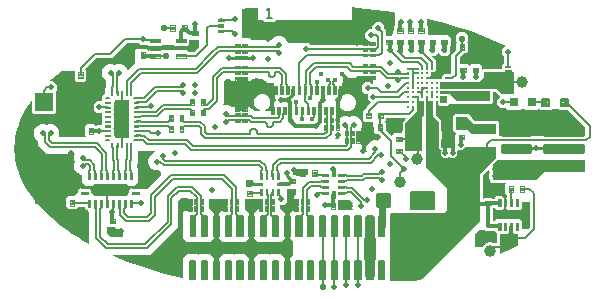
<source format=gtl>
G04 EAGLE Gerber RS-274X export*
G75*
%MOMM*%
%FSLAX34Y34*%
%LPD*%
%IN4_Top Layer*%
%IPPOS*%
%AMOC8*
5,1,8,0,0,1.08239X$1,22.5*%
G01*
%ADD10C,0.152400*%
%ADD11R,0.800000X0.800000*%
%ADD12C,0.210000*%
%ADD13C,0.187500*%
%ADD14C,0.112500*%
%ADD15C,0.125000*%
%ADD16C,0.075000*%
%ADD17C,0.800000*%
%ADD18C,0.800000*%
%ADD19C,0.212500*%
%ADD20C,0.200000*%
%ADD21R,0.600000X1.850000*%
%ADD22C,0.150000*%
%ADD23R,1.500000X1.500000*%
%ADD24C,1.000000*%
%ADD25R,0.300000X0.200000*%
%ADD26C,0.100000*%
%ADD27R,1.200000X3.200000*%
%ADD28C,0.500000*%
%ADD29R,0.400000X0.200000*%
%ADD30R,0.600000X0.400000*%
%ADD31C,0.250000*%
%ADD32C,0.062500*%
%ADD33C,0.550000*%
%ADD34C,0.050000*%
%ADD35C,0.300000*%
%ADD36C,0.400000*%
%ADD37C,0.200000*%
%ADD38C,0.160000*%
%ADD39C,0.400000*%
%ADD40C,0.600000*%

G36*
X67000Y44401D02*
X67000Y44401D01*
X67001Y44402D01*
X67004Y44402D01*
X67003Y44404D01*
X67005Y44405D01*
X67005Y46241D01*
X67553Y46789D01*
X67554Y46792D01*
X67555Y46793D01*
X67555Y71047D01*
X67553Y71049D01*
X67553Y71051D01*
X66705Y71900D01*
X66705Y73000D01*
X66700Y73005D01*
X66700Y73004D01*
X66700Y73005D01*
X65400Y73005D01*
X63755Y74650D01*
X63755Y75200D01*
X63750Y75205D01*
X63750Y75204D01*
X63750Y75205D01*
X57869Y75205D01*
X57868Y75203D01*
X57866Y75203D01*
X56167Y73505D01*
X49833Y73505D01*
X48005Y75333D01*
X48005Y82667D01*
X49833Y84495D01*
X54257Y84495D01*
X54259Y84497D01*
X54261Y84497D01*
X58003Y88239D01*
X58004Y88242D01*
X58005Y88243D01*
X58005Y89600D01*
X59650Y91245D01*
X67350Y91245D01*
X68995Y89600D01*
X68995Y88243D01*
X68997Y88241D01*
X68997Y88239D01*
X70739Y86497D01*
X70741Y86497D01*
X70742Y86496D01*
X70743Y86495D01*
X80636Y86495D01*
X81944Y85187D01*
X81951Y85187D01*
X82759Y85995D01*
X87241Y85995D01*
X88049Y85187D01*
X88055Y85187D01*
X88056Y85187D01*
X89364Y86495D01*
X99728Y86495D01*
X99730Y86497D01*
X99732Y86497D01*
X101004Y88406D01*
X101004Y88407D01*
X101005Y88408D01*
X101005Y89600D01*
X102650Y91245D01*
X110350Y91245D01*
X110599Y90997D01*
X110601Y90996D01*
X110603Y90995D01*
X117131Y90995D01*
X117132Y90997D01*
X117134Y90997D01*
X117301Y91164D01*
X128003Y101866D01*
X128003Y101868D01*
X128005Y101869D01*
X128004Y101869D01*
X128005Y101869D01*
X128005Y105200D01*
X128000Y105205D01*
X128000Y105204D01*
X128000Y105205D01*
X127933Y105205D01*
X126608Y106529D01*
X126606Y106529D01*
X126605Y106530D01*
X126603Y106530D01*
X126455Y106469D01*
X123473Y106469D01*
X120719Y107610D01*
X118610Y109719D01*
X117469Y112474D01*
X117469Y115456D01*
X118610Y118210D01*
X120719Y120319D01*
X122576Y121088D01*
X122577Y121090D01*
X122579Y121091D01*
X123327Y122898D01*
X123327Y122899D01*
X123328Y122899D01*
X123326Y122901D01*
X123325Y122904D01*
X123324Y122904D01*
X123323Y122905D01*
X113900Y122905D01*
X113801Y123003D01*
X113799Y123004D01*
X113797Y123005D01*
X108450Y123005D01*
X108445Y123000D01*
X108446Y123000D01*
X108445Y123000D01*
X108445Y112600D01*
X107447Y111601D01*
X107447Y111599D01*
X107446Y111599D01*
X107446Y111598D01*
X107445Y111597D01*
X107445Y108953D01*
X107447Y108951D01*
X107447Y108949D01*
X108295Y108100D01*
X108295Y106838D01*
X108297Y106836D01*
X108297Y106835D01*
X108745Y106386D01*
X108745Y96614D01*
X105636Y93505D01*
X64364Y93505D01*
X61255Y96614D01*
X61255Y102800D01*
X61250Y102805D01*
X61250Y102804D01*
X61250Y102805D01*
X60509Y102805D01*
X57754Y103946D01*
X55646Y106054D01*
X54505Y108809D01*
X54505Y111791D01*
X55274Y113648D01*
X55274Y113649D01*
X55274Y113650D01*
X55273Y113651D01*
X55274Y113652D01*
X54505Y115509D01*
X54505Y118491D01*
X55212Y120198D01*
X55212Y120199D01*
X55211Y120201D01*
X55210Y120204D01*
X55208Y120204D01*
X55207Y120205D01*
X31933Y120205D01*
X23905Y128233D01*
X23905Y131580D01*
X23902Y131583D01*
X23902Y131585D01*
X23754Y131646D01*
X21646Y133754D01*
X20505Y136509D01*
X20505Y139491D01*
X21646Y142246D01*
X23754Y144354D01*
X26509Y145495D01*
X29491Y145495D01*
X31348Y144726D01*
X31350Y144727D01*
X31352Y144726D01*
X33209Y145495D01*
X36191Y145495D01*
X38946Y144354D01*
X41054Y142246D01*
X42195Y139491D01*
X42195Y136509D01*
X41612Y135102D01*
X41613Y135101D01*
X41612Y135101D01*
X41613Y135099D01*
X41614Y135096D01*
X41616Y135096D01*
X41617Y135095D01*
X64944Y135095D01*
X64945Y135096D01*
X64947Y135096D01*
X64947Y135098D01*
X64949Y135100D01*
X64947Y135101D01*
X64947Y135104D01*
X63755Y136296D01*
X63755Y143704D01*
X65546Y145495D01*
X71454Y145495D01*
X72939Y144010D01*
X72941Y144010D01*
X72942Y144009D01*
X72943Y144009D01*
X72944Y144010D01*
X72946Y144010D01*
X73931Y144995D01*
X78000Y144995D01*
X78005Y145000D01*
X78004Y145000D01*
X78005Y145000D01*
X78005Y145741D01*
X78261Y145996D01*
X78261Y146003D01*
X78261Y146004D01*
X78005Y146259D01*
X78005Y149741D01*
X78261Y149996D01*
X78261Y150003D01*
X78261Y150004D01*
X78005Y150259D01*
X78005Y153741D01*
X78261Y153996D01*
X78261Y154003D01*
X78261Y154004D01*
X78005Y154259D01*
X78005Y155000D01*
X78000Y155005D01*
X78000Y155004D01*
X78000Y155005D01*
X73931Y155005D01*
X71005Y157931D01*
X71005Y162069D01*
X73931Y164995D01*
X78000Y164995D01*
X78005Y165000D01*
X78004Y165000D01*
X78005Y165000D01*
X78005Y165741D01*
X78407Y166143D01*
X78407Y166145D01*
X78408Y166150D01*
X78407Y166150D01*
X78005Y166552D01*
X78005Y169448D01*
X80052Y171495D01*
X81000Y171495D01*
X81005Y171500D01*
X81004Y171500D01*
X81005Y171500D01*
X81005Y175983D01*
X81203Y176182D01*
X81204Y176184D01*
X81205Y176185D01*
X81205Y180100D01*
X81553Y180449D01*
X81554Y180451D01*
X81555Y180453D01*
X81555Y182477D01*
X81552Y182479D01*
X81552Y182481D01*
X81154Y182646D01*
X79046Y184754D01*
X77905Y187509D01*
X77905Y190491D01*
X79046Y193246D01*
X81154Y195354D01*
X83909Y196495D01*
X86891Y196495D01*
X88998Y195622D01*
X89000Y195623D01*
X89002Y195622D01*
X91109Y196495D01*
X94091Y196495D01*
X96846Y195354D01*
X98954Y193246D01*
X99956Y190828D01*
X99956Y190827D01*
X99958Y190827D01*
X99959Y190826D01*
X99960Y190825D01*
X99961Y190825D01*
X99962Y190826D01*
X99964Y190826D01*
X103836Y194699D01*
X106765Y197628D01*
X106766Y197631D01*
X106766Y197632D01*
X106766Y197635D01*
X106765Y197635D01*
X106455Y197946D01*
X106455Y208054D01*
X107946Y209545D01*
X110054Y209545D01*
X110103Y209497D01*
X110105Y209496D01*
X110106Y209495D01*
X116167Y209495D01*
X117710Y207953D01*
X117712Y207953D01*
X117712Y207952D01*
X117714Y207952D01*
X117715Y207952D01*
X117716Y207952D01*
X117716Y207953D01*
X117717Y207953D01*
X117759Y207995D01*
X129575Y207995D01*
X129577Y207997D01*
X129579Y207997D01*
X129827Y208245D01*
X134173Y208245D01*
X134421Y207997D01*
X134424Y207996D01*
X134425Y207995D01*
X150241Y207995D01*
X151239Y206997D01*
X151242Y206996D01*
X151243Y206995D01*
X156050Y206995D01*
X156052Y206997D01*
X156054Y206997D01*
X160003Y210946D01*
X160004Y210949D01*
X160005Y210950D01*
X160005Y217000D01*
X160000Y217005D01*
X160000Y217004D01*
X160000Y217005D01*
X152000Y217005D01*
X151995Y217000D01*
X151996Y217000D01*
X151995Y217000D01*
X151995Y213759D01*
X150241Y212005D01*
X139759Y212005D01*
X138761Y213003D01*
X138758Y213004D01*
X138757Y213005D01*
X129243Y213005D01*
X129241Y213003D01*
X129239Y213003D01*
X128241Y212005D01*
X117759Y212005D01*
X116761Y213003D01*
X116758Y213004D01*
X116757Y213005D01*
X110931Y213005D01*
X109232Y214703D01*
X109230Y214704D01*
X109229Y214705D01*
X99367Y214705D01*
X99365Y214703D01*
X99363Y214703D01*
X86365Y201705D01*
X73367Y201705D01*
X73365Y201703D01*
X73363Y201703D01*
X63665Y192005D01*
X63664Y191998D01*
X63665Y191998D01*
X64995Y190667D01*
X64995Y183333D01*
X63167Y181505D01*
X56833Y181505D01*
X55005Y183333D01*
X55005Y190667D01*
X55334Y190996D01*
X55334Y190998D01*
X55335Y190999D01*
X55334Y191001D01*
X55334Y191003D01*
X55332Y191003D01*
X55330Y191005D01*
X44225Y191005D01*
X44224Y191004D01*
X44223Y191004D01*
X44222Y191004D01*
X43864Y190742D01*
X39722Y187500D01*
X35795Y184199D01*
X33366Y182004D01*
X33366Y182002D01*
X33365Y182001D01*
X33366Y182000D01*
X33365Y181997D01*
X33368Y181997D01*
X33370Y181995D01*
X37069Y181995D01*
X39995Y179069D01*
X39995Y174931D01*
X38300Y173236D01*
X38300Y173229D01*
X38995Y172534D01*
X38995Y155466D01*
X37534Y154005D01*
X20466Y154005D01*
X19005Y155466D01*
X19005Y166296D01*
X19003Y166298D01*
X19003Y166300D01*
X19002Y166300D01*
X19000Y166301D01*
X18998Y166299D01*
X18996Y166299D01*
X16910Y163418D01*
X14566Y159830D01*
X12456Y156219D01*
X12456Y156218D01*
X10581Y152586D01*
X8941Y148937D01*
X8941Y148936D01*
X7537Y145274D01*
X7536Y145274D01*
X6367Y141601D01*
X5432Y137919D01*
X4731Y134232D01*
X4732Y134232D01*
X4731Y134232D01*
X4731Y134231D01*
X4731Y134227D01*
X4730Y134222D01*
X4730Y134217D01*
X4726Y134187D01*
X4725Y134182D01*
X4725Y134177D01*
X4724Y134177D01*
X4725Y134177D01*
X4724Y134172D01*
X4720Y134142D01*
X4719Y134137D01*
X4719Y134132D01*
X4718Y134127D01*
X4718Y134122D01*
X4714Y134097D01*
X4714Y134092D01*
X4713Y134087D01*
X4713Y134082D01*
X4712Y134078D01*
X4712Y134077D01*
X4708Y134048D01*
X4708Y134043D01*
X4707Y134038D01*
X4706Y134033D01*
X4703Y134003D01*
X4702Y134003D01*
X4703Y134003D01*
X4702Y133998D01*
X4701Y133993D01*
X4701Y133988D01*
X4700Y133983D01*
X4697Y133958D01*
X4696Y133953D01*
X4696Y133948D01*
X4695Y133943D01*
X4694Y133938D01*
X4691Y133909D01*
X4690Y133904D01*
X4689Y133899D01*
X4689Y133894D01*
X4685Y133864D01*
X4684Y133859D01*
X4684Y133854D01*
X4683Y133849D01*
X4679Y133819D01*
X4679Y133814D01*
X4678Y133809D01*
X4677Y133804D01*
X4677Y133799D01*
X4674Y133774D01*
X4673Y133769D01*
X4672Y133764D01*
X4672Y133760D01*
X4672Y133759D01*
X4671Y133755D01*
X4671Y133754D01*
X4667Y133725D01*
X4667Y133720D01*
X4666Y133715D01*
X4665Y133710D01*
X4662Y133680D01*
X4661Y133675D01*
X4660Y133670D01*
X4660Y133665D01*
X4659Y133660D01*
X4656Y133635D01*
X4655Y133630D01*
X4655Y133625D01*
X4654Y133620D01*
X4654Y133615D01*
X4653Y133615D01*
X4650Y133586D01*
X4649Y133581D01*
X4648Y133576D01*
X4648Y133571D01*
X4644Y133541D01*
X4643Y133536D01*
X4643Y133531D01*
X4642Y133526D01*
X4642Y133521D01*
X4638Y133496D01*
X4638Y133491D01*
X4637Y133486D01*
X4637Y133481D01*
X4636Y133476D01*
X4632Y133446D01*
X4632Y133442D01*
X4631Y133441D01*
X4632Y133441D01*
X4631Y133437D01*
X4631Y133436D01*
X4630Y133432D01*
X4626Y133402D01*
X4626Y133397D01*
X4625Y133392D01*
X4625Y133387D01*
X4624Y133382D01*
X4621Y133357D01*
X4620Y133352D01*
X4620Y133347D01*
X4619Y133342D01*
X4618Y133337D01*
X4615Y133307D01*
X4614Y133302D01*
X4613Y133297D01*
X4613Y133292D01*
X4609Y133263D01*
X4608Y133258D01*
X4608Y133253D01*
X4607Y133248D01*
X4606Y133243D01*
X4603Y133218D01*
X4603Y133213D01*
X4602Y133208D01*
X4601Y133203D01*
X4601Y133198D01*
X4597Y133168D01*
X4596Y133163D01*
X4596Y133158D01*
X4595Y133153D01*
X4591Y133124D01*
X4591Y133123D01*
X4591Y133119D01*
X4591Y133118D01*
X4590Y133114D01*
X4589Y133109D01*
X4586Y133079D01*
X4585Y133074D01*
X4584Y133069D01*
X4584Y133064D01*
X4583Y133059D01*
X4580Y133034D01*
X4579Y133029D01*
X4579Y133024D01*
X4578Y133019D01*
X4577Y133014D01*
X4574Y132984D01*
X4573Y132979D01*
X4572Y132974D01*
X4572Y132969D01*
X4568Y132940D01*
X4567Y132935D01*
X4567Y132930D01*
X4566Y132925D01*
X4566Y132920D01*
X4562Y132895D01*
X4562Y132890D01*
X4561Y132885D01*
X4561Y132880D01*
X4560Y132880D01*
X4561Y132880D01*
X4560Y132875D01*
X4556Y132845D01*
X4555Y132840D01*
X4555Y132835D01*
X4554Y132830D01*
X4550Y132801D01*
X4550Y132800D01*
X4550Y132796D01*
X4549Y132791D01*
X4549Y132786D01*
X4548Y132781D01*
X4545Y132756D01*
X4544Y132751D01*
X4544Y132746D01*
X4543Y132741D01*
X4542Y132736D01*
X4539Y132706D01*
X4538Y132706D01*
X4539Y132706D01*
X4538Y132701D01*
X4537Y132696D01*
X4537Y132691D01*
X4533Y132661D01*
X4532Y132656D01*
X4532Y132651D01*
X4531Y132647D01*
X4531Y132646D01*
X4530Y132642D01*
X4530Y132641D01*
X4527Y132617D01*
X4527Y132612D01*
X4526Y132607D01*
X4525Y132602D01*
X4525Y132597D01*
X4521Y132567D01*
X4520Y132562D01*
X4520Y132557D01*
X4519Y132552D01*
X4515Y132522D01*
X4515Y132517D01*
X4514Y132512D01*
X4513Y132507D01*
X4513Y132502D01*
X4510Y132478D01*
X4509Y132473D01*
X4508Y132468D01*
X4508Y132463D01*
X4507Y132458D01*
X4503Y132428D01*
X4503Y132423D01*
X4502Y132418D01*
X4501Y132413D01*
X4498Y132383D01*
X4497Y132378D01*
X4496Y132373D01*
X4496Y132368D01*
X4492Y132338D01*
X4491Y132333D01*
X4491Y132329D01*
X4491Y132328D01*
X4490Y132324D01*
X4490Y132323D01*
X4490Y132319D01*
X4489Y132319D01*
X4486Y132294D01*
X4486Y132289D01*
X4485Y132284D01*
X4484Y132279D01*
X4484Y132274D01*
X4480Y132244D01*
X4479Y132239D01*
X4479Y132234D01*
X4478Y132229D01*
X4474Y132199D01*
X4474Y132194D01*
X4473Y132189D01*
X4473Y132184D01*
X4472Y132179D01*
X4469Y132155D01*
X4468Y132150D01*
X4468Y132145D01*
X4467Y132145D01*
X4468Y132145D01*
X4467Y132140D01*
X4466Y132135D01*
X4462Y132105D01*
X4462Y132100D01*
X4461Y132095D01*
X4461Y132090D01*
X4457Y132060D01*
X4456Y132055D01*
X4456Y132050D01*
X4455Y132045D01*
X4454Y132040D01*
X4451Y132015D01*
X4451Y132011D01*
X4451Y132010D01*
X4450Y132006D01*
X4450Y132005D01*
X4449Y132001D01*
X4449Y131996D01*
X4445Y131966D01*
X4444Y131961D01*
X4444Y131956D01*
X4443Y131951D01*
X4439Y131921D01*
X4439Y131916D01*
X4438Y131911D01*
X4437Y131906D01*
X4437Y131901D01*
X4434Y131876D01*
X4433Y131871D01*
X4432Y131866D01*
X4432Y131861D01*
X4431Y131856D01*
X4427Y131827D01*
X4427Y131822D01*
X4426Y131817D01*
X4425Y131812D01*
X4422Y131782D01*
X4421Y131777D01*
X4420Y131772D01*
X4420Y131767D01*
X4419Y131762D01*
X4416Y131737D01*
X4415Y131732D01*
X4415Y131727D01*
X4414Y131722D01*
X4413Y131717D01*
X4410Y131688D01*
X4410Y131687D01*
X4409Y131683D01*
X4408Y131678D01*
X4408Y131673D01*
X4404Y131643D01*
X4403Y131638D01*
X4403Y131633D01*
X4402Y131628D01*
X4398Y131598D01*
X4398Y131593D01*
X4397Y131588D01*
X4397Y131583D01*
X4396Y131583D01*
X4397Y131583D01*
X4396Y131578D01*
X4393Y131553D01*
X4392Y131548D01*
X4391Y131543D01*
X4391Y131538D01*
X4390Y131534D01*
X4390Y131533D01*
X4386Y131504D01*
X4386Y131499D01*
X4385Y131494D01*
X4385Y131489D01*
X4381Y131459D01*
X4380Y131454D01*
X4380Y131449D01*
X4379Y131444D01*
X4378Y131439D01*
X4375Y131414D01*
X4375Y131409D01*
X4374Y131409D01*
X4375Y131409D01*
X4374Y131404D01*
X4373Y131399D01*
X4373Y131394D01*
X4369Y131365D01*
X4368Y131360D01*
X4368Y131355D01*
X4367Y131350D01*
X4363Y131320D01*
X4363Y131315D01*
X4362Y131310D01*
X4361Y131305D01*
X4361Y131300D01*
X4358Y131275D01*
X4357Y131270D01*
X4356Y131265D01*
X4356Y131260D01*
X4355Y131255D01*
X4351Y131225D01*
X4351Y131220D01*
X4350Y131216D01*
X4350Y131215D01*
X4349Y131211D01*
X4349Y131210D01*
X4346Y131181D01*
X4345Y131176D01*
X4344Y131171D01*
X4344Y131166D01*
X4343Y131161D01*
X4340Y131136D01*
X4339Y131131D01*
X4339Y131126D01*
X4338Y131121D01*
X4337Y131116D01*
X4334Y131086D01*
X4333Y131081D01*
X4332Y131076D01*
X4332Y131071D01*
X4328Y131042D01*
X4327Y131037D01*
X4327Y131032D01*
X4326Y131027D01*
X4326Y131022D01*
X4325Y131022D01*
X4322Y130997D01*
X4322Y130992D01*
X4321Y130987D01*
X4320Y130982D01*
X4320Y130977D01*
X4316Y130947D01*
X4315Y130942D01*
X4315Y130937D01*
X4314Y130932D01*
X4310Y130902D01*
X4310Y130898D01*
X4310Y130897D01*
X4309Y130893D01*
X4309Y130892D01*
X4309Y130888D01*
X4308Y130883D01*
X4305Y130858D01*
X4304Y130853D01*
X4304Y130848D01*
X4303Y130848D01*
X4304Y130848D01*
X4303Y130843D01*
X4302Y130838D01*
X4299Y130813D01*
X4298Y130808D01*
X4298Y130803D01*
X4297Y130798D01*
X4297Y130793D01*
X4293Y130763D01*
X4292Y130758D01*
X4292Y130753D01*
X4291Y130748D01*
X4287Y130719D01*
X4287Y130714D01*
X4286Y130709D01*
X4285Y130704D01*
X4285Y130699D01*
X4282Y130674D01*
X4281Y130674D01*
X4282Y130674D01*
X4281Y130669D01*
X4280Y130664D01*
X4280Y130659D01*
X4279Y130654D01*
X4275Y130624D01*
X4275Y130619D01*
X4274Y130614D01*
X4273Y130609D01*
X4270Y130580D01*
X4270Y130579D01*
X4269Y130575D01*
X4269Y130574D01*
X4268Y130570D01*
X4268Y130565D01*
X4267Y130560D01*
X4265Y130540D01*
X4260Y130470D01*
X4260Y130465D01*
X4260Y130460D01*
X4253Y130351D01*
X4252Y130346D01*
X4252Y130341D01*
X4245Y130232D01*
X4245Y130227D01*
X4245Y130222D01*
X4244Y130222D01*
X4238Y130112D01*
X4237Y130107D01*
X4237Y130102D01*
X4230Y129993D01*
X4230Y129988D01*
X4229Y129983D01*
X4223Y129874D01*
X4222Y129869D01*
X4222Y129864D01*
X4215Y129755D01*
X4215Y129750D01*
X4214Y129745D01*
X4207Y129635D01*
X4207Y129630D01*
X4207Y129625D01*
X4200Y129516D01*
X4200Y129511D01*
X4199Y129506D01*
X4192Y129397D01*
X4192Y129392D01*
X4192Y129387D01*
X4185Y129278D01*
X4185Y129273D01*
X4184Y129268D01*
X4177Y129158D01*
X4177Y129153D01*
X4177Y129148D01*
X4170Y129039D01*
X4170Y129034D01*
X4169Y129034D01*
X4170Y129034D01*
X4169Y129029D01*
X4162Y128920D01*
X4162Y128915D01*
X4162Y128910D01*
X4155Y128801D01*
X4154Y128796D01*
X4154Y128791D01*
X4147Y128681D01*
X4147Y128676D01*
X4147Y128672D01*
X4147Y128671D01*
X4140Y128562D01*
X4139Y128557D01*
X4139Y128552D01*
X4132Y128443D01*
X4132Y128438D01*
X4132Y128433D01*
X4125Y128324D01*
X4124Y128319D01*
X4124Y128314D01*
X4117Y128204D01*
X4117Y128199D01*
X4116Y128195D01*
X4116Y128194D01*
X4110Y128085D01*
X4109Y128080D01*
X4109Y128075D01*
X4102Y127966D01*
X4102Y127961D01*
X4101Y127956D01*
X4101Y127951D01*
X4095Y127847D01*
X4094Y127847D01*
X4095Y127847D01*
X4094Y127842D01*
X4094Y127837D01*
X4094Y127832D01*
X4087Y127727D01*
X4087Y127722D01*
X4086Y127718D01*
X4086Y127717D01*
X4086Y127713D01*
X4086Y127712D01*
X4079Y127608D01*
X4079Y127603D01*
X4079Y127598D01*
X4079Y127593D01*
X4078Y127593D01*
X4072Y127489D01*
X4072Y127484D01*
X4071Y127479D01*
X4071Y127474D01*
X4064Y127365D01*
X4064Y127360D01*
X4063Y127355D01*
X4057Y127245D01*
X4056Y127241D01*
X4056Y127240D01*
X4056Y127236D01*
X4056Y127235D01*
X4049Y127126D01*
X4049Y127121D01*
X4048Y127116D01*
X4041Y127007D01*
X4041Y127002D01*
X4041Y126997D01*
X4034Y126888D01*
X4034Y126883D01*
X4033Y126878D01*
X4031Y126847D01*
X4032Y126847D01*
X4031Y126847D01*
X4031Y123153D01*
X4032Y123153D01*
X4031Y123153D01*
X4265Y119460D01*
X4731Y115768D01*
X4732Y115768D01*
X4731Y115768D01*
X5432Y112081D01*
X6367Y108399D01*
X7536Y104726D01*
X7537Y104726D01*
X8941Y101064D01*
X8941Y101063D01*
X10581Y97414D01*
X12456Y93782D01*
X12456Y93781D01*
X14566Y90170D01*
X16910Y86582D01*
X19486Y83024D01*
X19486Y83023D01*
X22294Y79497D01*
X25332Y76007D01*
X28596Y72559D01*
X28596Y72558D01*
X32084Y69155D01*
X32085Y69155D01*
X35795Y65801D01*
X39722Y62500D01*
X43864Y59258D01*
X48216Y56077D01*
X52774Y52961D01*
X57532Y49914D01*
X62487Y46940D01*
X66997Y44401D01*
X66998Y44401D01*
X66999Y44401D01*
X67000Y44401D01*
G37*
G36*
X342618Y12996D02*
X342618Y12996D01*
X347112Y13911D01*
X349432Y14427D01*
X349433Y14428D01*
X349434Y14428D01*
X398003Y62997D01*
X398003Y62999D01*
X398004Y63000D01*
X398004Y102998D01*
X412003Y116997D01*
X412003Y116999D01*
X412004Y117000D01*
X412004Y126000D01*
X412001Y126004D01*
X412000Y126004D01*
X385522Y126004D01*
X385521Y126003D01*
X385519Y126003D01*
X383616Y124099D01*
X380384Y124099D01*
X379508Y124976D01*
X379507Y124976D01*
X379506Y124977D01*
X379504Y124976D01*
X379502Y124976D01*
X379502Y124974D01*
X379501Y124973D01*
X379501Y122793D01*
X379207Y122499D01*
X378905Y122499D01*
X378901Y122496D01*
X378901Y122495D01*
X378901Y119384D01*
X376616Y117099D01*
X373384Y117099D01*
X372003Y118481D01*
X372001Y118481D01*
X371999Y118481D01*
X371997Y118481D01*
X371997Y118480D01*
X371997Y118481D01*
X370616Y117099D01*
X367384Y117099D01*
X365099Y119384D01*
X365099Y122616D01*
X366076Y123592D01*
X366076Y123593D01*
X366077Y123594D01*
X366076Y123596D01*
X366076Y123598D01*
X366074Y123598D01*
X366073Y123599D01*
X365219Y123599D01*
X363849Y124969D01*
X363849Y126000D01*
X363846Y126004D01*
X363845Y126004D01*
X363504Y126004D01*
X363504Y147500D01*
X363503Y147502D01*
X363503Y147503D01*
X358504Y152502D01*
X358504Y164500D01*
X358503Y164502D01*
X358503Y164503D01*
X357503Y165503D01*
X357501Y165503D01*
X357500Y165504D01*
X354504Y165504D01*
X354504Y168500D01*
X354501Y168504D01*
X354500Y168504D01*
X352500Y168504D01*
X352496Y168501D01*
X352496Y168500D01*
X352496Y109000D01*
X352497Y108998D01*
X352497Y108997D01*
X369996Y91498D01*
X369996Y72002D01*
X367998Y70004D01*
X323000Y70004D01*
X322998Y70003D01*
X322997Y70003D01*
X321997Y69003D01*
X321997Y69001D01*
X321996Y69000D01*
X321996Y14000D01*
X321997Y13998D01*
X321997Y13997D01*
X322997Y12997D01*
X322999Y12997D01*
X323000Y12996D01*
X342618Y12996D01*
X342618Y12996D01*
G37*
G36*
X147000Y15220D02*
X147000Y15220D01*
X147005Y15223D01*
X147004Y15224D01*
X147005Y15224D01*
X147005Y31880D01*
X150370Y35245D01*
X159630Y35245D01*
X159996Y34878D01*
X160003Y34878D01*
X160004Y34878D01*
X160370Y35245D01*
X169630Y35245D01*
X172995Y31880D01*
X172995Y16000D01*
X173000Y15995D01*
X173000Y15996D01*
X173000Y15995D01*
X177000Y15995D01*
X177005Y16000D01*
X177004Y16000D01*
X177005Y16000D01*
X177005Y31880D01*
X180370Y35245D01*
X189630Y35245D01*
X189996Y34878D01*
X190003Y34878D01*
X190004Y34878D01*
X190370Y35245D01*
X199630Y35245D01*
X202995Y31880D01*
X202995Y16000D01*
X203000Y15995D01*
X203000Y15996D01*
X203000Y15995D01*
X207000Y15995D01*
X207005Y16000D01*
X207004Y16000D01*
X207005Y16000D01*
X207005Y31880D01*
X210370Y35245D01*
X219630Y35245D01*
X219996Y34878D01*
X220003Y34878D01*
X220004Y34878D01*
X220370Y35245D01*
X229630Y35245D01*
X232995Y31880D01*
X232995Y16000D01*
X233000Y15995D01*
X233000Y15996D01*
X233000Y15995D01*
X237000Y15995D01*
X237005Y16000D01*
X237004Y16000D01*
X237005Y16000D01*
X237005Y31880D01*
X240003Y34878D01*
X240003Y34880D01*
X240004Y34880D01*
X240003Y34880D01*
X240004Y34881D01*
X240005Y34882D01*
X240005Y45868D01*
X240003Y45870D01*
X240003Y45872D01*
X237005Y48870D01*
X237005Y70630D01*
X240370Y73995D01*
X241000Y73995D01*
X241005Y74000D01*
X241004Y74000D01*
X241005Y74000D01*
X241005Y84349D01*
X242553Y85898D01*
X242554Y85900D01*
X242555Y85901D01*
X242555Y91307D01*
X242554Y91308D01*
X242554Y91310D01*
X242552Y91310D01*
X242550Y91312D01*
X242549Y91311D01*
X242548Y91310D01*
X242546Y91310D01*
X242241Y91005D01*
X235000Y91005D01*
X234995Y91000D01*
X234996Y91000D01*
X234995Y91000D01*
X234995Y84759D01*
X234654Y84418D01*
X234653Y84416D01*
X234652Y84415D01*
X234653Y84414D01*
X234653Y84411D01*
X234654Y84411D01*
X234995Y84069D01*
X234995Y79931D01*
X232069Y77005D01*
X229000Y77005D01*
X228995Y77000D01*
X228996Y77000D01*
X228995Y77000D01*
X228995Y74000D01*
X229000Y73995D01*
X229000Y73996D01*
X229000Y73995D01*
X229630Y73995D01*
X232995Y70630D01*
X232995Y48870D01*
X229630Y45505D01*
X220370Y45505D01*
X220004Y45872D01*
X219997Y45872D01*
X219996Y45872D01*
X219630Y45505D01*
X210370Y45505D01*
X207005Y48870D01*
X207005Y70630D01*
X210370Y73995D01*
X211000Y73995D01*
X211005Y74000D01*
X211004Y74000D01*
X211005Y74000D01*
X211005Y82000D01*
X211000Y82005D01*
X211000Y82004D01*
X211000Y82005D01*
X206759Y82005D01*
X206717Y82047D01*
X206710Y82048D01*
X206710Y82047D01*
X206667Y82005D01*
X199333Y82005D01*
X199004Y82334D01*
X199002Y82334D01*
X199001Y82335D01*
X198999Y82334D01*
X198997Y82334D01*
X198997Y82332D01*
X198995Y82330D01*
X198995Y74000D01*
X199000Y73995D01*
X199000Y73996D01*
X199000Y73995D01*
X199630Y73995D01*
X202995Y70630D01*
X202995Y48870D01*
X199630Y45505D01*
X190370Y45505D01*
X190004Y45872D01*
X189997Y45872D01*
X189996Y45872D01*
X189630Y45505D01*
X180370Y45505D01*
X177005Y48870D01*
X177005Y70630D01*
X180370Y73995D01*
X181000Y73995D01*
X181005Y74000D01*
X181004Y74000D01*
X181005Y74000D01*
X181005Y82000D01*
X181000Y82005D01*
X181000Y82004D01*
X181000Y82005D01*
X169000Y82005D01*
X168995Y82000D01*
X168995Y74000D01*
X169000Y73995D01*
X169000Y73996D01*
X169000Y73995D01*
X169630Y73995D01*
X172995Y70630D01*
X172995Y48870D01*
X169630Y45505D01*
X160370Y45505D01*
X160223Y45652D01*
X160221Y45652D01*
X160220Y45653D01*
X160219Y45653D01*
X160218Y45652D01*
X160217Y45652D01*
X160216Y45652D01*
X160069Y45505D01*
X149931Y45505D01*
X147005Y48431D01*
X147005Y71069D01*
X149931Y73995D01*
X151000Y73995D01*
X151005Y74000D01*
X151004Y74000D01*
X151005Y74000D01*
X151005Y82798D01*
X151003Y82799D01*
X151003Y82801D01*
X150601Y83203D01*
X150599Y83204D01*
X150597Y83205D01*
X145403Y83205D01*
X145401Y83203D01*
X145399Y83203D01*
X142797Y80601D01*
X142797Y80599D01*
X142796Y80599D01*
X142796Y80598D01*
X142795Y80597D01*
X142795Y58933D01*
X118767Y34905D01*
X86334Y34905D01*
X86332Y34903D01*
X86330Y34902D01*
X86330Y34901D01*
X86329Y34900D01*
X86331Y34898D01*
X86332Y34895D01*
X90024Y33282D01*
X96045Y30814D01*
X102222Y28441D01*
X108550Y26165D01*
X115022Y23989D01*
X115022Y23988D01*
X121631Y21915D01*
X128371Y19945D01*
X135234Y18083D01*
X142213Y16329D01*
X146999Y15220D01*
X146999Y15219D01*
X147000Y15220D01*
G37*
G36*
X296986Y212297D02*
X296986Y212297D01*
X296988Y212297D01*
X297686Y212995D01*
X306757Y212995D01*
X306758Y212996D01*
X306760Y212996D01*
X306760Y212998D01*
X306762Y213000D01*
X306760Y213001D01*
X306760Y213004D01*
X305005Y214759D01*
X305005Y216000D01*
X305000Y216005D01*
X305000Y216004D01*
X305000Y216005D01*
X303931Y216005D01*
X301005Y218931D01*
X301005Y223069D01*
X303931Y225995D01*
X307000Y225995D01*
X307005Y226000D01*
X307004Y226000D01*
X307005Y226000D01*
X307005Y229069D01*
X309931Y231995D01*
X314069Y231995D01*
X316995Y229069D01*
X316995Y226667D01*
X316997Y226665D01*
X316997Y226663D01*
X318495Y225165D01*
X318495Y220250D01*
X318500Y220245D01*
X318500Y220246D01*
X318500Y220245D01*
X324000Y220245D01*
X324005Y220250D01*
X324004Y220250D01*
X324005Y220250D01*
X324005Y223241D01*
X325003Y224239D01*
X325004Y224242D01*
X325005Y224243D01*
X325005Y228167D01*
X326383Y229546D01*
X326383Y229552D01*
X326383Y229553D01*
X326005Y229931D01*
X326005Y240021D01*
X326001Y240025D01*
X326001Y240026D01*
X325124Y240173D01*
X317632Y241299D01*
X317631Y241299D01*
X310069Y242307D01*
X302447Y243195D01*
X294772Y243962D01*
X290000Y244361D01*
X289995Y244357D01*
X289996Y244357D01*
X289995Y244356D01*
X289995Y234005D01*
X225206Y234005D01*
X225204Y234003D01*
X225202Y234004D01*
X223704Y232505D01*
X216296Y232505D01*
X214798Y234004D01*
X214795Y234004D01*
X214794Y234005D01*
X210005Y234005D01*
X210005Y244365D01*
X210001Y244369D01*
X210000Y244369D01*
X210000Y244370D01*
X209983Y244368D01*
X209917Y244363D01*
X209851Y244358D01*
X209785Y244353D01*
X209720Y244348D01*
X209654Y244343D01*
X209588Y244338D01*
X209523Y244333D01*
X209522Y244333D01*
X209457Y244328D01*
X209391Y244324D01*
X209325Y244319D01*
X209260Y244314D01*
X209259Y244314D01*
X209194Y244309D01*
X209128Y244304D01*
X209082Y244300D01*
X201384Y243594D01*
X197000Y243119D01*
X196995Y243114D01*
X196995Y218500D01*
X197000Y218495D01*
X197000Y218496D01*
X197000Y218495D01*
X203349Y218495D01*
X204898Y216947D01*
X204900Y216946D01*
X204901Y216946D01*
X204901Y216945D01*
X221522Y216945D01*
X221524Y216948D01*
X221526Y216948D01*
X221546Y216996D01*
X223654Y219104D01*
X226409Y220245D01*
X229391Y220245D01*
X232146Y219104D01*
X234254Y216996D01*
X235395Y214241D01*
X235395Y214000D01*
X235400Y213995D01*
X235400Y213996D01*
X235400Y213995D01*
X253241Y213995D01*
X254939Y212297D01*
X254942Y212296D01*
X254943Y212295D01*
X296984Y212295D01*
X296986Y212297D01*
G37*
G36*
X376005Y128505D02*
X376005Y128505D01*
X376004Y128505D01*
X376005Y128505D01*
X376005Y132241D01*
X377003Y133239D01*
X377003Y133241D01*
X377004Y133241D01*
X377004Y133242D01*
X377005Y133243D01*
X377005Y137454D01*
X377547Y137996D01*
X377547Y137998D01*
X377549Y137999D01*
X377547Y138001D01*
X377548Y138003D01*
X377545Y138003D01*
X377544Y138005D01*
X376966Y138005D01*
X375505Y139466D01*
X375505Y152534D01*
X376966Y153995D01*
X388534Y153995D01*
X394032Y148497D01*
X394034Y148497D01*
X394035Y148496D01*
X394036Y148495D01*
X413034Y148495D01*
X414495Y147034D01*
X414495Y135966D01*
X414282Y135754D01*
X414282Y135752D01*
X414281Y135751D01*
X414282Y135749D01*
X414282Y135747D01*
X414284Y135747D01*
X414286Y135745D01*
X486800Y135745D01*
X486802Y135747D01*
X486804Y135747D01*
X487503Y136446D01*
X487504Y136449D01*
X487505Y136450D01*
X487505Y142550D01*
X487503Y142552D01*
X487503Y142554D01*
X472426Y157631D01*
X472423Y157632D01*
X472422Y157633D01*
X465552Y157633D01*
X465182Y158003D01*
X465179Y158004D01*
X465178Y158005D01*
X458822Y158005D01*
X458820Y158003D01*
X458818Y158003D01*
X458448Y157633D01*
X449552Y157633D01*
X449182Y158003D01*
X449179Y158004D01*
X449178Y158005D01*
X447536Y158005D01*
X447534Y158003D01*
X447532Y158003D01*
X447034Y157505D01*
X436966Y157505D01*
X436468Y158003D01*
X436466Y158004D01*
X436464Y158005D01*
X432536Y158005D01*
X432534Y158003D01*
X432532Y158003D01*
X432034Y157505D01*
X421966Y157505D01*
X420505Y158966D01*
X420505Y159429D01*
X420504Y159430D01*
X420504Y159432D01*
X420502Y159432D01*
X420500Y159433D01*
X420499Y159432D01*
X420498Y159432D01*
X420496Y159432D01*
X420069Y159005D01*
X415931Y159005D01*
X413005Y161931D01*
X413005Y166069D01*
X415700Y168764D01*
X415700Y168768D01*
X415700Y168771D01*
X411468Y173003D01*
X411466Y173004D01*
X411464Y173005D01*
X409000Y173005D01*
X408995Y173000D01*
X408996Y173000D01*
X408995Y173000D01*
X408995Y164466D01*
X407534Y163005D01*
X377466Y163005D01*
X377357Y163114D01*
X377351Y163115D01*
X377350Y163114D01*
X377241Y163005D01*
X373021Y163005D01*
X373019Y163003D01*
X373017Y163003D01*
X372997Y162983D01*
X372997Y162981D01*
X372996Y162981D01*
X372996Y162980D01*
X372995Y162979D01*
X372995Y162966D01*
X371532Y161503D01*
X371034Y161005D01*
X371021Y161005D01*
X371019Y161003D01*
X371017Y161003D01*
X370968Y160955D01*
X368032Y160955D01*
X367983Y161003D01*
X367981Y161004D01*
X367979Y161005D01*
X367021Y161005D01*
X367019Y161003D01*
X367017Y161003D01*
X366968Y160955D01*
X364032Y160955D01*
X363983Y161003D01*
X363981Y161004D01*
X363979Y161005D01*
X363966Y161005D01*
X362005Y162966D01*
X362005Y162979D01*
X362003Y162981D01*
X362003Y162983D01*
X361955Y163032D01*
X361955Y164950D01*
X361950Y164955D01*
X361950Y164954D01*
X361950Y164955D01*
X361050Y164955D01*
X361045Y164950D01*
X361046Y164950D01*
X361045Y164950D01*
X361045Y163032D01*
X361002Y162988D01*
X361002Y162986D01*
X361001Y162986D01*
X361001Y162985D01*
X361000Y162984D01*
X361000Y162016D01*
X361002Y162014D01*
X361002Y162012D01*
X361045Y161968D01*
X361045Y159032D01*
X361002Y158988D01*
X361002Y158986D01*
X361001Y158986D01*
X361001Y158985D01*
X361000Y158984D01*
X361000Y153538D01*
X361002Y153536D01*
X361002Y153534D01*
X366000Y148536D01*
X366000Y128505D01*
X366005Y128500D01*
X366005Y128501D01*
X366005Y128500D01*
X376000Y128500D01*
X376005Y128505D01*
G37*
G36*
X355501Y183517D02*
X355501Y183517D01*
X355503Y183517D01*
X355504Y183517D01*
X356032Y184045D01*
X358968Y184045D01*
X359496Y183517D01*
X359499Y183517D01*
X359500Y183516D01*
X359501Y183517D01*
X359503Y183517D01*
X359504Y183517D01*
X360032Y184045D01*
X362968Y184045D01*
X363489Y183525D01*
X363496Y183524D01*
X363496Y183525D01*
X363966Y183995D01*
X363979Y183995D01*
X363981Y183997D01*
X363983Y183997D01*
X364032Y184045D01*
X365950Y184045D01*
X365955Y184050D01*
X365954Y184050D01*
X365955Y184050D01*
X365955Y185968D01*
X368032Y188045D01*
X370968Y188045D01*
X371217Y187797D01*
X371219Y187796D01*
X371221Y187795D01*
X373133Y187795D01*
X373135Y187797D01*
X373137Y187797D01*
X374003Y188663D01*
X374004Y188666D01*
X374005Y188667D01*
X374005Y204448D01*
X378253Y208696D01*
X378254Y208699D01*
X378255Y208700D01*
X378255Y214704D01*
X378563Y215012D01*
X378563Y215019D01*
X377755Y215827D01*
X377755Y220173D01*
X380827Y223245D01*
X385173Y223245D01*
X388245Y220173D01*
X388245Y215827D01*
X387437Y215019D01*
X387437Y215013D01*
X387437Y215012D01*
X387745Y214704D01*
X387745Y207296D01*
X385954Y205505D01*
X384950Y205505D01*
X384948Y205503D01*
X384946Y205503D01*
X380997Y201554D01*
X380996Y201551D01*
X380995Y201550D01*
X380995Y196250D01*
X381000Y196245D01*
X381000Y196246D01*
X381000Y196245D01*
X387704Y196245D01*
X389246Y194703D01*
X389253Y194702D01*
X389253Y194703D01*
X389254Y194703D01*
X390796Y196245D01*
X398204Y196245D01*
X399995Y194454D01*
X399995Y191536D01*
X399996Y191535D01*
X399996Y191533D01*
X399998Y191533D01*
X400000Y191531D01*
X400001Y191533D01*
X400004Y191532D01*
X400966Y192495D01*
X416451Y192495D01*
X416456Y192500D01*
X416457Y192504D01*
X416458Y192514D01*
X416458Y192519D01*
X416460Y192534D01*
X416461Y192539D01*
X416462Y192548D01*
X416462Y192549D01*
X416463Y192553D01*
X416464Y192563D01*
X416464Y192568D01*
X416466Y192578D01*
X416466Y192583D01*
X416467Y192593D01*
X416468Y192598D01*
X416470Y192613D01*
X416470Y192618D01*
X416472Y192628D01*
X416472Y192633D01*
X416473Y192643D01*
X416474Y192648D01*
X416475Y192658D01*
X416476Y192663D01*
X416478Y192678D01*
X416478Y192683D01*
X416479Y192693D01*
X416480Y192693D01*
X416479Y192693D01*
X416480Y192698D01*
X416481Y192707D01*
X416481Y192708D01*
X416482Y192712D01*
X416483Y192722D01*
X416484Y192727D01*
X416485Y192737D01*
X416486Y192742D01*
X416487Y192757D01*
X416488Y192762D01*
X416489Y192772D01*
X416490Y192777D01*
X416491Y192787D01*
X416492Y192792D01*
X416493Y192802D01*
X416493Y192807D01*
X416495Y192817D01*
X416495Y192822D01*
X416497Y192837D01*
X416498Y192842D01*
X416499Y192852D01*
X416499Y192857D01*
X416501Y192866D01*
X416501Y192867D01*
X416501Y192871D01*
X416502Y192881D01*
X416503Y192886D01*
X416505Y192901D01*
X416505Y193125D01*
X416504Y193126D01*
X416504Y193127D01*
X416388Y193386D01*
X416504Y193694D01*
X416504Y193695D01*
X416505Y193696D01*
X416505Y193784D01*
X416558Y193837D01*
X416558Y193838D01*
X416559Y193838D01*
X416647Y194069D01*
X416646Y194070D01*
X416647Y194070D01*
X416647Y194074D01*
X416648Y194079D01*
X416650Y194094D01*
X416650Y194099D01*
X416651Y194109D01*
X416652Y194109D01*
X416651Y194109D01*
X416652Y194114D01*
X416653Y194124D01*
X416654Y194129D01*
X416655Y194138D01*
X416655Y194139D01*
X416656Y194143D01*
X416658Y194158D01*
X416658Y194163D01*
X416659Y194173D01*
X416660Y194178D01*
X416661Y194188D01*
X416662Y194193D01*
X416663Y194203D01*
X416664Y194208D01*
X416665Y194218D01*
X416665Y194223D01*
X416667Y194238D01*
X416668Y194243D01*
X416669Y194253D01*
X416670Y194258D01*
X416671Y194268D01*
X416671Y194273D01*
X416673Y194283D01*
X416673Y194288D01*
X416675Y194302D01*
X416676Y194307D01*
X416677Y194317D01*
X416677Y194322D01*
X416679Y194332D01*
X416679Y194337D01*
X416680Y194347D01*
X416681Y194352D01*
X416683Y194367D01*
X416683Y194372D01*
X416685Y194382D01*
X416685Y194387D01*
X416686Y194397D01*
X416687Y194397D01*
X416686Y194397D01*
X416687Y194402D01*
X416688Y194412D01*
X416689Y194417D01*
X416691Y194432D01*
X416691Y194437D01*
X416693Y194447D01*
X416693Y194451D01*
X416693Y194452D01*
X416694Y194461D01*
X416695Y194466D01*
X416696Y194476D01*
X416697Y194481D01*
X416699Y194496D01*
X416699Y194501D01*
X416700Y194511D01*
X416701Y194516D01*
X416702Y194526D01*
X416703Y194531D01*
X416704Y194541D01*
X416705Y194546D01*
X416706Y194556D01*
X416706Y194561D01*
X416707Y194566D01*
X416708Y194576D01*
X416709Y194581D01*
X416710Y194591D01*
X416711Y194596D01*
X416712Y194606D01*
X416712Y194610D01*
X416712Y194611D01*
X416714Y194620D01*
X416714Y194625D01*
X416716Y194639D01*
X416715Y194640D01*
X416716Y194640D01*
X416716Y194641D01*
X416703Y194711D01*
X416729Y194748D01*
X416728Y194749D01*
X416729Y194750D01*
X416730Y194755D01*
X416731Y194760D01*
X416732Y194769D01*
X416732Y194770D01*
X416732Y194774D01*
X416732Y194775D01*
X416734Y194789D01*
X416735Y194794D01*
X416735Y194795D01*
X416791Y194839D01*
X416791Y194840D01*
X416792Y194840D01*
X417118Y195312D01*
X417118Y195313D01*
X417322Y195849D01*
X417321Y195850D01*
X417322Y195851D01*
X417322Y195858D01*
X417326Y195917D01*
X417326Y195922D01*
X417360Y195951D01*
X417360Y195953D01*
X417361Y195953D01*
X417377Y195995D01*
X417442Y196024D01*
X417442Y196025D01*
X417443Y196025D01*
X417873Y196406D01*
X417873Y196407D01*
X418199Y196879D01*
X418199Y196880D01*
X418200Y196880D01*
X418221Y196948D01*
X418261Y196969D01*
X418261Y196970D01*
X418262Y196970D01*
X418288Y197007D01*
X418358Y197020D01*
X418359Y197021D01*
X418360Y197021D01*
X418502Y197095D01*
X418503Y197099D01*
X418505Y197100D01*
X418505Y203429D01*
X418503Y203431D01*
X418503Y203432D01*
X417005Y204931D01*
X417005Y209069D01*
X419931Y211995D01*
X420445Y211995D01*
X420446Y211997D01*
X420449Y211997D01*
X420449Y211999D01*
X420450Y212000D01*
X420448Y212002D01*
X420447Y212005D01*
X418698Y212845D01*
X412924Y215450D01*
X406985Y217964D01*
X400886Y220385D01*
X394633Y222710D01*
X388232Y224936D01*
X381690Y227061D01*
X375016Y229083D01*
X368213Y230999D01*
X361289Y232808D01*
X354254Y234507D01*
X353001Y234786D01*
X353001Y234785D01*
X353001Y234786D01*
X353000Y234785D01*
X352995Y234782D01*
X352996Y234781D01*
X352995Y234781D01*
X352995Y229169D01*
X352997Y229168D01*
X352997Y229166D01*
X353995Y228167D01*
X353995Y221000D01*
X354000Y220995D01*
X354000Y220996D01*
X354000Y220995D01*
X371241Y220995D01*
X372995Y219241D01*
X372995Y218956D01*
X372997Y218954D01*
X372997Y218953D01*
X373495Y218454D01*
X373495Y212546D01*
X372497Y211547D01*
X372497Y211546D01*
X372496Y211545D01*
X372495Y211544D01*
X372495Y210571D01*
X372497Y210569D01*
X372497Y210568D01*
X372995Y210069D01*
X372995Y205931D01*
X370069Y203005D01*
X365931Y203005D01*
X363004Y205932D01*
X362997Y205933D01*
X362997Y205932D01*
X362996Y205932D01*
X360069Y203005D01*
X357767Y203005D01*
X357766Y203004D01*
X357764Y203004D01*
X357764Y203002D01*
X357762Y203000D01*
X357764Y202999D01*
X357764Y202996D01*
X358863Y201897D01*
X360795Y199965D01*
X360795Y194221D01*
X360797Y194219D01*
X360797Y194217D01*
X361045Y193968D01*
X361045Y191032D01*
X358968Y188955D01*
X357050Y188955D01*
X357045Y188950D01*
X357046Y188950D01*
X357045Y188950D01*
X357045Y187032D01*
X354968Y184955D01*
X353050Y184955D01*
X353045Y184950D01*
X353046Y184950D01*
X353045Y184950D01*
X353045Y184050D01*
X353050Y184045D01*
X353050Y184046D01*
X353050Y184045D01*
X354968Y184045D01*
X355496Y183517D01*
X355499Y183517D01*
X355500Y183516D01*
X355501Y183517D01*
G37*
G36*
X446002Y97997D02*
X446002Y97997D01*
X446004Y97996D01*
X453002Y104995D01*
X487000Y104995D01*
X487005Y104999D01*
X487005Y105000D01*
X487005Y115000D01*
X487001Y115005D01*
X487000Y115005D01*
X413000Y115005D01*
X412998Y115003D01*
X412996Y115004D01*
X408996Y111004D01*
X408996Y111001D01*
X408995Y111000D01*
X408995Y98000D01*
X408999Y97995D01*
X409000Y97995D01*
X446000Y97995D01*
X446002Y97997D01*
G37*
G36*
X221005Y156800D02*
X221005Y156800D01*
X221004Y156800D01*
X221005Y156800D01*
X221005Y162607D01*
X221003Y162609D01*
X221002Y162611D01*
X221001Y162611D01*
X221000Y162612D01*
X220998Y162610D01*
X220995Y162609D01*
X219930Y160038D01*
X217962Y158070D01*
X215391Y157005D01*
X212609Y157005D01*
X210038Y158070D01*
X208070Y160038D01*
X207005Y162609D01*
X207005Y165391D01*
X208070Y167962D01*
X210038Y169930D01*
X212609Y170995D01*
X215391Y170995D01*
X217962Y169930D01*
X219930Y167962D01*
X220995Y165391D01*
X220995Y162752D01*
X220996Y162751D01*
X220996Y162749D01*
X220998Y162749D01*
X221000Y162747D01*
X221001Y162748D01*
X221004Y162748D01*
X224151Y165895D01*
X225000Y165895D01*
X225005Y165900D01*
X225004Y165900D01*
X225005Y165900D01*
X225005Y167549D01*
X225003Y167550D01*
X225003Y167552D01*
X223505Y169051D01*
X223505Y179749D01*
X223864Y180108D01*
X223864Y180110D01*
X223865Y180111D01*
X223864Y180113D01*
X223864Y180115D01*
X223862Y180115D01*
X223860Y180117D01*
X218900Y180117D01*
X218346Y180670D01*
X218345Y180670D01*
X218345Y180671D01*
X215850Y182112D01*
X214643Y184202D01*
X214640Y184203D01*
X214638Y184205D01*
X205051Y184205D01*
X205050Y184203D01*
X205048Y184203D01*
X203349Y182505D01*
X188651Y182505D01*
X186952Y184203D01*
X186950Y184204D01*
X186949Y184205D01*
X183400Y184205D01*
X183398Y184203D01*
X183396Y184203D01*
X181097Y181904D01*
X181097Y181902D01*
X181096Y181902D01*
X181096Y181901D01*
X181095Y181900D01*
X181095Y162883D01*
X180997Y162784D01*
X180997Y162782D01*
X180996Y162782D01*
X180995Y162781D01*
X180995Y161740D01*
X180996Y161739D01*
X180995Y161738D01*
X180997Y161738D01*
X181000Y161735D01*
X181001Y161736D01*
X181002Y161735D01*
X181509Y161945D01*
X184491Y161945D01*
X187246Y160804D01*
X188349Y159701D01*
X188356Y159700D01*
X188356Y159701D01*
X188651Y159995D01*
X203349Y159995D01*
X204898Y158447D01*
X204900Y158446D01*
X204901Y158445D01*
X206417Y158445D01*
X208066Y156797D01*
X208068Y156796D01*
X208070Y156795D01*
X221000Y156795D01*
X221005Y156800D01*
G37*
G36*
X301899Y122097D02*
X301899Y122097D01*
X301901Y122097D01*
X302290Y122485D01*
X302290Y122488D01*
X302291Y122489D01*
X302290Y122490D01*
X302291Y122491D01*
X302126Y122888D01*
X302126Y125870D01*
X303267Y128625D01*
X305376Y130733D01*
X308130Y131874D01*
X311112Y131874D01*
X311998Y131507D01*
X311999Y131507D01*
X312001Y131508D01*
X312004Y131509D01*
X312004Y131511D01*
X312005Y131512D01*
X312005Y134241D01*
X313549Y135784D01*
X313549Y135791D01*
X313548Y135791D01*
X313549Y135791D01*
X311837Y137503D01*
X311834Y137504D01*
X311833Y137505D01*
X310546Y137505D01*
X308755Y139296D01*
X308755Y143007D01*
X308753Y143009D01*
X308753Y143011D01*
X308005Y143759D01*
X308005Y147000D01*
X308000Y147005D01*
X308000Y147004D01*
X308000Y147005D01*
X302759Y147005D01*
X302261Y147503D01*
X302258Y147504D01*
X302257Y147505D01*
X300833Y147505D01*
X299005Y149333D01*
X299005Y156667D01*
X300833Y158495D01*
X300835Y158497D01*
X300837Y158497D01*
X302637Y160297D01*
X306336Y163996D01*
X306336Y163998D01*
X306338Y163999D01*
X306336Y164001D01*
X306337Y164003D01*
X306334Y164003D01*
X306333Y164005D01*
X305931Y164005D01*
X303005Y166931D01*
X303005Y171000D01*
X303000Y171005D01*
X303000Y171004D01*
X303000Y171005D01*
X300931Y171005D01*
X298005Y173931D01*
X298005Y178069D01*
X300931Y180995D01*
X305069Y180995D01*
X306768Y179297D01*
X306770Y179296D01*
X306771Y179295D01*
X308000Y179295D01*
X308005Y179300D01*
X308004Y179300D01*
X308005Y179300D01*
X308005Y183500D01*
X308000Y183505D01*
X308000Y183504D01*
X308000Y183505D01*
X296651Y183505D01*
X295102Y185053D01*
X295100Y185054D01*
X295099Y185055D01*
X286600Y185055D01*
X283601Y188053D01*
X283599Y188054D01*
X283597Y188055D01*
X280200Y188055D01*
X280199Y188054D01*
X280197Y188054D01*
X280197Y188052D01*
X280195Y188050D01*
X280197Y188049D01*
X280196Y188046D01*
X281280Y186962D01*
X282345Y184391D01*
X282345Y181609D01*
X281496Y179557D01*
X281495Y179556D01*
X281496Y179556D01*
X281495Y179555D01*
X281495Y169753D01*
X281496Y169752D01*
X281496Y169750D01*
X281498Y169750D01*
X281500Y169748D01*
X281501Y169750D01*
X281504Y169750D01*
X281896Y170142D01*
X284559Y171245D01*
X287441Y171245D01*
X290104Y170142D01*
X292142Y168104D01*
X293245Y165441D01*
X293245Y162559D01*
X292142Y159896D01*
X290104Y157858D01*
X287441Y156755D01*
X284559Y156755D01*
X281896Y157858D01*
X279858Y159896D01*
X279005Y161955D01*
X279002Y161957D01*
X279001Y161958D01*
X279000Y161958D01*
X278999Y161958D01*
X278997Y161956D01*
X278995Y161954D01*
X278995Y150157D01*
X278996Y150156D01*
X278996Y150154D01*
X278998Y150154D01*
X279000Y150152D01*
X279001Y150154D01*
X279004Y150153D01*
X279904Y151054D01*
X282659Y152195D01*
X285641Y152195D01*
X287495Y151427D01*
X287496Y151428D01*
X287498Y151428D01*
X287499Y151427D01*
X289711Y152344D01*
X292692Y152344D01*
X295447Y151203D01*
X297556Y149094D01*
X298697Y146339D01*
X298697Y143358D01*
X297556Y140603D01*
X296497Y139544D01*
X296496Y139541D01*
X296495Y139540D01*
X296495Y129743D01*
X296497Y129741D01*
X296497Y129739D01*
X297995Y128241D01*
X297995Y122100D01*
X298000Y122095D01*
X298000Y122096D01*
X298000Y122095D01*
X301897Y122095D01*
X301899Y122097D01*
G37*
G36*
X439335Y56997D02*
X439335Y56997D01*
X439337Y56997D01*
X440703Y58363D01*
X440704Y58366D01*
X440705Y58367D01*
X440705Y80000D01*
X440700Y80005D01*
X440700Y80004D01*
X440700Y80005D01*
X433500Y80005D01*
X433495Y80000D01*
X433496Y80000D01*
X433495Y80000D01*
X433495Y74686D01*
X431814Y73005D01*
X427186Y73005D01*
X427004Y73187D01*
X426997Y73188D01*
X426997Y73187D01*
X426996Y73187D01*
X426814Y73005D01*
X422186Y73005D01*
X420505Y74686D01*
X420505Y83314D01*
X421203Y84012D01*
X421204Y84015D01*
X421205Y84016D01*
X421205Y85836D01*
X421203Y85838D01*
X421203Y85839D01*
X419755Y87288D01*
X419755Y94696D01*
X420555Y95496D01*
X420555Y95498D01*
X420556Y95499D01*
X420557Y95499D01*
X420555Y95501D01*
X420556Y95503D01*
X420553Y95503D01*
X420552Y95505D01*
X407966Y95505D01*
X406505Y96966D01*
X406505Y99429D01*
X406503Y99431D01*
X406503Y99432D01*
X406005Y99931D01*
X406005Y104069D01*
X406503Y104568D01*
X406504Y104570D01*
X406505Y104571D01*
X406505Y105429D01*
X406503Y105431D01*
X406503Y105432D01*
X406005Y105931D01*
X406005Y107457D01*
X406004Y107458D01*
X406004Y107460D01*
X406002Y107460D01*
X406000Y107462D01*
X405999Y107460D01*
X405996Y107461D01*
X400502Y101966D01*
X400501Y101963D01*
X400500Y101962D01*
X400500Y82453D01*
X400501Y82452D01*
X400501Y82450D01*
X400503Y82450D01*
X400505Y82448D01*
X400506Y82450D01*
X400509Y82450D01*
X401304Y83245D01*
X408712Y83245D01*
X409461Y82497D01*
X409463Y82497D01*
X409463Y82496D01*
X409464Y82495D01*
X410500Y82495D01*
X410505Y82500D01*
X410504Y82500D01*
X410505Y82500D01*
X410505Y83314D01*
X412186Y84995D01*
X416814Y84995D01*
X418495Y83314D01*
X418495Y74686D01*
X416814Y73005D01*
X412186Y73005D01*
X410688Y74503D01*
X410685Y74504D01*
X410684Y74505D01*
X409464Y74505D01*
X409462Y74503D01*
X409461Y74503D01*
X409005Y74047D01*
X409005Y74046D01*
X409004Y74045D01*
X409003Y74044D01*
X409003Y63200D01*
X409008Y63195D01*
X409008Y63196D01*
X409008Y63195D01*
X410500Y63195D01*
X410505Y63200D01*
X410504Y63200D01*
X410505Y63200D01*
X410505Y63514D01*
X412186Y65195D01*
X416814Y65195D01*
X416996Y65013D01*
X416999Y65012D01*
X417000Y65011D01*
X417001Y65012D01*
X417003Y65012D01*
X417003Y65013D01*
X417004Y65013D01*
X417186Y65195D01*
X421814Y65195D01*
X421996Y65013D01*
X421999Y65012D01*
X422000Y65011D01*
X422001Y65012D01*
X422003Y65012D01*
X422003Y65013D01*
X422004Y65013D01*
X422186Y65195D01*
X426814Y65195D01*
X426996Y65013D01*
X426999Y65012D01*
X427000Y65011D01*
X427001Y65012D01*
X427003Y65012D01*
X427003Y65013D01*
X427004Y65013D01*
X427186Y65195D01*
X431814Y65195D01*
X433495Y63514D01*
X433495Y57000D01*
X433500Y56995D01*
X433500Y56996D01*
X433500Y56995D01*
X439333Y56995D01*
X439335Y56997D01*
G37*
G36*
X427005Y170999D02*
X427005Y170999D01*
X427005Y171000D01*
X427005Y190000D01*
X427001Y190005D01*
X427000Y190005D01*
X424718Y190005D01*
X424917Y190530D01*
X424917Y190531D01*
X424918Y190531D01*
X424918Y190532D01*
X424918Y190537D01*
X424920Y190547D01*
X424920Y190552D01*
X424921Y190562D01*
X424922Y190567D01*
X424924Y190582D01*
X424924Y190587D01*
X424926Y190597D01*
X424926Y190602D01*
X424927Y190611D01*
X424928Y190612D01*
X424927Y190612D01*
X424928Y190616D01*
X424928Y190617D01*
X424929Y190626D01*
X424930Y190631D01*
X424932Y190646D01*
X424932Y190651D01*
X424934Y190661D01*
X424934Y190666D01*
X424935Y190676D01*
X424936Y190681D01*
X424937Y190691D01*
X424938Y190696D01*
X424939Y190706D01*
X424940Y190711D01*
X424941Y190726D01*
X424942Y190731D01*
X424943Y190741D01*
X424944Y190746D01*
X424945Y190756D01*
X424946Y190761D01*
X424947Y190770D01*
X424947Y190771D01*
X424947Y190775D01*
X424947Y190776D01*
X424949Y190790D01*
X424950Y190795D01*
X424951Y190805D01*
X424952Y190810D01*
X424953Y190820D01*
X424953Y190825D01*
X424955Y190835D01*
X424955Y190840D01*
X424957Y190855D01*
X424958Y190860D01*
X424959Y190870D01*
X424959Y190875D01*
X424961Y190885D01*
X424961Y190890D01*
X424962Y190900D01*
X424963Y190900D01*
X424962Y190900D01*
X424963Y190905D01*
X424965Y190920D01*
X424965Y190925D01*
X424966Y190925D01*
X424967Y190934D01*
X424967Y190935D01*
X424967Y190939D01*
X424969Y190949D01*
X424969Y190954D01*
X424970Y190964D01*
X424971Y190969D01*
X424972Y190979D01*
X424973Y190984D01*
X424975Y190999D01*
X424975Y191004D01*
X424976Y191014D01*
X424977Y191019D01*
X424978Y191029D01*
X424979Y191034D01*
X424980Y191044D01*
X424981Y191049D01*
X424982Y191064D01*
X424983Y191069D01*
X424984Y191079D01*
X424985Y191084D01*
X424986Y191093D01*
X424986Y191094D01*
X424987Y191098D01*
X424988Y191108D01*
X424988Y191113D01*
X424990Y191128D01*
X424991Y191133D01*
X424992Y191143D01*
X424993Y191148D01*
X424994Y191158D01*
X424994Y191163D01*
X424996Y191173D01*
X424996Y191178D01*
X424997Y191188D01*
X424998Y191188D01*
X424997Y191188D01*
X424998Y191193D01*
X424999Y191198D01*
X425000Y191208D01*
X425000Y191213D01*
X425001Y191213D01*
X425000Y191213D01*
X425002Y191223D01*
X425002Y191228D01*
X425004Y191238D01*
X425004Y191243D01*
X425005Y191249D01*
X425001Y191255D01*
X425001Y191254D01*
X425000Y191255D01*
X419000Y191255D01*
X418995Y191251D01*
X418996Y191250D01*
X418995Y191249D01*
X419082Y190531D01*
X419083Y190531D01*
X419083Y190530D01*
X419282Y190005D01*
X402000Y190005D01*
X401995Y190001D01*
X401995Y190000D01*
X401995Y185502D01*
X397998Y181505D01*
X385657Y181505D01*
X382343Y181505D01*
X365000Y181505D01*
X364998Y181503D01*
X364996Y181504D01*
X364496Y181004D01*
X364496Y181001D01*
X364495Y181000D01*
X364495Y176000D01*
X364497Y175998D01*
X364496Y175996D01*
X364996Y175496D01*
X364999Y175496D01*
X365000Y175495D01*
X412498Y175495D01*
X416996Y170996D01*
X416999Y170996D01*
X417000Y170995D01*
X427000Y170995D01*
X427005Y170999D01*
G37*
G36*
X349004Y122999D02*
X349004Y122999D01*
X349004Y123000D01*
X349004Y151998D01*
X350503Y153497D01*
X350503Y153499D01*
X350504Y153500D01*
X350504Y165000D01*
X350503Y165002D01*
X350503Y165003D01*
X350003Y165503D01*
X350001Y165503D01*
X350000Y165504D01*
X345000Y165504D01*
X344998Y165503D01*
X344997Y165503D01*
X344497Y165003D01*
X344497Y165001D01*
X344496Y165000D01*
X344496Y156446D01*
X334997Y145892D01*
X334997Y145890D01*
X334996Y145889D01*
X334996Y123000D01*
X334999Y122996D01*
X335000Y122996D01*
X349000Y122996D01*
X349004Y122999D01*
G37*
G36*
X309505Y16000D02*
X309505Y16000D01*
X309504Y16000D01*
X309505Y16000D01*
X309505Y30844D01*
X310003Y31343D01*
X310004Y31345D01*
X310005Y31346D01*
X310005Y49404D01*
X310003Y49406D01*
X310003Y49407D01*
X309505Y49906D01*
X309505Y67000D01*
X309500Y67005D01*
X309500Y67004D01*
X309500Y67005D01*
X300500Y67005D01*
X300495Y67000D01*
X300496Y67000D01*
X300495Y67000D01*
X300495Y49906D01*
X299997Y49407D01*
X299997Y49406D01*
X299996Y49405D01*
X299995Y49404D01*
X299995Y31346D01*
X299997Y31344D01*
X299997Y31343D01*
X300495Y30844D01*
X300495Y16000D01*
X300500Y15995D01*
X300500Y15996D01*
X300500Y15995D01*
X309500Y15995D01*
X309505Y16000D01*
G37*
G36*
X95003Y134275D02*
X95003Y134275D01*
X95004Y134275D01*
X96224Y135495D01*
X99500Y135495D01*
X99505Y135500D01*
X99504Y135500D01*
X99505Y135500D01*
X99505Y138776D01*
X100725Y139996D01*
X100725Y139998D01*
X100726Y139999D01*
X100725Y140000D01*
X100726Y140003D01*
X100725Y140003D01*
X100725Y140004D01*
X99505Y141224D01*
X99505Y158776D01*
X100725Y159996D01*
X100725Y159998D01*
X100726Y160003D01*
X100725Y160003D01*
X100725Y160004D01*
X99505Y161224D01*
X99505Y164500D01*
X99500Y164505D01*
X99500Y164504D01*
X99500Y164505D01*
X96224Y164505D01*
X95004Y165725D01*
X94997Y165726D01*
X94997Y165725D01*
X94996Y165725D01*
X93776Y164505D01*
X88000Y164505D01*
X87995Y164500D01*
X87996Y164500D01*
X87995Y164500D01*
X87995Y162259D01*
X87739Y162004D01*
X87739Y162002D01*
X87739Y161997D01*
X87739Y161996D01*
X87995Y161741D01*
X87995Y158259D01*
X87739Y158004D01*
X87739Y157997D01*
X87739Y157996D01*
X87995Y157741D01*
X87995Y154259D01*
X87739Y154004D01*
X87739Y153997D01*
X87739Y153996D01*
X87995Y153741D01*
X87995Y150259D01*
X87739Y150004D01*
X87739Y149997D01*
X87739Y149996D01*
X87995Y149741D01*
X87995Y146259D01*
X87739Y146004D01*
X87739Y145997D01*
X87739Y145996D01*
X87995Y145741D01*
X87995Y142259D01*
X87739Y142004D01*
X87739Y141997D01*
X87739Y141996D01*
X87995Y141741D01*
X87995Y138259D01*
X87739Y138004D01*
X87739Y137997D01*
X87739Y137996D01*
X87995Y137741D01*
X87995Y135500D01*
X88000Y135495D01*
X88000Y135496D01*
X88000Y135495D01*
X93776Y135495D01*
X94996Y134275D01*
X95003Y134274D01*
X95003Y134275D01*
G37*
G36*
X359002Y72997D02*
X359002Y72997D01*
X359004Y72996D01*
X360004Y73996D01*
X360004Y73999D01*
X360005Y74000D01*
X360005Y88000D01*
X360003Y88002D01*
X360004Y88004D01*
X359004Y89004D01*
X359001Y89004D01*
X359000Y89005D01*
X340000Y89005D01*
X339998Y89003D01*
X339996Y89004D01*
X338996Y88004D01*
X338996Y88002D01*
X338996Y88001D01*
X338995Y88000D01*
X338995Y74000D01*
X338997Y73998D01*
X338996Y73996D01*
X339996Y72996D01*
X339999Y72996D01*
X340000Y72995D01*
X359000Y72995D01*
X359002Y72997D01*
G37*
G36*
X412005Y136999D02*
X412005Y136999D01*
X412005Y137000D01*
X412005Y146000D01*
X412001Y146005D01*
X412000Y146005D01*
X393002Y146005D01*
X387504Y151504D01*
X387501Y151504D01*
X387500Y151505D01*
X378000Y151505D01*
X377995Y151501D01*
X377995Y151500D01*
X377995Y140500D01*
X377999Y140495D01*
X378000Y140495D01*
X387998Y140495D01*
X391496Y136996D01*
X391499Y136996D01*
X391500Y136995D01*
X412000Y136995D01*
X412005Y136999D01*
G37*
G36*
X406505Y165499D02*
X406505Y165499D01*
X406505Y165500D01*
X406505Y173500D01*
X406501Y173505D01*
X406500Y173505D01*
X365000Y173505D01*
X364998Y173503D01*
X364996Y173504D01*
X364496Y173004D01*
X364496Y173001D01*
X364495Y173000D01*
X364495Y172000D01*
X364497Y171998D01*
X364496Y171996D01*
X364996Y171496D01*
X364999Y171496D01*
X365000Y171495D01*
X372498Y171495D01*
X378496Y165496D01*
X378499Y165496D01*
X378500Y165495D01*
X406500Y165495D01*
X406505Y165499D01*
G37*
G36*
X415001Y35488D02*
X415001Y35488D01*
X415002Y35487D01*
X418698Y37155D01*
X424299Y39847D01*
X429724Y42624D01*
X430002Y42776D01*
X430003Y42779D01*
X430005Y42780D01*
X430005Y42781D01*
X430005Y53000D01*
X430001Y53005D01*
X430000Y53005D01*
X427002Y53005D01*
X426005Y54002D01*
X426005Y59000D01*
X426001Y59005D01*
X426000Y59005D01*
X423000Y59005D01*
X422995Y59001D01*
X422995Y59000D01*
X422995Y54002D01*
X421998Y53005D01*
X415000Y53005D01*
X414995Y53001D01*
X414995Y53000D01*
X414995Y35492D01*
X414996Y35491D01*
X414995Y35490D01*
X414997Y35490D01*
X414999Y35487D01*
X415001Y35488D01*
G37*
G36*
X400542Y41998D02*
X400542Y41998D01*
X400543Y41998D01*
X400646Y42246D01*
X402754Y44354D01*
X405509Y45495D01*
X408491Y45495D01*
X409438Y45103D01*
X409442Y45104D01*
X409444Y45104D01*
X409635Y45295D01*
X412500Y45295D01*
X412505Y45300D01*
X412504Y45300D01*
X412505Y45300D01*
X412505Y53200D01*
X412500Y53205D01*
X412500Y53204D01*
X412500Y53205D01*
X412186Y53205D01*
X410505Y54886D01*
X410505Y55200D01*
X410500Y55205D01*
X410500Y55204D01*
X410500Y55205D01*
X403353Y55205D01*
X402555Y56003D01*
X402552Y56004D01*
X402551Y56005D01*
X397243Y56005D01*
X397241Y56003D01*
X397239Y56003D01*
X393997Y52761D01*
X393997Y52759D01*
X393996Y52759D01*
X393997Y52759D01*
X393996Y52758D01*
X393995Y52757D01*
X393995Y42000D01*
X394000Y41995D01*
X394000Y41996D01*
X394000Y41995D01*
X400539Y41995D01*
X400542Y41998D01*
G37*
G36*
X324121Y134544D02*
X324121Y134544D01*
X324123Y134543D01*
X324123Y134546D01*
X324125Y134547D01*
X324125Y136167D01*
X325953Y137995D01*
X332495Y137995D01*
X332500Y138000D01*
X332499Y138000D01*
X332500Y138000D01*
X332500Y145823D01*
X332449Y146792D01*
X332499Y146847D01*
X332499Y146849D01*
X332500Y146850D01*
X332500Y146924D01*
X333186Y147610D01*
X334754Y149352D01*
X334754Y149354D01*
X334755Y149355D01*
X334754Y149355D01*
X334755Y149356D01*
X334755Y149484D01*
X335930Y150659D01*
X335963Y150696D01*
X335963Y150698D01*
X335964Y150699D01*
X335963Y150701D01*
X335963Y150703D01*
X335961Y150703D01*
X335960Y150705D01*
X319000Y150705D01*
X318995Y150700D01*
X318996Y150700D01*
X318995Y150700D01*
X318995Y149333D01*
X317309Y147647D01*
X317309Y147640D01*
X318245Y146704D01*
X318245Y140417D01*
X318247Y140415D01*
X318247Y140413D01*
X324116Y134544D01*
X324118Y134544D01*
X324119Y134542D01*
X324121Y134544D01*
G37*
G36*
X96005Y49800D02*
X96005Y49800D01*
X96004Y49800D01*
X96005Y49800D01*
X96005Y57000D01*
X96000Y57005D01*
X96000Y57004D01*
X96000Y57005D01*
X90759Y57005D01*
X89011Y58753D01*
X89008Y58754D01*
X89007Y58755D01*
X83296Y58755D01*
X82454Y59597D01*
X82452Y59597D01*
X82451Y59599D01*
X82449Y59597D01*
X82447Y59598D01*
X82447Y59595D01*
X82445Y59594D01*
X82445Y52753D01*
X82447Y52751D01*
X82447Y52749D01*
X85399Y49797D01*
X85401Y49796D01*
X85403Y49795D01*
X96000Y49795D01*
X96005Y49800D01*
G37*
G36*
X291003Y72996D02*
X291003Y72996D01*
X291004Y72995D01*
X291005Y72997D01*
X291008Y73000D01*
X291007Y73000D01*
X291007Y73001D01*
X291007Y73002D01*
X290126Y75130D01*
X290126Y78112D01*
X290291Y78509D01*
X290290Y78510D01*
X290291Y78511D01*
X290290Y78512D01*
X290289Y78513D01*
X290290Y78515D01*
X287101Y81703D01*
X287099Y81704D01*
X287097Y81705D01*
X285838Y81705D01*
X285836Y81703D01*
X285835Y81703D01*
X285386Y81255D01*
X278000Y81255D01*
X277995Y81250D01*
X277996Y81250D01*
X277995Y81250D01*
X277995Y80456D01*
X277997Y80454D01*
X277997Y80453D01*
X278245Y80204D01*
X278245Y73000D01*
X278250Y72995D01*
X278250Y72996D01*
X278250Y72995D01*
X291003Y72995D01*
X291003Y72996D01*
G37*
G36*
X250015Y101228D02*
X250015Y101228D01*
X251232Y102445D01*
X253000Y102445D01*
X253005Y102450D01*
X253004Y102450D01*
X253005Y102450D01*
X253005Y107200D01*
X253000Y107205D01*
X253000Y107204D01*
X253000Y107205D01*
X238871Y107205D01*
X238870Y107204D01*
X238868Y107204D01*
X238868Y107202D01*
X238867Y107200D01*
X238868Y107199D01*
X238868Y107196D01*
X239995Y106069D01*
X239995Y102250D01*
X240000Y102245D01*
X240000Y102246D01*
X240000Y102245D01*
X242704Y102245D01*
X242953Y101997D01*
X242955Y101996D01*
X242956Y101995D01*
X249241Y101995D01*
X250008Y101228D01*
X250015Y101227D01*
X250015Y101228D01*
G37*
G36*
X204759Y91997D02*
X204759Y91997D01*
X204761Y91997D01*
X205759Y92995D01*
X209897Y92995D01*
X209898Y92995D01*
X209899Y92997D01*
X209901Y92997D01*
X210400Y93495D01*
X212075Y93495D01*
X212077Y93497D01*
X212079Y93497D01*
X212579Y93996D01*
X212579Y93998D01*
X212580Y93999D01*
X212579Y94001D01*
X212579Y94003D01*
X212577Y94003D01*
X212575Y94005D01*
X209364Y94005D01*
X206255Y97114D01*
X206255Y98000D01*
X206250Y98005D01*
X206250Y98004D01*
X206250Y98005D01*
X200000Y98005D01*
X199995Y98000D01*
X199996Y98000D01*
X199995Y98000D01*
X199995Y92000D01*
X200000Y91995D01*
X200000Y91996D01*
X200000Y91995D01*
X204757Y91995D01*
X204759Y91997D01*
G37*
G36*
X370002Y163497D02*
X370002Y163497D01*
X370004Y163496D01*
X370504Y163996D01*
X370504Y163999D01*
X370505Y164000D01*
X370505Y169000D01*
X370503Y169002D01*
X370504Y169004D01*
X370004Y169504D01*
X370001Y169504D01*
X370000Y169505D01*
X365000Y169505D01*
X364998Y169503D01*
X364996Y169504D01*
X364496Y169004D01*
X364496Y169002D01*
X364495Y169001D01*
X364496Y169001D01*
X364495Y169000D01*
X364495Y164000D01*
X364497Y163998D01*
X364496Y163996D01*
X364996Y163496D01*
X364999Y163496D01*
X365000Y163495D01*
X370000Y163495D01*
X370002Y163497D01*
G37*
G36*
X349955Y168050D02*
X349955Y168050D01*
X349954Y168050D01*
X349955Y168050D01*
X349955Y169968D01*
X350483Y170496D01*
X350483Y170503D01*
X350483Y170504D01*
X349955Y171032D01*
X349955Y173968D01*
X352032Y176045D01*
X353950Y176045D01*
X353955Y176050D01*
X353954Y176050D01*
X353955Y176050D01*
X353955Y176950D01*
X353950Y176955D01*
X353950Y176954D01*
X353950Y176955D01*
X352032Y176955D01*
X351504Y177483D01*
X351501Y177483D01*
X351500Y177484D01*
X351499Y177483D01*
X351497Y177483D01*
X351496Y177483D01*
X350968Y176955D01*
X349050Y176955D01*
X349045Y176950D01*
X349046Y176950D01*
X349045Y176950D01*
X349045Y175032D01*
X346968Y172955D01*
X345050Y172955D01*
X345045Y172950D01*
X345046Y172950D01*
X345045Y172950D01*
X345045Y172050D01*
X345050Y172045D01*
X345050Y172046D01*
X345050Y172045D01*
X346968Y172045D01*
X349045Y169968D01*
X349045Y168050D01*
X349050Y168045D01*
X349050Y168046D01*
X349050Y168045D01*
X349950Y168045D01*
X349955Y168050D01*
G37*
G36*
X179362Y222517D02*
X179362Y222517D01*
X179363Y222517D01*
X180065Y222690D01*
X180065Y222691D01*
X180066Y222691D01*
X180707Y223027D01*
X180708Y223027D01*
X181249Y223507D01*
X181249Y223508D01*
X181250Y223508D01*
X181660Y224103D01*
X181660Y224104D01*
X181661Y224104D01*
X181917Y224780D01*
X181917Y224781D01*
X181918Y224781D01*
X181918Y224782D01*
X181918Y224787D01*
X181920Y224797D01*
X181920Y224802D01*
X181921Y224812D01*
X181922Y224817D01*
X181924Y224832D01*
X181924Y224837D01*
X181926Y224847D01*
X181926Y224852D01*
X181927Y224861D01*
X181928Y224862D01*
X181927Y224862D01*
X181928Y224866D01*
X181928Y224867D01*
X181929Y224876D01*
X181930Y224881D01*
X181932Y224896D01*
X181932Y224901D01*
X181934Y224911D01*
X181934Y224916D01*
X181935Y224926D01*
X181936Y224931D01*
X181937Y224941D01*
X181938Y224946D01*
X181939Y224956D01*
X181940Y224961D01*
X181941Y224976D01*
X181942Y224981D01*
X181943Y224991D01*
X181944Y224996D01*
X181945Y225006D01*
X181946Y225011D01*
X181947Y225020D01*
X181947Y225021D01*
X181947Y225025D01*
X181947Y225026D01*
X181949Y225040D01*
X181950Y225045D01*
X181951Y225055D01*
X181952Y225060D01*
X181953Y225070D01*
X181953Y225075D01*
X181955Y225085D01*
X181955Y225090D01*
X181957Y225105D01*
X181958Y225110D01*
X181959Y225120D01*
X181959Y225125D01*
X181961Y225135D01*
X181961Y225140D01*
X181962Y225150D01*
X181963Y225150D01*
X181962Y225150D01*
X181963Y225155D01*
X181965Y225170D01*
X181965Y225175D01*
X181966Y225175D01*
X181967Y225184D01*
X181967Y225185D01*
X181967Y225189D01*
X181969Y225199D01*
X181969Y225204D01*
X181970Y225214D01*
X181971Y225219D01*
X181972Y225229D01*
X181973Y225234D01*
X181975Y225249D01*
X181975Y225254D01*
X181976Y225264D01*
X181977Y225269D01*
X181978Y225279D01*
X181979Y225284D01*
X181980Y225294D01*
X181981Y225299D01*
X181982Y225314D01*
X181983Y225319D01*
X181984Y225329D01*
X181985Y225334D01*
X181986Y225343D01*
X181986Y225344D01*
X181987Y225348D01*
X181988Y225358D01*
X181988Y225363D01*
X181990Y225378D01*
X181991Y225383D01*
X181992Y225393D01*
X181993Y225398D01*
X181994Y225408D01*
X181994Y225413D01*
X181996Y225423D01*
X181996Y225428D01*
X181997Y225438D01*
X181998Y225438D01*
X181997Y225438D01*
X181998Y225443D01*
X181999Y225448D01*
X182000Y225458D01*
X182000Y225463D01*
X182001Y225463D01*
X182000Y225463D01*
X182002Y225473D01*
X182002Y225478D01*
X182004Y225488D01*
X182004Y225493D01*
X182005Y225499D01*
X182001Y225505D01*
X182001Y225504D01*
X182000Y225505D01*
X176000Y225505D01*
X175995Y225501D01*
X175996Y225500D01*
X175995Y225499D01*
X176082Y224781D01*
X176083Y224781D01*
X176083Y224780D01*
X176339Y224104D01*
X176340Y224104D01*
X176340Y224103D01*
X176750Y223508D01*
X176751Y223508D01*
X176751Y223507D01*
X177293Y223027D01*
X177294Y223027D01*
X177934Y222691D01*
X177935Y222691D01*
X177935Y222690D01*
X178637Y222517D01*
X178638Y222517D01*
X179362Y222517D01*
X179362Y222517D01*
G37*
G36*
X425005Y192749D02*
X425005Y192749D01*
X425004Y192750D01*
X425005Y192751D01*
X424918Y193469D01*
X424917Y193469D01*
X424917Y193470D01*
X424661Y194146D01*
X424660Y194146D01*
X424660Y194147D01*
X424250Y194742D01*
X424249Y194742D01*
X424249Y194743D01*
X423708Y195223D01*
X423707Y195223D01*
X423066Y195559D01*
X423065Y195559D01*
X423065Y195560D01*
X422363Y195733D01*
X422362Y195733D01*
X421638Y195733D01*
X421637Y195733D01*
X420935Y195560D01*
X420935Y195559D01*
X420934Y195559D01*
X420294Y195223D01*
X420293Y195223D01*
X419751Y194743D01*
X419751Y194742D01*
X419750Y194742D01*
X419340Y194147D01*
X419340Y194146D01*
X419339Y194146D01*
X419083Y193470D01*
X419083Y193469D01*
X419082Y193469D01*
X418995Y192751D01*
X418999Y192745D01*
X418999Y192746D01*
X419000Y192745D01*
X425000Y192745D01*
X425005Y192749D01*
G37*
G36*
X182005Y232499D02*
X182005Y232499D01*
X182004Y232500D01*
X182005Y232501D01*
X181918Y233219D01*
X181917Y233219D01*
X181917Y233220D01*
X181661Y233896D01*
X181660Y233896D01*
X181660Y233897D01*
X181250Y234492D01*
X181249Y234492D01*
X181249Y234493D01*
X180708Y234973D01*
X180707Y234973D01*
X180066Y235309D01*
X180065Y235309D01*
X180065Y235310D01*
X179363Y235483D01*
X179362Y235483D01*
X178638Y235483D01*
X178637Y235483D01*
X177935Y235310D01*
X177935Y235309D01*
X177934Y235309D01*
X177294Y234973D01*
X177293Y234973D01*
X176751Y234493D01*
X176751Y234492D01*
X176750Y234492D01*
X176340Y233897D01*
X176340Y233896D01*
X176339Y233896D01*
X176083Y233220D01*
X176083Y233219D01*
X176082Y233219D01*
X175995Y232501D01*
X175999Y232495D01*
X175999Y232496D01*
X176000Y232495D01*
X182000Y232495D01*
X182005Y232499D01*
G37*
G36*
X278505Y132800D02*
X278505Y132800D01*
X278504Y132800D01*
X278505Y132800D01*
X278505Y138148D01*
X278504Y138150D01*
X278504Y138151D01*
X278502Y138151D01*
X278500Y138153D01*
X278499Y138152D01*
X278496Y138152D01*
X277447Y137102D01*
X277446Y137100D01*
X277445Y137099D01*
X277445Y135233D01*
X275016Y132804D01*
X275016Y132802D01*
X275015Y132801D01*
X275016Y132799D01*
X275016Y132797D01*
X275018Y132797D01*
X275020Y132795D01*
X278500Y132795D01*
X278505Y132800D01*
G37*
G36*
X357955Y168050D02*
X357955Y168050D01*
X357954Y168050D01*
X357955Y168050D01*
X357955Y169968D01*
X358483Y170496D01*
X358483Y170503D01*
X358483Y170504D01*
X357955Y171032D01*
X357955Y172950D01*
X357950Y172955D01*
X357950Y172954D01*
X357950Y172955D01*
X357050Y172955D01*
X357045Y172950D01*
X357046Y172950D01*
X357045Y172950D01*
X357045Y171032D01*
X356517Y170504D01*
X356517Y170497D01*
X356517Y170496D01*
X357045Y169968D01*
X357045Y168050D01*
X357050Y168045D01*
X357050Y168046D01*
X357050Y168045D01*
X357950Y168045D01*
X357955Y168050D01*
G37*
G36*
X278751Y162998D02*
X278751Y162998D01*
X278753Y162998D01*
X278753Y163000D01*
X278755Y163002D01*
X278755Y165441D01*
X279360Y166902D01*
X279359Y166904D01*
X279359Y166907D01*
X279358Y166907D01*
X279358Y166908D01*
X279355Y166907D01*
X279352Y166907D01*
X278349Y165905D01*
X275852Y165905D01*
X275850Y165904D01*
X275849Y165904D01*
X275849Y165902D01*
X275847Y165900D01*
X275848Y165899D01*
X275848Y165896D01*
X278746Y162998D01*
X278748Y162998D01*
X278749Y162997D01*
X278751Y162998D01*
G37*
G36*
X341955Y176050D02*
X341955Y176050D01*
X341954Y176050D01*
X341955Y176050D01*
X341955Y177968D01*
X342483Y178496D01*
X342483Y178503D01*
X342483Y178504D01*
X341955Y179032D01*
X341955Y180394D01*
X341954Y180395D01*
X341954Y180397D01*
X341952Y180397D01*
X341950Y180399D01*
X341949Y180397D01*
X341946Y180397D01*
X341047Y179497D01*
X341046Y179495D01*
X341045Y179494D01*
X341045Y179032D01*
X340517Y178504D01*
X340517Y178497D01*
X340517Y178496D01*
X341045Y177968D01*
X341045Y176050D01*
X341050Y176045D01*
X341050Y176046D01*
X341050Y176045D01*
X341950Y176045D01*
X341955Y176050D01*
G37*
G36*
X263768Y187013D02*
X263768Y187013D01*
X263770Y187013D01*
X264804Y188046D01*
X264804Y188048D01*
X264805Y188049D01*
X264804Y188051D01*
X264804Y188053D01*
X264802Y188053D01*
X264800Y188055D01*
X261402Y188055D01*
X261401Y188053D01*
X261399Y188053D01*
X261349Y188004D01*
X261349Y188002D01*
X261348Y188001D01*
X261349Y187999D01*
X261349Y187997D01*
X261351Y187997D01*
X261353Y187995D01*
X261391Y187995D01*
X263765Y187012D01*
X263768Y187013D01*
G37*
D10*
X217646Y242354D02*
X220000Y244238D01*
X220000Y235762D01*
X217646Y235762D02*
X222354Y235762D01*
D11*
X442000Y164000D03*
X427000Y164000D03*
D12*
X353500Y176500D03*
X349500Y176500D03*
X345500Y176500D03*
X341500Y176500D03*
X337500Y176500D03*
X337500Y172500D03*
X337500Y168500D03*
X337500Y164500D03*
X337500Y160500D03*
X341500Y160500D03*
X345500Y160500D03*
X349500Y160500D03*
X353500Y160500D03*
X353500Y164500D03*
X353500Y168500D03*
X353500Y172500D03*
X349500Y172500D03*
X349500Y168500D03*
X349500Y164500D03*
X345500Y164500D03*
X345500Y168500D03*
X345500Y172500D03*
X341500Y172500D03*
X341500Y168500D03*
X341500Y164500D03*
X353500Y180500D03*
X353500Y184500D03*
X353500Y188500D03*
X353500Y192500D03*
X349500Y192500D03*
X345500Y192500D03*
X341500Y192500D03*
X337500Y192500D03*
X337500Y188500D03*
X337500Y184500D03*
X337500Y180500D03*
X341500Y180500D03*
X341500Y184500D03*
X341500Y188500D03*
X345500Y188500D03*
X345500Y184500D03*
X345500Y180500D03*
X349500Y180500D03*
X349500Y184500D03*
X349500Y188500D03*
X357500Y176500D03*
X361500Y176500D03*
X365500Y176500D03*
X369500Y176500D03*
X369500Y172500D03*
X369500Y168500D03*
X369500Y164500D03*
X369500Y160500D03*
X365500Y160500D03*
X361500Y160500D03*
X357500Y160500D03*
X357500Y164500D03*
X357500Y168500D03*
X357500Y172500D03*
X361500Y172500D03*
X361500Y168500D03*
X361500Y164500D03*
X365500Y164500D03*
X365500Y168500D03*
X365500Y172500D03*
X369500Y180500D03*
X369500Y184500D03*
X369500Y188500D03*
X369500Y192500D03*
X365500Y192500D03*
X361500Y192500D03*
X357500Y192500D03*
X357500Y188500D03*
X357500Y184500D03*
X357500Y180500D03*
X361500Y180500D03*
X361500Y184500D03*
X361500Y188500D03*
X365500Y188500D03*
X365500Y184500D03*
X365500Y180500D03*
D13*
X411563Y182687D02*
X411563Y188313D01*
X411563Y182687D02*
X404437Y182687D01*
X404437Y188313D01*
X411563Y188313D01*
X411563Y184468D02*
X404437Y184468D01*
X404437Y186249D02*
X411563Y186249D01*
X411563Y188030D02*
X404437Y188030D01*
X411563Y194687D02*
X411563Y200313D01*
X411563Y194687D02*
X404437Y194687D01*
X404437Y200313D01*
X411563Y200313D01*
X411563Y196468D02*
X404437Y196468D01*
X404437Y198249D02*
X411563Y198249D01*
X411563Y200030D02*
X404437Y200030D01*
D14*
X355562Y222812D02*
X355562Y226188D01*
X360438Y226188D01*
X360438Y222812D01*
X355562Y222812D01*
X355562Y223881D02*
X360438Y223881D01*
X360438Y224950D02*
X355562Y224950D01*
X355562Y226019D02*
X360438Y226019D01*
X355562Y217188D02*
X355562Y213812D01*
X355562Y217188D02*
X360438Y217188D01*
X360438Y213812D01*
X355562Y213812D01*
X355562Y214881D02*
X360438Y214881D01*
X360438Y215950D02*
X355562Y215950D01*
X355562Y217019D02*
X360438Y217019D01*
X381562Y202188D02*
X381562Y198812D01*
X381562Y202188D02*
X386438Y202188D01*
X386438Y198812D01*
X381562Y198812D01*
X381562Y199881D02*
X386438Y199881D01*
X386438Y200950D02*
X381562Y200950D01*
X381562Y202019D02*
X386438Y202019D01*
X381562Y193188D02*
X381562Y189812D01*
X381562Y193188D02*
X386438Y193188D01*
X386438Y189812D01*
X381562Y189812D01*
X381562Y190881D02*
X386438Y190881D01*
X386438Y191950D02*
X381562Y191950D01*
X381562Y193019D02*
X386438Y193019D01*
X396938Y193188D02*
X396938Y189812D01*
X392062Y189812D01*
X392062Y193188D01*
X396938Y193188D01*
X396938Y190881D02*
X392062Y190881D01*
X392062Y191950D02*
X396938Y191950D01*
X396938Y193019D02*
X392062Y193019D01*
X396938Y198812D02*
X396938Y202188D01*
X396938Y198812D02*
X392062Y198812D01*
X392062Y202188D01*
X396938Y202188D01*
X396938Y199881D02*
X392062Y199881D01*
X392062Y200950D02*
X396938Y200950D01*
X396938Y202019D02*
X392062Y202019D01*
D15*
X337125Y223125D02*
X337125Y226875D01*
X341875Y226875D01*
X341875Y223125D01*
X337125Y223125D01*
X337125Y224312D02*
X341875Y224312D01*
X341875Y225499D02*
X337125Y225499D01*
X337125Y226686D02*
X341875Y226686D01*
X337125Y216875D02*
X337125Y213125D01*
X337125Y216875D02*
X341875Y216875D01*
X341875Y213125D01*
X337125Y213125D01*
X337125Y214312D02*
X341875Y214312D01*
X341875Y215499D02*
X337125Y215499D01*
X337125Y216686D02*
X341875Y216686D01*
X350875Y216875D02*
X350875Y213125D01*
X346125Y213125D01*
X346125Y216875D01*
X350875Y216875D01*
X350875Y214312D02*
X346125Y214312D01*
X346125Y215499D02*
X350875Y215499D01*
X350875Y216686D02*
X346125Y216686D01*
X350875Y223125D02*
X350875Y226875D01*
X350875Y223125D02*
X346125Y223125D01*
X346125Y226875D01*
X350875Y226875D01*
X350875Y224312D02*
X346125Y224312D01*
X346125Y225499D02*
X350875Y225499D01*
X350875Y226686D02*
X346125Y226686D01*
X332875Y216875D02*
X332875Y213125D01*
X328125Y213125D01*
X328125Y216875D01*
X332875Y216875D01*
X332875Y214312D02*
X328125Y214312D01*
X328125Y215499D02*
X332875Y215499D01*
X332875Y216686D02*
X328125Y216686D01*
X332875Y223125D02*
X332875Y226875D01*
X332875Y223125D02*
X328125Y223125D01*
X328125Y226875D01*
X332875Y226875D01*
X332875Y224312D02*
X328125Y224312D01*
X328125Y225499D02*
X332875Y225499D01*
X332875Y226686D02*
X328125Y226686D01*
D14*
X381312Y208562D02*
X384688Y208562D01*
X381312Y208562D02*
X381312Y213438D01*
X384688Y213438D01*
X384688Y208562D01*
X384688Y209631D02*
X381312Y209631D01*
X381312Y210700D02*
X384688Y210700D01*
X384688Y211769D02*
X381312Y211769D01*
X381312Y212838D02*
X384688Y212838D01*
X390312Y208562D02*
X393688Y208562D01*
X390312Y208562D02*
X390312Y213438D01*
X393688Y213438D01*
X393688Y208562D01*
X393688Y209631D02*
X390312Y209631D01*
X390312Y210700D02*
X393688Y210700D01*
X393688Y211769D02*
X390312Y211769D01*
X390312Y212838D02*
X393688Y212838D01*
D13*
X397937Y172313D02*
X397937Y166687D01*
X397937Y172313D02*
X405063Y172313D01*
X405063Y166687D01*
X397937Y166687D01*
X397937Y168468D02*
X405063Y168468D01*
X405063Y170249D02*
X397937Y170249D01*
X397937Y172030D02*
X405063Y172030D01*
X397937Y160313D02*
X397937Y154687D01*
X397937Y160313D02*
X405063Y160313D01*
X405063Y154687D01*
X397937Y154687D01*
X397937Y156468D02*
X405063Y156468D01*
X405063Y158249D02*
X397937Y158249D01*
X397937Y160030D02*
X405063Y160030D01*
X381937Y166687D02*
X381937Y172313D01*
X389063Y172313D01*
X389063Y166687D01*
X381937Y166687D01*
X381937Y168468D02*
X389063Y168468D01*
X389063Y170249D02*
X381937Y170249D01*
X381937Y172030D02*
X389063Y172030D01*
X381937Y160313D02*
X381937Y154687D01*
X381937Y160313D02*
X389063Y160313D01*
X389063Y154687D01*
X381937Y154687D01*
X381937Y156468D02*
X389063Y156468D01*
X389063Y158249D02*
X381937Y158249D01*
X381937Y160030D02*
X389063Y160030D01*
D14*
X384938Y136188D02*
X384938Y132812D01*
X380062Y132812D01*
X380062Y136188D01*
X384938Y136188D01*
X384938Y133881D02*
X380062Y133881D01*
X380062Y134950D02*
X384938Y134950D01*
X384938Y136019D02*
X380062Y136019D01*
X384938Y141812D02*
X384938Y145188D01*
X384938Y141812D02*
X380062Y141812D01*
X380062Y145188D01*
X384938Y145188D01*
X384938Y142881D02*
X380062Y142881D01*
X380062Y143950D02*
X384938Y143950D01*
X384938Y145019D02*
X380062Y145019D01*
D13*
X359813Y125937D02*
X354187Y125937D01*
X354187Y133063D01*
X359813Y133063D01*
X359813Y125937D01*
X359813Y127718D02*
X354187Y127718D01*
X354187Y129499D02*
X359813Y129499D01*
X359813Y131280D02*
X354187Y131280D01*
X354187Y133061D02*
X359813Y133061D01*
X366187Y125937D02*
X371813Y125937D01*
X366187Y125937D02*
X366187Y133063D01*
X371813Y133063D01*
X371813Y125937D01*
X371813Y127718D02*
X366187Y127718D01*
X366187Y129499D02*
X371813Y129499D01*
X371813Y131280D02*
X366187Y131280D01*
X366187Y133061D02*
X371813Y133061D01*
X359813Y140937D02*
X354187Y140937D01*
X354187Y148063D01*
X359813Y148063D01*
X359813Y140937D01*
X359813Y142718D02*
X354187Y142718D01*
X354187Y144499D02*
X359813Y144499D01*
X359813Y146280D02*
X354187Y146280D01*
X354187Y148061D02*
X359813Y148061D01*
X366187Y140937D02*
X371813Y140937D01*
X366187Y140937D02*
X366187Y148063D01*
X371813Y148063D01*
X371813Y140937D01*
X371813Y142718D02*
X366187Y142718D01*
X366187Y144499D02*
X371813Y144499D01*
X371813Y146280D02*
X366187Y146280D01*
X366187Y148061D02*
X371813Y148061D01*
D14*
X370438Y213812D02*
X370438Y217188D01*
X370438Y213812D02*
X365562Y213812D01*
X365562Y217188D01*
X370438Y217188D01*
X370438Y214881D02*
X365562Y214881D01*
X365562Y215950D02*
X370438Y215950D01*
X370438Y217019D02*
X365562Y217019D01*
X370438Y222812D02*
X370438Y226188D01*
X370438Y222812D02*
X365562Y222812D01*
X365562Y226188D01*
X370438Y226188D01*
X370438Y223881D02*
X365562Y223881D01*
X365562Y224950D02*
X370438Y224950D01*
X370438Y226019D02*
X365562Y226019D01*
X323438Y217188D02*
X323438Y213812D01*
X318562Y213812D01*
X318562Y217188D01*
X323438Y217188D01*
X323438Y214881D02*
X318562Y214881D01*
X318562Y215950D02*
X323438Y215950D01*
X323438Y217019D02*
X318562Y217019D01*
X323438Y222812D02*
X323438Y226188D01*
X323438Y222812D02*
X318562Y222812D01*
X318562Y226188D01*
X323438Y226188D01*
X323438Y223881D02*
X318562Y223881D01*
X318562Y224950D02*
X323438Y224950D01*
X323438Y226019D02*
X318562Y226019D01*
D13*
X338187Y148063D02*
X343813Y148063D01*
X343813Y140937D01*
X338187Y140937D01*
X338187Y148063D01*
X338187Y142718D02*
X343813Y142718D01*
X343813Y144499D02*
X338187Y144499D01*
X338187Y146280D02*
X343813Y146280D01*
X343813Y148061D02*
X338187Y148061D01*
X331813Y148063D02*
X326187Y148063D01*
X331813Y148063D02*
X331813Y140937D01*
X326187Y140937D01*
X326187Y148063D01*
X326187Y142718D02*
X331813Y142718D01*
X331813Y144499D02*
X326187Y144499D01*
X326187Y146280D02*
X331813Y146280D01*
X331813Y148061D02*
X326187Y148061D01*
D15*
X315875Y155375D02*
X312125Y155375D01*
X315875Y155375D02*
X315875Y150625D01*
X312125Y150625D01*
X312125Y155375D01*
X312125Y151812D02*
X315875Y151812D01*
X315875Y152999D02*
X312125Y152999D01*
X312125Y154186D02*
X315875Y154186D01*
X315875Y155373D02*
X312125Y155373D01*
X305875Y155375D02*
X302125Y155375D01*
X305875Y155375D02*
X305875Y150625D01*
X302125Y150625D01*
X302125Y155375D01*
X302125Y151812D02*
X305875Y151812D01*
X305875Y152999D02*
X302125Y152999D01*
X302125Y154186D02*
X305875Y154186D01*
X305875Y155373D02*
X302125Y155373D01*
D16*
X278625Y160525D02*
X276375Y160525D01*
X278625Y160525D02*
X278625Y154275D01*
X276375Y154275D01*
X276375Y160525D01*
X276375Y154987D02*
X278625Y154987D01*
X278625Y155699D02*
X276375Y155699D01*
X276375Y156411D02*
X278625Y156411D01*
X278625Y157123D02*
X276375Y157123D01*
X276375Y157835D02*
X278625Y157835D01*
X278625Y158547D02*
X276375Y158547D01*
X276375Y159259D02*
X278625Y159259D01*
X278625Y159971D02*
X276375Y159971D01*
X273625Y160525D02*
X271375Y160525D01*
X273625Y160525D02*
X273625Y154275D01*
X271375Y154275D01*
X271375Y160525D01*
X271375Y154987D02*
X273625Y154987D01*
X273625Y155699D02*
X271375Y155699D01*
X271375Y156411D02*
X273625Y156411D01*
X273625Y157123D02*
X271375Y157123D01*
X271375Y157835D02*
X273625Y157835D01*
X273625Y158547D02*
X271375Y158547D01*
X271375Y159259D02*
X273625Y159259D01*
X273625Y159971D02*
X271375Y159971D01*
X268625Y160525D02*
X266375Y160525D01*
X268625Y160525D02*
X268625Y154275D01*
X266375Y154275D01*
X266375Y160525D01*
X266375Y154987D02*
X268625Y154987D01*
X268625Y155699D02*
X266375Y155699D01*
X266375Y156411D02*
X268625Y156411D01*
X268625Y157123D02*
X266375Y157123D01*
X266375Y157835D02*
X268625Y157835D01*
X268625Y158547D02*
X266375Y158547D01*
X266375Y159259D02*
X268625Y159259D01*
X268625Y159971D02*
X266375Y159971D01*
X263625Y160525D02*
X261375Y160525D01*
X263625Y160525D02*
X263625Y154275D01*
X261375Y154275D01*
X261375Y160525D01*
X261375Y154987D02*
X263625Y154987D01*
X263625Y155699D02*
X261375Y155699D01*
X261375Y156411D02*
X263625Y156411D01*
X263625Y157123D02*
X261375Y157123D01*
X261375Y157835D02*
X263625Y157835D01*
X263625Y158547D02*
X261375Y158547D01*
X261375Y159259D02*
X263625Y159259D01*
X263625Y159971D02*
X261375Y159971D01*
X258625Y160525D02*
X256375Y160525D01*
X258625Y160525D02*
X258625Y154275D01*
X256375Y154275D01*
X256375Y160525D01*
X256375Y154987D02*
X258625Y154987D01*
X258625Y155699D02*
X256375Y155699D01*
X256375Y156411D02*
X258625Y156411D01*
X258625Y157123D02*
X256375Y157123D01*
X256375Y157835D02*
X258625Y157835D01*
X258625Y158547D02*
X256375Y158547D01*
X256375Y159259D02*
X258625Y159259D01*
X258625Y159971D02*
X256375Y159971D01*
X253625Y160525D02*
X251375Y160525D01*
X253625Y160525D02*
X253625Y154275D01*
X251375Y154275D01*
X251375Y160525D01*
X251375Y154987D02*
X253625Y154987D01*
X253625Y155699D02*
X251375Y155699D01*
X251375Y156411D02*
X253625Y156411D01*
X253625Y157123D02*
X251375Y157123D01*
X251375Y157835D02*
X253625Y157835D01*
X253625Y158547D02*
X251375Y158547D01*
X251375Y159259D02*
X253625Y159259D01*
X253625Y159971D02*
X251375Y159971D01*
X248625Y160525D02*
X246375Y160525D01*
X248625Y160525D02*
X248625Y154275D01*
X246375Y154275D01*
X246375Y160525D01*
X246375Y154987D02*
X248625Y154987D01*
X248625Y155699D02*
X246375Y155699D01*
X246375Y156411D02*
X248625Y156411D01*
X248625Y157123D02*
X246375Y157123D01*
X246375Y157835D02*
X248625Y157835D01*
X248625Y158547D02*
X246375Y158547D01*
X246375Y159259D02*
X248625Y159259D01*
X248625Y159971D02*
X246375Y159971D01*
X243625Y160525D02*
X241375Y160525D01*
X243625Y160525D02*
X243625Y154275D01*
X241375Y154275D01*
X241375Y160525D01*
X241375Y154987D02*
X243625Y154987D01*
X243625Y155699D02*
X241375Y155699D01*
X241375Y156411D02*
X243625Y156411D01*
X243625Y157123D02*
X241375Y157123D01*
X241375Y157835D02*
X243625Y157835D01*
X243625Y158547D02*
X241375Y158547D01*
X241375Y159259D02*
X243625Y159259D01*
X243625Y159971D02*
X241375Y159971D01*
X238625Y160525D02*
X236375Y160525D01*
X238625Y160525D02*
X238625Y154275D01*
X236375Y154275D01*
X236375Y160525D01*
X236375Y154987D02*
X238625Y154987D01*
X238625Y155699D02*
X236375Y155699D01*
X236375Y156411D02*
X238625Y156411D01*
X238625Y157123D02*
X236375Y157123D01*
X236375Y157835D02*
X238625Y157835D01*
X238625Y158547D02*
X236375Y158547D01*
X236375Y159259D02*
X238625Y159259D01*
X238625Y159971D02*
X236375Y159971D01*
X233625Y160525D02*
X231375Y160525D01*
X233625Y160525D02*
X233625Y154275D01*
X231375Y154275D01*
X231375Y160525D01*
X231375Y154987D02*
X233625Y154987D01*
X233625Y155699D02*
X231375Y155699D01*
X231375Y156411D02*
X233625Y156411D01*
X233625Y157123D02*
X231375Y157123D01*
X231375Y157835D02*
X233625Y157835D01*
X233625Y158547D02*
X231375Y158547D01*
X231375Y159259D02*
X233625Y159259D01*
X233625Y159971D02*
X231375Y159971D01*
X228625Y160525D02*
X226375Y160525D01*
X228625Y160525D02*
X228625Y154275D01*
X226375Y154275D01*
X226375Y160525D01*
X226375Y154987D02*
X228625Y154987D01*
X228625Y155699D02*
X226375Y155699D01*
X226375Y156411D02*
X228625Y156411D01*
X228625Y157123D02*
X226375Y157123D01*
X226375Y157835D02*
X228625Y157835D01*
X228625Y158547D02*
X226375Y158547D01*
X226375Y159259D02*
X228625Y159259D01*
X228625Y159971D02*
X226375Y159971D01*
X223625Y160525D02*
X221375Y160525D01*
X223625Y160525D02*
X223625Y154275D01*
X221375Y154275D01*
X221375Y160525D01*
X221375Y154987D02*
X223625Y154987D01*
X223625Y155699D02*
X221375Y155699D01*
X221375Y156411D02*
X223625Y156411D01*
X223625Y157123D02*
X221375Y157123D01*
X221375Y157835D02*
X223625Y157835D01*
X223625Y158547D02*
X221375Y158547D01*
X221375Y159259D02*
X223625Y159259D01*
X223625Y159971D02*
X221375Y159971D01*
X248875Y177525D02*
X251125Y177525D01*
X251125Y171275D01*
X248875Y171275D01*
X248875Y177525D01*
X248875Y171987D02*
X251125Y171987D01*
X251125Y172699D02*
X248875Y172699D01*
X248875Y173411D02*
X251125Y173411D01*
X251125Y174123D02*
X248875Y174123D01*
X248875Y174835D02*
X251125Y174835D01*
X251125Y175547D02*
X248875Y175547D01*
X248875Y176259D02*
X251125Y176259D01*
X251125Y176971D02*
X248875Y176971D01*
X226125Y177525D02*
X223875Y177525D01*
X226125Y177525D02*
X226125Y171275D01*
X223875Y171275D01*
X223875Y177525D01*
X223875Y171987D02*
X226125Y171987D01*
X226125Y172699D02*
X223875Y172699D01*
X223875Y173411D02*
X226125Y173411D01*
X226125Y174123D02*
X223875Y174123D01*
X223875Y174835D02*
X226125Y174835D01*
X226125Y175547D02*
X223875Y175547D01*
X223875Y176259D02*
X226125Y176259D01*
X226125Y176971D02*
X223875Y176971D01*
X228875Y177525D02*
X231125Y177525D01*
X231125Y171275D01*
X228875Y171275D01*
X228875Y177525D01*
X228875Y171987D02*
X231125Y171987D01*
X231125Y172699D02*
X228875Y172699D01*
X228875Y173411D02*
X231125Y173411D01*
X231125Y174123D02*
X228875Y174123D01*
X228875Y174835D02*
X231125Y174835D01*
X231125Y175547D02*
X228875Y175547D01*
X228875Y176259D02*
X231125Y176259D01*
X231125Y176971D02*
X228875Y176971D01*
X233875Y177525D02*
X236125Y177525D01*
X236125Y171275D01*
X233875Y171275D01*
X233875Y177525D01*
X233875Y171987D02*
X236125Y171987D01*
X236125Y172699D02*
X233875Y172699D01*
X233875Y173411D02*
X236125Y173411D01*
X236125Y174123D02*
X233875Y174123D01*
X233875Y174835D02*
X236125Y174835D01*
X236125Y175547D02*
X233875Y175547D01*
X233875Y176259D02*
X236125Y176259D01*
X236125Y176971D02*
X233875Y176971D01*
X238875Y177525D02*
X241125Y177525D01*
X241125Y171275D01*
X238875Y171275D01*
X238875Y177525D01*
X238875Y171987D02*
X241125Y171987D01*
X241125Y172699D02*
X238875Y172699D01*
X238875Y173411D02*
X241125Y173411D01*
X241125Y174123D02*
X238875Y174123D01*
X238875Y174835D02*
X241125Y174835D01*
X241125Y175547D02*
X238875Y175547D01*
X238875Y176259D02*
X241125Y176259D01*
X241125Y176971D02*
X238875Y176971D01*
X243875Y177525D02*
X246125Y177525D01*
X246125Y171275D01*
X243875Y171275D01*
X243875Y177525D01*
X243875Y171987D02*
X246125Y171987D01*
X246125Y172699D02*
X243875Y172699D01*
X243875Y173411D02*
X246125Y173411D01*
X246125Y174123D02*
X243875Y174123D01*
X243875Y174835D02*
X246125Y174835D01*
X246125Y175547D02*
X243875Y175547D01*
X243875Y176259D02*
X246125Y176259D01*
X246125Y176971D02*
X243875Y176971D01*
X253875Y177525D02*
X256125Y177525D01*
X256125Y171275D01*
X253875Y171275D01*
X253875Y177525D01*
X253875Y171987D02*
X256125Y171987D01*
X256125Y172699D02*
X253875Y172699D01*
X253875Y173411D02*
X256125Y173411D01*
X256125Y174123D02*
X253875Y174123D01*
X253875Y174835D02*
X256125Y174835D01*
X256125Y175547D02*
X253875Y175547D01*
X253875Y176259D02*
X256125Y176259D01*
X256125Y176971D02*
X253875Y176971D01*
X258875Y177525D02*
X261125Y177525D01*
X261125Y171275D01*
X258875Y171275D01*
X258875Y177525D01*
X258875Y171987D02*
X261125Y171987D01*
X261125Y172699D02*
X258875Y172699D01*
X258875Y173411D02*
X261125Y173411D01*
X261125Y174123D02*
X258875Y174123D01*
X258875Y174835D02*
X261125Y174835D01*
X261125Y175547D02*
X258875Y175547D01*
X258875Y176259D02*
X261125Y176259D01*
X261125Y176971D02*
X258875Y176971D01*
X263875Y177525D02*
X266125Y177525D01*
X266125Y171275D01*
X263875Y171275D01*
X263875Y177525D01*
X263875Y171987D02*
X266125Y171987D01*
X266125Y172699D02*
X263875Y172699D01*
X263875Y173411D02*
X266125Y173411D01*
X266125Y174123D02*
X263875Y174123D01*
X263875Y174835D02*
X266125Y174835D01*
X266125Y175547D02*
X263875Y175547D01*
X263875Y176259D02*
X266125Y176259D01*
X266125Y176971D02*
X263875Y176971D01*
X268875Y177525D02*
X271125Y177525D01*
X271125Y171275D01*
X268875Y171275D01*
X268875Y177525D01*
X268875Y171987D02*
X271125Y171987D01*
X271125Y172699D02*
X268875Y172699D01*
X268875Y173411D02*
X271125Y173411D01*
X271125Y174123D02*
X268875Y174123D01*
X268875Y174835D02*
X271125Y174835D01*
X271125Y175547D02*
X268875Y175547D01*
X268875Y176259D02*
X271125Y176259D01*
X271125Y176971D02*
X268875Y176971D01*
X273875Y177525D02*
X276125Y177525D01*
X276125Y171275D01*
X273875Y171275D01*
X273875Y177525D01*
X273875Y171987D02*
X276125Y171987D01*
X276125Y172699D02*
X273875Y172699D01*
X273875Y173411D02*
X276125Y173411D01*
X276125Y174123D02*
X273875Y174123D01*
X273875Y174835D02*
X276125Y174835D01*
X276125Y175547D02*
X273875Y175547D01*
X273875Y176259D02*
X276125Y176259D01*
X276125Y176971D02*
X273875Y176971D01*
X278875Y177525D02*
X281125Y177525D01*
X281125Y171275D01*
X278875Y171275D01*
X278875Y177525D01*
X278875Y171987D02*
X281125Y171987D01*
X281125Y172699D02*
X278875Y172699D01*
X278875Y173411D02*
X281125Y173411D01*
X281125Y174123D02*
X278875Y174123D01*
X278875Y174835D02*
X281125Y174835D01*
X281125Y175547D02*
X278875Y175547D01*
X278875Y176259D02*
X281125Y176259D01*
X281125Y176971D02*
X278875Y176971D01*
D17*
X291300Y173500D02*
X291300Y181500D01*
X208700Y181500D02*
X208700Y173500D01*
X294900Y231000D02*
X294900Y239000D01*
X205100Y239000D02*
X205100Y231000D01*
X291300Y181500D02*
X291300Y173500D01*
X208700Y173500D02*
X208700Y181500D01*
X294900Y231000D02*
X294900Y239000D01*
X205100Y239000D02*
X205100Y231000D01*
D18*
X291300Y177500D03*
X208700Y177000D03*
X205100Y235000D03*
X294900Y235000D03*
D19*
X452062Y128188D02*
X485438Y128188D01*
X485438Y121812D01*
X452062Y121812D01*
X452062Y128188D01*
X452062Y123831D02*
X485438Y123831D01*
X485438Y125850D02*
X452062Y125850D01*
X452062Y127869D02*
X485438Y127869D01*
X485438Y113188D02*
X452062Y113188D01*
X485438Y113188D02*
X485438Y106812D01*
X452062Y106812D01*
X452062Y113188D01*
X452062Y108831D02*
X485438Y108831D01*
X485438Y110850D02*
X452062Y110850D01*
X452062Y112869D02*
X485438Y112869D01*
X485438Y143188D02*
X452062Y143188D01*
X485438Y143188D02*
X485438Y136812D01*
X452062Y136812D01*
X452062Y143188D01*
X452062Y138831D02*
X485438Y138831D01*
X485438Y140850D02*
X452062Y140850D01*
X452062Y142869D02*
X485438Y142869D01*
X440938Y113188D02*
X416562Y113188D01*
X440938Y113188D02*
X440938Y106812D01*
X416562Y106812D01*
X416562Y113188D01*
X416562Y108831D02*
X440938Y108831D01*
X440938Y110850D02*
X416562Y110850D01*
X416562Y112869D02*
X440938Y112869D01*
X440938Y128188D02*
X416562Y128188D01*
X440938Y128188D02*
X440938Y121812D01*
X416562Y121812D01*
X416562Y128188D01*
X416562Y123831D02*
X440938Y123831D01*
X440938Y125850D02*
X416562Y125850D01*
X416562Y127869D02*
X440938Y127869D01*
X440938Y143188D02*
X416562Y143188D01*
X440938Y143188D02*
X440938Y136812D01*
X416562Y136812D01*
X416562Y143188D01*
X416562Y138831D02*
X440938Y138831D01*
X440938Y140850D02*
X416562Y140850D01*
X416562Y142869D02*
X440938Y142869D01*
D20*
X410500Y138500D02*
X392500Y138500D01*
X392500Y144500D01*
X410500Y144500D01*
X410500Y138500D01*
X410500Y140400D02*
X392500Y140400D01*
X392500Y142300D02*
X410500Y142300D01*
X410500Y144200D02*
X392500Y144200D01*
X392500Y118500D02*
X410500Y118500D01*
X392500Y118500D02*
X392500Y124500D01*
X410500Y124500D01*
X410500Y118500D01*
X410500Y120400D02*
X392500Y120400D01*
X392500Y122300D02*
X410500Y122300D01*
X410500Y124200D02*
X392500Y124200D01*
D21*
X155000Y59750D03*
D22*
X167250Y68250D02*
X167250Y51250D01*
X162750Y51250D01*
X162750Y68250D01*
X167250Y68250D01*
X167250Y52675D02*
X162750Y52675D01*
X162750Y54100D02*
X167250Y54100D01*
X167250Y55525D02*
X162750Y55525D01*
X162750Y56950D02*
X167250Y56950D01*
X167250Y58375D02*
X162750Y58375D01*
X162750Y59800D02*
X167250Y59800D01*
X167250Y61225D02*
X162750Y61225D01*
X162750Y62650D02*
X167250Y62650D01*
X167250Y64075D02*
X162750Y64075D01*
X162750Y65500D02*
X167250Y65500D01*
X167250Y66925D02*
X162750Y66925D01*
X177250Y68250D02*
X177250Y51250D01*
X172750Y51250D01*
X172750Y68250D01*
X177250Y68250D01*
X177250Y52675D02*
X172750Y52675D01*
X172750Y54100D02*
X177250Y54100D01*
X177250Y55525D02*
X172750Y55525D01*
X172750Y56950D02*
X177250Y56950D01*
X177250Y58375D02*
X172750Y58375D01*
X172750Y59800D02*
X177250Y59800D01*
X177250Y61225D02*
X172750Y61225D01*
X172750Y62650D02*
X177250Y62650D01*
X177250Y64075D02*
X172750Y64075D01*
X172750Y65500D02*
X177250Y65500D01*
X177250Y66925D02*
X172750Y66925D01*
X187250Y68250D02*
X187250Y51250D01*
X182750Y51250D01*
X182750Y68250D01*
X187250Y68250D01*
X187250Y52675D02*
X182750Y52675D01*
X182750Y54100D02*
X187250Y54100D01*
X187250Y55525D02*
X182750Y55525D01*
X182750Y56950D02*
X187250Y56950D01*
X187250Y58375D02*
X182750Y58375D01*
X182750Y59800D02*
X187250Y59800D01*
X187250Y61225D02*
X182750Y61225D01*
X182750Y62650D02*
X187250Y62650D01*
X187250Y64075D02*
X182750Y64075D01*
X182750Y65500D02*
X187250Y65500D01*
X187250Y66925D02*
X182750Y66925D01*
X197250Y68250D02*
X197250Y51250D01*
X192750Y51250D01*
X192750Y68250D01*
X197250Y68250D01*
X197250Y52675D02*
X192750Y52675D01*
X192750Y54100D02*
X197250Y54100D01*
X197250Y55525D02*
X192750Y55525D01*
X192750Y56950D02*
X197250Y56950D01*
X197250Y58375D02*
X192750Y58375D01*
X192750Y59800D02*
X197250Y59800D01*
X197250Y61225D02*
X192750Y61225D01*
X192750Y62650D02*
X197250Y62650D01*
X197250Y64075D02*
X192750Y64075D01*
X192750Y65500D02*
X197250Y65500D01*
X197250Y66925D02*
X192750Y66925D01*
X207250Y68250D02*
X207250Y51250D01*
X202750Y51250D01*
X202750Y68250D01*
X207250Y68250D01*
X207250Y52675D02*
X202750Y52675D01*
X202750Y54100D02*
X207250Y54100D01*
X207250Y55525D02*
X202750Y55525D01*
X202750Y56950D02*
X207250Y56950D01*
X207250Y58375D02*
X202750Y58375D01*
X202750Y59800D02*
X207250Y59800D01*
X207250Y61225D02*
X202750Y61225D01*
X202750Y62650D02*
X207250Y62650D01*
X207250Y64075D02*
X202750Y64075D01*
X202750Y65500D02*
X207250Y65500D01*
X207250Y66925D02*
X202750Y66925D01*
X217250Y68250D02*
X217250Y51250D01*
X212750Y51250D01*
X212750Y68250D01*
X217250Y68250D01*
X217250Y52675D02*
X212750Y52675D01*
X212750Y54100D02*
X217250Y54100D01*
X217250Y55525D02*
X212750Y55525D01*
X212750Y56950D02*
X217250Y56950D01*
X217250Y58375D02*
X212750Y58375D01*
X212750Y59800D02*
X217250Y59800D01*
X217250Y61225D02*
X212750Y61225D01*
X212750Y62650D02*
X217250Y62650D01*
X217250Y64075D02*
X212750Y64075D01*
X212750Y65500D02*
X217250Y65500D01*
X217250Y66925D02*
X212750Y66925D01*
X227250Y68250D02*
X227250Y51250D01*
X222750Y51250D01*
X222750Y68250D01*
X227250Y68250D01*
X227250Y52675D02*
X222750Y52675D01*
X222750Y54100D02*
X227250Y54100D01*
X227250Y55525D02*
X222750Y55525D01*
X222750Y56950D02*
X227250Y56950D01*
X227250Y58375D02*
X222750Y58375D01*
X222750Y59800D02*
X227250Y59800D01*
X227250Y61225D02*
X222750Y61225D01*
X222750Y62650D02*
X227250Y62650D01*
X227250Y64075D02*
X222750Y64075D01*
X222750Y65500D02*
X227250Y65500D01*
X227250Y66925D02*
X222750Y66925D01*
X237250Y68250D02*
X237250Y51250D01*
X232750Y51250D01*
X232750Y68250D01*
X237250Y68250D01*
X237250Y52675D02*
X232750Y52675D01*
X232750Y54100D02*
X237250Y54100D01*
X237250Y55525D02*
X232750Y55525D01*
X232750Y56950D02*
X237250Y56950D01*
X237250Y58375D02*
X232750Y58375D01*
X232750Y59800D02*
X237250Y59800D01*
X237250Y61225D02*
X232750Y61225D01*
X232750Y62650D02*
X237250Y62650D01*
X237250Y64075D02*
X232750Y64075D01*
X232750Y65500D02*
X237250Y65500D01*
X237250Y66925D02*
X232750Y66925D01*
X247250Y68250D02*
X247250Y51250D01*
X242750Y51250D01*
X242750Y68250D01*
X247250Y68250D01*
X247250Y52675D02*
X242750Y52675D01*
X242750Y54100D02*
X247250Y54100D01*
X247250Y55525D02*
X242750Y55525D01*
X242750Y56950D02*
X247250Y56950D01*
X247250Y58375D02*
X242750Y58375D01*
X242750Y59800D02*
X247250Y59800D01*
X247250Y61225D02*
X242750Y61225D01*
X242750Y62650D02*
X247250Y62650D01*
X247250Y64075D02*
X242750Y64075D01*
X242750Y65500D02*
X247250Y65500D01*
X247250Y66925D02*
X242750Y66925D01*
X257250Y68250D02*
X257250Y51250D01*
X252750Y51250D01*
X252750Y68250D01*
X257250Y68250D01*
X257250Y52675D02*
X252750Y52675D01*
X252750Y54100D02*
X257250Y54100D01*
X257250Y55525D02*
X252750Y55525D01*
X252750Y56950D02*
X257250Y56950D01*
X257250Y58375D02*
X252750Y58375D01*
X252750Y59800D02*
X257250Y59800D01*
X257250Y61225D02*
X252750Y61225D01*
X252750Y62650D02*
X257250Y62650D01*
X257250Y64075D02*
X252750Y64075D01*
X252750Y65500D02*
X257250Y65500D01*
X257250Y66925D02*
X252750Y66925D01*
X267250Y68250D02*
X267250Y51250D01*
X262750Y51250D01*
X262750Y68250D01*
X267250Y68250D01*
X267250Y52675D02*
X262750Y52675D01*
X262750Y54100D02*
X267250Y54100D01*
X267250Y55525D02*
X262750Y55525D01*
X262750Y56950D02*
X267250Y56950D01*
X267250Y58375D02*
X262750Y58375D01*
X262750Y59800D02*
X267250Y59800D01*
X267250Y61225D02*
X262750Y61225D01*
X262750Y62650D02*
X267250Y62650D01*
X267250Y64075D02*
X262750Y64075D01*
X262750Y65500D02*
X267250Y65500D01*
X267250Y66925D02*
X262750Y66925D01*
X277250Y68250D02*
X277250Y51250D01*
X272750Y51250D01*
X272750Y68250D01*
X277250Y68250D01*
X277250Y52675D02*
X272750Y52675D01*
X272750Y54100D02*
X277250Y54100D01*
X277250Y55525D02*
X272750Y55525D01*
X272750Y56950D02*
X277250Y56950D01*
X277250Y58375D02*
X272750Y58375D01*
X272750Y59800D02*
X277250Y59800D01*
X277250Y61225D02*
X272750Y61225D01*
X272750Y62650D02*
X277250Y62650D01*
X277250Y64075D02*
X272750Y64075D01*
X272750Y65500D02*
X277250Y65500D01*
X277250Y66925D02*
X272750Y66925D01*
X287250Y68250D02*
X287250Y51250D01*
X282750Y51250D01*
X282750Y68250D01*
X287250Y68250D01*
X287250Y52675D02*
X282750Y52675D01*
X282750Y54100D02*
X287250Y54100D01*
X287250Y55525D02*
X282750Y55525D01*
X282750Y56950D02*
X287250Y56950D01*
X287250Y58375D02*
X282750Y58375D01*
X282750Y59800D02*
X287250Y59800D01*
X287250Y61225D02*
X282750Y61225D01*
X282750Y62650D02*
X287250Y62650D01*
X287250Y64075D02*
X282750Y64075D01*
X282750Y65500D02*
X287250Y65500D01*
X287250Y66925D02*
X282750Y66925D01*
X297250Y68250D02*
X297250Y51250D01*
X292750Y51250D01*
X292750Y68250D01*
X297250Y68250D01*
X297250Y52675D02*
X292750Y52675D01*
X292750Y54100D02*
X297250Y54100D01*
X297250Y55525D02*
X292750Y55525D01*
X292750Y56950D02*
X297250Y56950D01*
X297250Y58375D02*
X292750Y58375D01*
X292750Y59800D02*
X297250Y59800D01*
X297250Y61225D02*
X292750Y61225D01*
X292750Y62650D02*
X297250Y62650D01*
X297250Y64075D02*
X292750Y64075D01*
X292750Y65500D02*
X297250Y65500D01*
X297250Y66925D02*
X292750Y66925D01*
X307250Y68250D02*
X307250Y51250D01*
X302750Y51250D01*
X302750Y68250D01*
X307250Y68250D01*
X307250Y52675D02*
X302750Y52675D01*
X302750Y54100D02*
X307250Y54100D01*
X307250Y55525D02*
X302750Y55525D01*
X302750Y56950D02*
X307250Y56950D01*
X307250Y58375D02*
X302750Y58375D01*
X302750Y59800D02*
X307250Y59800D01*
X307250Y61225D02*
X302750Y61225D01*
X302750Y62650D02*
X307250Y62650D01*
X307250Y64075D02*
X302750Y64075D01*
X302750Y65500D02*
X307250Y65500D01*
X307250Y66925D02*
X302750Y66925D01*
X317250Y68250D02*
X317250Y51250D01*
X312750Y51250D01*
X312750Y68250D01*
X317250Y68250D01*
X317250Y52675D02*
X312750Y52675D01*
X312750Y54100D02*
X317250Y54100D01*
X317250Y55525D02*
X312750Y55525D01*
X312750Y56950D02*
X317250Y56950D01*
X317250Y58375D02*
X312750Y58375D01*
X312750Y59800D02*
X317250Y59800D01*
X317250Y61225D02*
X312750Y61225D01*
X312750Y62650D02*
X317250Y62650D01*
X317250Y64075D02*
X312750Y64075D01*
X312750Y65500D02*
X317250Y65500D01*
X317250Y66925D02*
X312750Y66925D01*
X327250Y68250D02*
X327250Y51250D01*
X322750Y51250D01*
X322750Y68250D01*
X327250Y68250D01*
X327250Y52675D02*
X322750Y52675D01*
X322750Y54100D02*
X327250Y54100D01*
X327250Y55525D02*
X322750Y55525D01*
X322750Y56950D02*
X327250Y56950D01*
X327250Y58375D02*
X322750Y58375D01*
X322750Y59800D02*
X327250Y59800D01*
X327250Y61225D02*
X322750Y61225D01*
X322750Y62650D02*
X327250Y62650D01*
X327250Y64075D02*
X322750Y64075D01*
X322750Y65500D02*
X327250Y65500D01*
X327250Y66925D02*
X322750Y66925D01*
X337250Y68250D02*
X337250Y51250D01*
X332750Y51250D01*
X332750Y68250D01*
X337250Y68250D01*
X337250Y52675D02*
X332750Y52675D01*
X332750Y54100D02*
X337250Y54100D01*
X337250Y55525D02*
X332750Y55525D01*
X332750Y56950D02*
X337250Y56950D01*
X337250Y58375D02*
X332750Y58375D01*
X332750Y59800D02*
X337250Y59800D01*
X337250Y61225D02*
X332750Y61225D01*
X332750Y62650D02*
X337250Y62650D01*
X337250Y64075D02*
X332750Y64075D01*
X332750Y65500D02*
X337250Y65500D01*
X337250Y66925D02*
X332750Y66925D01*
X347250Y68250D02*
X347250Y51250D01*
X342750Y51250D01*
X342750Y68250D01*
X347250Y68250D01*
X347250Y52675D02*
X342750Y52675D01*
X342750Y54100D02*
X347250Y54100D01*
X347250Y55525D02*
X342750Y55525D01*
X342750Y56950D02*
X347250Y56950D01*
X347250Y58375D02*
X342750Y58375D01*
X342750Y59800D02*
X347250Y59800D01*
X347250Y61225D02*
X342750Y61225D01*
X342750Y62650D02*
X347250Y62650D01*
X347250Y64075D02*
X342750Y64075D01*
X342750Y65500D02*
X347250Y65500D01*
X347250Y66925D02*
X342750Y66925D01*
X157250Y29500D02*
X157250Y14500D01*
X152750Y14500D01*
X152750Y29500D01*
X157250Y29500D01*
X157250Y15925D02*
X152750Y15925D01*
X152750Y17350D02*
X157250Y17350D01*
X157250Y18775D02*
X152750Y18775D01*
X152750Y20200D02*
X157250Y20200D01*
X157250Y21625D02*
X152750Y21625D01*
X152750Y23050D02*
X157250Y23050D01*
X157250Y24475D02*
X152750Y24475D01*
X152750Y25900D02*
X157250Y25900D01*
X157250Y27325D02*
X152750Y27325D01*
X152750Y28750D02*
X157250Y28750D01*
X167250Y29500D02*
X167250Y14500D01*
X162750Y14500D01*
X162750Y29500D01*
X167250Y29500D01*
X167250Y15925D02*
X162750Y15925D01*
X162750Y17350D02*
X167250Y17350D01*
X167250Y18775D02*
X162750Y18775D01*
X162750Y20200D02*
X167250Y20200D01*
X167250Y21625D02*
X162750Y21625D01*
X162750Y23050D02*
X167250Y23050D01*
X167250Y24475D02*
X162750Y24475D01*
X162750Y25900D02*
X167250Y25900D01*
X167250Y27325D02*
X162750Y27325D01*
X162750Y28750D02*
X167250Y28750D01*
X177250Y29500D02*
X177250Y14500D01*
X172750Y14500D01*
X172750Y29500D01*
X177250Y29500D01*
X177250Y15925D02*
X172750Y15925D01*
X172750Y17350D02*
X177250Y17350D01*
X177250Y18775D02*
X172750Y18775D01*
X172750Y20200D02*
X177250Y20200D01*
X177250Y21625D02*
X172750Y21625D01*
X172750Y23050D02*
X177250Y23050D01*
X177250Y24475D02*
X172750Y24475D01*
X172750Y25900D02*
X177250Y25900D01*
X177250Y27325D02*
X172750Y27325D01*
X172750Y28750D02*
X177250Y28750D01*
X187250Y29500D02*
X187250Y14500D01*
X182750Y14500D01*
X182750Y29500D01*
X187250Y29500D01*
X187250Y15925D02*
X182750Y15925D01*
X182750Y17350D02*
X187250Y17350D01*
X187250Y18775D02*
X182750Y18775D01*
X182750Y20200D02*
X187250Y20200D01*
X187250Y21625D02*
X182750Y21625D01*
X182750Y23050D02*
X187250Y23050D01*
X187250Y24475D02*
X182750Y24475D01*
X182750Y25900D02*
X187250Y25900D01*
X187250Y27325D02*
X182750Y27325D01*
X182750Y28750D02*
X187250Y28750D01*
X197250Y29500D02*
X197250Y14500D01*
X192750Y14500D01*
X192750Y29500D01*
X197250Y29500D01*
X197250Y15925D02*
X192750Y15925D01*
X192750Y17350D02*
X197250Y17350D01*
X197250Y18775D02*
X192750Y18775D01*
X192750Y20200D02*
X197250Y20200D01*
X197250Y21625D02*
X192750Y21625D01*
X192750Y23050D02*
X197250Y23050D01*
X197250Y24475D02*
X192750Y24475D01*
X192750Y25900D02*
X197250Y25900D01*
X197250Y27325D02*
X192750Y27325D01*
X192750Y28750D02*
X197250Y28750D01*
X207250Y29500D02*
X207250Y14500D01*
X202750Y14500D01*
X202750Y29500D01*
X207250Y29500D01*
X207250Y15925D02*
X202750Y15925D01*
X202750Y17350D02*
X207250Y17350D01*
X207250Y18775D02*
X202750Y18775D01*
X202750Y20200D02*
X207250Y20200D01*
X207250Y21625D02*
X202750Y21625D01*
X202750Y23050D02*
X207250Y23050D01*
X207250Y24475D02*
X202750Y24475D01*
X202750Y25900D02*
X207250Y25900D01*
X207250Y27325D02*
X202750Y27325D01*
X202750Y28750D02*
X207250Y28750D01*
X217250Y29500D02*
X217250Y14500D01*
X212750Y14500D01*
X212750Y29500D01*
X217250Y29500D01*
X217250Y15925D02*
X212750Y15925D01*
X212750Y17350D02*
X217250Y17350D01*
X217250Y18775D02*
X212750Y18775D01*
X212750Y20200D02*
X217250Y20200D01*
X217250Y21625D02*
X212750Y21625D01*
X212750Y23050D02*
X217250Y23050D01*
X217250Y24475D02*
X212750Y24475D01*
X212750Y25900D02*
X217250Y25900D01*
X217250Y27325D02*
X212750Y27325D01*
X212750Y28750D02*
X217250Y28750D01*
X227250Y29500D02*
X227250Y14500D01*
X222750Y14500D01*
X222750Y29500D01*
X227250Y29500D01*
X227250Y15925D02*
X222750Y15925D01*
X222750Y17350D02*
X227250Y17350D01*
X227250Y18775D02*
X222750Y18775D01*
X222750Y20200D02*
X227250Y20200D01*
X227250Y21625D02*
X222750Y21625D01*
X222750Y23050D02*
X227250Y23050D01*
X227250Y24475D02*
X222750Y24475D01*
X222750Y25900D02*
X227250Y25900D01*
X227250Y27325D02*
X222750Y27325D01*
X222750Y28750D02*
X227250Y28750D01*
X237250Y29500D02*
X237250Y14500D01*
X232750Y14500D01*
X232750Y29500D01*
X237250Y29500D01*
X237250Y15925D02*
X232750Y15925D01*
X232750Y17350D02*
X237250Y17350D01*
X237250Y18775D02*
X232750Y18775D01*
X232750Y20200D02*
X237250Y20200D01*
X237250Y21625D02*
X232750Y21625D01*
X232750Y23050D02*
X237250Y23050D01*
X237250Y24475D02*
X232750Y24475D01*
X232750Y25900D02*
X237250Y25900D01*
X237250Y27325D02*
X232750Y27325D01*
X232750Y28750D02*
X237250Y28750D01*
X247250Y29500D02*
X247250Y14500D01*
X242750Y14500D01*
X242750Y29500D01*
X247250Y29500D01*
X247250Y15925D02*
X242750Y15925D01*
X242750Y17350D02*
X247250Y17350D01*
X247250Y18775D02*
X242750Y18775D01*
X242750Y20200D02*
X247250Y20200D01*
X247250Y21625D02*
X242750Y21625D01*
X242750Y23050D02*
X247250Y23050D01*
X247250Y24475D02*
X242750Y24475D01*
X242750Y25900D02*
X247250Y25900D01*
X247250Y27325D02*
X242750Y27325D01*
X242750Y28750D02*
X247250Y28750D01*
X257250Y29500D02*
X257250Y14500D01*
X252750Y14500D01*
X252750Y29500D01*
X257250Y29500D01*
X257250Y15925D02*
X252750Y15925D01*
X252750Y17350D02*
X257250Y17350D01*
X257250Y18775D02*
X252750Y18775D01*
X252750Y20200D02*
X257250Y20200D01*
X257250Y21625D02*
X252750Y21625D01*
X252750Y23050D02*
X257250Y23050D01*
X257250Y24475D02*
X252750Y24475D01*
X252750Y25900D02*
X257250Y25900D01*
X257250Y27325D02*
X252750Y27325D01*
X252750Y28750D02*
X257250Y28750D01*
X267250Y29500D02*
X267250Y14500D01*
X262750Y14500D01*
X262750Y29500D01*
X267250Y29500D01*
X267250Y15925D02*
X262750Y15925D01*
X262750Y17350D02*
X267250Y17350D01*
X267250Y18775D02*
X262750Y18775D01*
X262750Y20200D02*
X267250Y20200D01*
X267250Y21625D02*
X262750Y21625D01*
X262750Y23050D02*
X267250Y23050D01*
X267250Y24475D02*
X262750Y24475D01*
X262750Y25900D02*
X267250Y25900D01*
X267250Y27325D02*
X262750Y27325D01*
X262750Y28750D02*
X267250Y28750D01*
X277250Y29500D02*
X277250Y14500D01*
X272750Y14500D01*
X272750Y29500D01*
X277250Y29500D01*
X277250Y15925D02*
X272750Y15925D01*
X272750Y17350D02*
X277250Y17350D01*
X277250Y18775D02*
X272750Y18775D01*
X272750Y20200D02*
X277250Y20200D01*
X277250Y21625D02*
X272750Y21625D01*
X272750Y23050D02*
X277250Y23050D01*
X277250Y24475D02*
X272750Y24475D01*
X272750Y25900D02*
X277250Y25900D01*
X277250Y27325D02*
X272750Y27325D01*
X272750Y28750D02*
X277250Y28750D01*
X287250Y29500D02*
X287250Y14500D01*
X282750Y14500D01*
X282750Y29500D01*
X287250Y29500D01*
X287250Y15925D02*
X282750Y15925D01*
X282750Y17350D02*
X287250Y17350D01*
X287250Y18775D02*
X282750Y18775D01*
X282750Y20200D02*
X287250Y20200D01*
X287250Y21625D02*
X282750Y21625D01*
X282750Y23050D02*
X287250Y23050D01*
X287250Y24475D02*
X282750Y24475D01*
X282750Y25900D02*
X287250Y25900D01*
X287250Y27325D02*
X282750Y27325D01*
X282750Y28750D02*
X287250Y28750D01*
X297250Y29500D02*
X297250Y14500D01*
X292750Y14500D01*
X292750Y29500D01*
X297250Y29500D01*
X297250Y15925D02*
X292750Y15925D01*
X292750Y17350D02*
X297250Y17350D01*
X297250Y18775D02*
X292750Y18775D01*
X292750Y20200D02*
X297250Y20200D01*
X297250Y21625D02*
X292750Y21625D01*
X292750Y23050D02*
X297250Y23050D01*
X297250Y24475D02*
X292750Y24475D01*
X292750Y25900D02*
X297250Y25900D01*
X297250Y27325D02*
X292750Y27325D01*
X292750Y28750D02*
X297250Y28750D01*
X307250Y29500D02*
X307250Y14500D01*
X302750Y14500D01*
X302750Y29500D01*
X307250Y29500D01*
X307250Y15925D02*
X302750Y15925D01*
X302750Y17350D02*
X307250Y17350D01*
X307250Y18775D02*
X302750Y18775D01*
X302750Y20200D02*
X307250Y20200D01*
X307250Y21625D02*
X302750Y21625D01*
X302750Y23050D02*
X307250Y23050D01*
X307250Y24475D02*
X302750Y24475D01*
X302750Y25900D02*
X307250Y25900D01*
X307250Y27325D02*
X302750Y27325D01*
X302750Y28750D02*
X307250Y28750D01*
X317250Y29500D02*
X317250Y14500D01*
X312750Y14500D01*
X312750Y29500D01*
X317250Y29500D01*
X317250Y15925D02*
X312750Y15925D01*
X312750Y17350D02*
X317250Y17350D01*
X317250Y18775D02*
X312750Y18775D01*
X312750Y20200D02*
X317250Y20200D01*
X317250Y21625D02*
X312750Y21625D01*
X312750Y23050D02*
X317250Y23050D01*
X317250Y24475D02*
X312750Y24475D01*
X312750Y25900D02*
X317250Y25900D01*
X317250Y27325D02*
X312750Y27325D01*
X312750Y28750D02*
X317250Y28750D01*
X327250Y29500D02*
X327250Y14500D01*
X322750Y14500D01*
X322750Y29500D01*
X327250Y29500D01*
X327250Y15925D02*
X322750Y15925D01*
X322750Y17350D02*
X327250Y17350D01*
X327250Y18775D02*
X322750Y18775D01*
X322750Y20200D02*
X327250Y20200D01*
X327250Y21625D02*
X322750Y21625D01*
X322750Y23050D02*
X327250Y23050D01*
X327250Y24475D02*
X322750Y24475D01*
X322750Y25900D02*
X327250Y25900D01*
X327250Y27325D02*
X322750Y27325D01*
X322750Y28750D02*
X327250Y28750D01*
X337250Y29500D02*
X337250Y14500D01*
X332750Y14500D01*
X332750Y29500D01*
X337250Y29500D01*
X337250Y15925D02*
X332750Y15925D01*
X332750Y17350D02*
X337250Y17350D01*
X337250Y18775D02*
X332750Y18775D01*
X332750Y20200D02*
X337250Y20200D01*
X337250Y21625D02*
X332750Y21625D01*
X332750Y23050D02*
X337250Y23050D01*
X337250Y24475D02*
X332750Y24475D01*
X332750Y25900D02*
X337250Y25900D01*
X337250Y27325D02*
X332750Y27325D01*
X332750Y28750D02*
X337250Y28750D01*
X347250Y29500D02*
X347250Y14500D01*
X342750Y14500D01*
X342750Y29500D01*
X347250Y29500D01*
X347250Y15925D02*
X342750Y15925D01*
X342750Y17350D02*
X347250Y17350D01*
X347250Y18775D02*
X342750Y18775D01*
X342750Y20200D02*
X347250Y20200D01*
X347250Y21625D02*
X342750Y21625D01*
X342750Y23050D02*
X347250Y23050D01*
X347250Y24475D02*
X342750Y24475D01*
X342750Y25900D02*
X347250Y25900D01*
X347250Y27325D02*
X342750Y27325D01*
X342750Y28750D02*
X347250Y28750D01*
D20*
X467000Y167128D02*
X473000Y167128D01*
X473000Y161128D01*
X467000Y161128D01*
X467000Y167128D01*
X467000Y163028D02*
X473000Y163028D01*
X473000Y164928D02*
X467000Y164928D01*
X467000Y166828D02*
X473000Y166828D01*
X457000Y167128D02*
X451000Y167128D01*
X457000Y167128D02*
X457000Y161128D01*
X451000Y161128D01*
X451000Y167128D01*
X451000Y163028D02*
X457000Y163028D01*
X457000Y164928D02*
X451000Y164928D01*
X451000Y166828D02*
X457000Y166828D01*
D14*
X407446Y80188D02*
X407446Y76812D01*
X402570Y76812D01*
X402570Y80188D01*
X407446Y80188D01*
X407446Y77881D02*
X402570Y77881D01*
X402570Y78950D02*
X407446Y78950D01*
X407446Y80019D02*
X402570Y80019D01*
X407446Y85812D02*
X407446Y89188D01*
X407446Y85812D02*
X402570Y85812D01*
X402570Y89188D01*
X407446Y89188D01*
X407446Y86881D02*
X402570Y86881D01*
X402570Y87950D02*
X407446Y87950D01*
X407446Y89019D02*
X402570Y89019D01*
X415812Y51446D02*
X419188Y51446D01*
X419188Y46570D01*
X415812Y46570D01*
X415812Y51446D01*
X415812Y47639D02*
X419188Y47639D01*
X419188Y48708D02*
X415812Y48708D01*
X415812Y49777D02*
X419188Y49777D01*
X419188Y50846D02*
X415812Y50846D01*
X410188Y51446D02*
X406812Y51446D01*
X410188Y51446D02*
X410188Y46570D01*
X406812Y46570D01*
X406812Y51446D01*
X406812Y47639D02*
X410188Y47639D01*
X410188Y48708D02*
X406812Y48708D01*
X406812Y49777D02*
X410188Y49777D01*
X410188Y50846D02*
X406812Y50846D01*
X422812Y88554D02*
X426188Y88554D01*
X422812Y88554D02*
X422812Y93430D01*
X426188Y93430D01*
X426188Y88554D01*
X426188Y89623D02*
X422812Y89623D01*
X422812Y90692D02*
X426188Y90692D01*
X426188Y91761D02*
X422812Y91761D01*
X422812Y92830D02*
X426188Y92830D01*
X431812Y88554D02*
X435188Y88554D01*
X431812Y88554D02*
X431812Y93430D01*
X435188Y93430D01*
X435188Y88554D01*
X435188Y89623D02*
X431812Y89623D01*
X431812Y90692D02*
X435188Y90692D01*
X435188Y91761D02*
X431812Y91761D01*
X431812Y92830D02*
X435188Y92830D01*
D23*
X29000Y86000D03*
X29000Y164000D03*
D15*
X331995Y124875D02*
X331995Y121125D01*
X327245Y121125D01*
X327245Y124875D01*
X331995Y124875D01*
X331995Y122312D02*
X327245Y122312D01*
X327245Y123499D02*
X331995Y123499D01*
X331995Y124686D02*
X327245Y124686D01*
X331995Y131125D02*
X331995Y134875D01*
X331995Y131125D02*
X327245Y131125D01*
X327245Y134875D01*
X331995Y134875D01*
X331995Y132312D02*
X327245Y132312D01*
X327245Y133499D02*
X331995Y133499D01*
X331995Y134686D02*
X327245Y134686D01*
D24*
X49500Y65500D03*
X434000Y181000D03*
X345000Y116000D03*
X382000Y68000D03*
X330500Y96500D03*
X407000Y38000D03*
D14*
X306188Y140562D02*
X302812Y140562D01*
X302812Y145438D01*
X306188Y145438D01*
X306188Y140562D01*
X306188Y141631D02*
X302812Y141631D01*
X302812Y142700D02*
X306188Y142700D01*
X306188Y143769D02*
X302812Y143769D01*
X302812Y144838D02*
X306188Y144838D01*
X311812Y140562D02*
X315188Y140562D01*
X311812Y140562D02*
X311812Y145438D01*
X315188Y145438D01*
X315188Y140562D01*
X315188Y141631D02*
X311812Y141631D01*
X311812Y142700D02*
X315188Y142700D01*
X315188Y143769D02*
X311812Y143769D01*
X311812Y144838D02*
X315188Y144838D01*
D25*
X422000Y193750D03*
X422000Y190250D03*
D16*
X428375Y82125D02*
X428375Y75875D01*
X428375Y82125D02*
X430625Y82125D01*
X430625Y75875D01*
X428375Y75875D01*
X428375Y76587D02*
X430625Y76587D01*
X430625Y77299D02*
X428375Y77299D01*
X428375Y78011D02*
X430625Y78011D01*
X430625Y78723D02*
X428375Y78723D01*
X428375Y79435D02*
X430625Y79435D01*
X430625Y80147D02*
X428375Y80147D01*
X428375Y80859D02*
X430625Y80859D01*
X430625Y81571D02*
X428375Y81571D01*
X423375Y82125D02*
X423375Y75875D01*
X423375Y82125D02*
X425625Y82125D01*
X425625Y75875D01*
X423375Y75875D01*
X423375Y76587D02*
X425625Y76587D01*
X425625Y77299D02*
X423375Y77299D01*
X423375Y78011D02*
X425625Y78011D01*
X425625Y78723D02*
X423375Y78723D01*
X423375Y79435D02*
X425625Y79435D01*
X425625Y80147D02*
X423375Y80147D01*
X423375Y80859D02*
X425625Y80859D01*
X425625Y81571D02*
X423375Y81571D01*
X418375Y82125D02*
X418375Y75875D01*
X418375Y82125D02*
X420625Y82125D01*
X420625Y75875D01*
X418375Y75875D01*
X418375Y76587D02*
X420625Y76587D01*
X420625Y77299D02*
X418375Y77299D01*
X418375Y78011D02*
X420625Y78011D01*
X420625Y78723D02*
X418375Y78723D01*
X418375Y79435D02*
X420625Y79435D01*
X420625Y80147D02*
X418375Y80147D01*
X418375Y80859D02*
X420625Y80859D01*
X420625Y81571D02*
X418375Y81571D01*
X413375Y82125D02*
X413375Y75875D01*
X413375Y82125D02*
X415625Y82125D01*
X415625Y75875D01*
X413375Y75875D01*
X413375Y76587D02*
X415625Y76587D01*
X415625Y77299D02*
X413375Y77299D01*
X413375Y78011D02*
X415625Y78011D01*
X415625Y78723D02*
X413375Y78723D01*
X413375Y79435D02*
X415625Y79435D01*
X415625Y80147D02*
X413375Y80147D01*
X413375Y80859D02*
X415625Y80859D01*
X415625Y81571D02*
X413375Y81571D01*
X428375Y62325D02*
X428375Y56075D01*
X428375Y62325D02*
X430625Y62325D01*
X430625Y56075D01*
X428375Y56075D01*
X428375Y56787D02*
X430625Y56787D01*
X430625Y57499D02*
X428375Y57499D01*
X428375Y58211D02*
X430625Y58211D01*
X430625Y58923D02*
X428375Y58923D01*
X428375Y59635D02*
X430625Y59635D01*
X430625Y60347D02*
X428375Y60347D01*
X428375Y61059D02*
X430625Y61059D01*
X430625Y61771D02*
X428375Y61771D01*
X423375Y62325D02*
X423375Y56075D01*
X423375Y62325D02*
X425625Y62325D01*
X425625Y56075D01*
X423375Y56075D01*
X423375Y56787D02*
X425625Y56787D01*
X425625Y57499D02*
X423375Y57499D01*
X423375Y58211D02*
X425625Y58211D01*
X425625Y58923D02*
X423375Y58923D01*
X423375Y59635D02*
X425625Y59635D01*
X425625Y60347D02*
X423375Y60347D01*
X423375Y61059D02*
X425625Y61059D01*
X425625Y61771D02*
X423375Y61771D01*
X418375Y62325D02*
X418375Y56075D01*
X418375Y62325D02*
X420625Y62325D01*
X420625Y56075D01*
X418375Y56075D01*
X418375Y56787D02*
X420625Y56787D01*
X420625Y57499D02*
X418375Y57499D01*
X418375Y58211D02*
X420625Y58211D01*
X420625Y58923D02*
X418375Y58923D01*
X418375Y59635D02*
X420625Y59635D01*
X420625Y60347D02*
X418375Y60347D01*
X418375Y61059D02*
X420625Y61059D01*
X420625Y61771D02*
X418375Y61771D01*
X413375Y62325D02*
X413375Y56075D01*
X413375Y62325D02*
X415625Y62325D01*
X415625Y56075D01*
X413375Y56075D01*
X413375Y56787D02*
X415625Y56787D01*
X415625Y57499D02*
X413375Y57499D01*
X413375Y58211D02*
X415625Y58211D01*
X415625Y58923D02*
X413375Y58923D01*
X413375Y59635D02*
X415625Y59635D01*
X415625Y60347D02*
X413375Y60347D01*
X413375Y61059D02*
X415625Y61059D01*
X415625Y61771D02*
X413375Y61771D01*
D20*
X416100Y66000D02*
X427900Y66000D01*
X416100Y66000D02*
X416100Y72000D01*
X427900Y72000D01*
X427900Y66000D01*
X427900Y67900D02*
X416100Y67900D01*
X416100Y69800D02*
X427900Y69800D01*
X427900Y71700D02*
X416100Y71700D01*
X108500Y132000D02*
X105500Y132000D01*
D26*
X105000Y136500D02*
X109000Y136500D01*
X109000Y135500D01*
X105000Y135500D01*
X105000Y136500D01*
X105000Y136450D02*
X109000Y136450D01*
X109000Y140500D02*
X105000Y140500D01*
X109000Y140500D02*
X109000Y139500D01*
X105000Y139500D01*
X105000Y140500D01*
X105000Y140450D02*
X109000Y140450D01*
X109000Y144500D02*
X105000Y144500D01*
X109000Y144500D02*
X109000Y143500D01*
X105000Y143500D01*
X105000Y144500D01*
X105000Y144450D02*
X109000Y144450D01*
X109000Y148500D02*
X105000Y148500D01*
X109000Y148500D02*
X109000Y147500D01*
X105000Y147500D01*
X105000Y148500D01*
X105000Y148450D02*
X109000Y148450D01*
X109000Y152500D02*
X105000Y152500D01*
X109000Y152500D02*
X109000Y151500D01*
X105000Y151500D01*
X105000Y152500D01*
X105000Y152450D02*
X109000Y152450D01*
X109000Y156500D02*
X105000Y156500D01*
X109000Y156500D02*
X109000Y155500D01*
X105000Y155500D01*
X105000Y156500D01*
X105000Y156450D02*
X109000Y156450D01*
X109000Y160500D02*
X105000Y160500D01*
X109000Y160500D02*
X109000Y159500D01*
X105000Y159500D01*
X105000Y160500D01*
X105000Y160450D02*
X109000Y160450D01*
X109000Y164500D02*
X105000Y164500D01*
X109000Y164500D02*
X109000Y163500D01*
X105000Y163500D01*
X105000Y164500D01*
X105000Y164450D02*
X109000Y164450D01*
D20*
X108500Y168000D02*
X105500Y168000D01*
X103000Y170500D02*
X103000Y173500D01*
D26*
X99500Y174000D02*
X98500Y174000D01*
X99500Y174000D02*
X99500Y170000D01*
X98500Y170000D01*
X98500Y174000D01*
X98500Y170950D02*
X99500Y170950D01*
X99500Y171900D02*
X98500Y171900D01*
X98500Y172850D02*
X99500Y172850D01*
X99500Y173800D02*
X98500Y173800D01*
X95500Y174000D02*
X94500Y174000D01*
X95500Y174000D02*
X95500Y170000D01*
X94500Y170000D01*
X94500Y174000D01*
X94500Y170950D02*
X95500Y170950D01*
X95500Y171900D02*
X94500Y171900D01*
X94500Y172850D02*
X95500Y172850D01*
X95500Y173800D02*
X94500Y173800D01*
X91500Y174000D02*
X90500Y174000D01*
X91500Y174000D02*
X91500Y170000D01*
X90500Y170000D01*
X90500Y174000D01*
X90500Y170950D02*
X91500Y170950D01*
X91500Y171900D02*
X90500Y171900D01*
X90500Y172850D02*
X91500Y172850D01*
X91500Y173800D02*
X90500Y173800D01*
D20*
X87000Y173500D02*
X87000Y170500D01*
X84500Y168000D02*
X81500Y168000D01*
D26*
X81000Y164500D02*
X85000Y164500D01*
X85000Y163500D01*
X81000Y163500D01*
X81000Y164500D01*
X81000Y164450D02*
X85000Y164450D01*
X85000Y160500D02*
X81000Y160500D01*
X85000Y160500D02*
X85000Y159500D01*
X81000Y159500D01*
X81000Y160500D01*
X81000Y160450D02*
X85000Y160450D01*
X85000Y156500D02*
X81000Y156500D01*
X85000Y156500D02*
X85000Y155500D01*
X81000Y155500D01*
X81000Y156500D01*
X81000Y156450D02*
X85000Y156450D01*
X85000Y152500D02*
X81000Y152500D01*
X85000Y152500D02*
X85000Y151500D01*
X81000Y151500D01*
X81000Y152500D01*
X81000Y152450D02*
X85000Y152450D01*
X85000Y148500D02*
X81000Y148500D01*
X85000Y148500D02*
X85000Y147500D01*
X81000Y147500D01*
X81000Y148500D01*
X81000Y148450D02*
X85000Y148450D01*
X85000Y144500D02*
X81000Y144500D01*
X85000Y144500D02*
X85000Y143500D01*
X81000Y143500D01*
X81000Y144500D01*
X81000Y144450D02*
X85000Y144450D01*
X85000Y140500D02*
X81000Y140500D01*
X85000Y140500D02*
X85000Y139500D01*
X81000Y139500D01*
X81000Y140500D01*
X81000Y140450D02*
X85000Y140450D01*
X85000Y136500D02*
X81000Y136500D01*
X85000Y136500D02*
X85000Y135500D01*
X81000Y135500D01*
X81000Y136500D01*
X81000Y136450D02*
X85000Y136450D01*
D20*
X84500Y132000D02*
X81500Y132000D01*
X87000Y129500D02*
X87000Y126500D01*
D26*
X90500Y130000D02*
X91500Y130000D01*
X91500Y126000D01*
X90500Y126000D01*
X90500Y130000D01*
X90500Y126950D02*
X91500Y126950D01*
X91500Y127900D02*
X90500Y127900D01*
X90500Y128850D02*
X91500Y128850D01*
X91500Y129800D02*
X90500Y129800D01*
X94500Y130000D02*
X95500Y130000D01*
X95500Y126000D01*
X94500Y126000D01*
X94500Y130000D01*
X94500Y126950D02*
X95500Y126950D01*
X95500Y127900D02*
X94500Y127900D01*
X94500Y128850D02*
X95500Y128850D01*
X95500Y129800D02*
X94500Y129800D01*
X98500Y130000D02*
X99500Y130000D01*
X99500Y126000D01*
X98500Y126000D01*
X98500Y130000D01*
X98500Y126950D02*
X99500Y126950D01*
X99500Y127900D02*
X98500Y127900D01*
X98500Y128850D02*
X99500Y128850D01*
X99500Y129800D02*
X98500Y129800D01*
D20*
X103000Y129500D02*
X103000Y126500D01*
D27*
X95000Y150000D03*
D28*
X98500Y150000D03*
X91500Y150000D03*
X98500Y138000D03*
X91500Y138000D03*
X98500Y162000D03*
X91500Y162000D03*
D26*
X119000Y215000D02*
X127000Y215000D01*
X119000Y215000D02*
X119000Y218000D01*
X127000Y218000D01*
X127000Y215000D01*
X127000Y215950D02*
X119000Y215950D01*
X119000Y216900D02*
X127000Y216900D01*
X127000Y217850D02*
X119000Y217850D01*
X119000Y208500D02*
X127000Y208500D01*
X119000Y208500D02*
X119000Y211500D01*
X127000Y211500D01*
X127000Y208500D01*
X127000Y209450D02*
X119000Y209450D01*
X119000Y210400D02*
X127000Y210400D01*
X127000Y211350D02*
X119000Y211350D01*
X119000Y202000D02*
X127000Y202000D01*
X119000Y202000D02*
X119000Y205000D01*
X127000Y205000D01*
X127000Y202000D01*
X127000Y202950D02*
X119000Y202950D01*
X119000Y203900D02*
X127000Y203900D01*
X127000Y204850D02*
X119000Y204850D01*
X141000Y202000D02*
X149000Y202000D01*
X141000Y202000D02*
X141000Y205000D01*
X149000Y205000D01*
X149000Y202000D01*
X149000Y202950D02*
X141000Y202950D01*
X141000Y203900D02*
X149000Y203900D01*
X149000Y204850D02*
X141000Y204850D01*
X141000Y215000D02*
X149000Y215000D01*
X141000Y215000D02*
X141000Y218000D01*
X149000Y218000D01*
X149000Y215000D01*
X149000Y215950D02*
X141000Y215950D01*
X141000Y216900D02*
X149000Y216900D01*
X149000Y217850D02*
X141000Y217850D01*
D15*
X104875Y201625D02*
X101125Y201625D01*
X101125Y206375D01*
X104875Y206375D01*
X104875Y201625D01*
X104875Y202812D02*
X101125Y202812D01*
X101125Y203999D02*
X104875Y203999D01*
X104875Y205186D02*
X101125Y205186D01*
X101125Y206373D02*
X104875Y206373D01*
X111125Y201625D02*
X114875Y201625D01*
X111125Y201625D02*
X111125Y206375D01*
X114875Y206375D01*
X114875Y201625D01*
X114875Y202812D02*
X111125Y202812D01*
X111125Y203999D02*
X114875Y203999D01*
X114875Y205186D02*
X111125Y205186D01*
X111125Y206373D02*
X114875Y206373D01*
X136125Y224625D02*
X139875Y224625D01*
X136125Y224625D02*
X136125Y229375D01*
X139875Y229375D01*
X139875Y224625D01*
X139875Y225812D02*
X136125Y225812D01*
X136125Y226999D02*
X139875Y226999D01*
X139875Y228186D02*
X136125Y228186D01*
X136125Y229373D02*
X139875Y229373D01*
X146125Y224625D02*
X149875Y224625D01*
X146125Y224625D02*
X146125Y229375D01*
X149875Y229375D01*
X149875Y224625D01*
X149875Y225812D02*
X146125Y225812D01*
X146125Y226999D02*
X149875Y226999D01*
X149875Y228186D02*
X146125Y228186D01*
X146125Y229373D02*
X149875Y229373D01*
D14*
X147188Y152938D02*
X143812Y152938D01*
X147188Y152938D02*
X147188Y148062D01*
X143812Y148062D01*
X143812Y152938D01*
X143812Y149131D02*
X147188Y149131D01*
X147188Y150200D02*
X143812Y150200D01*
X143812Y151269D02*
X147188Y151269D01*
X147188Y152338D02*
X143812Y152338D01*
X138188Y152938D02*
X134812Y152938D01*
X138188Y152938D02*
X138188Y148062D01*
X134812Y148062D01*
X134812Y152938D01*
X134812Y149131D02*
X138188Y149131D01*
X138188Y150200D02*
X134812Y150200D01*
X134812Y151269D02*
X138188Y151269D01*
X138188Y152338D02*
X134812Y152338D01*
X143812Y143938D02*
X147188Y143938D01*
X147188Y139062D01*
X143812Y139062D01*
X143812Y143938D01*
X143812Y140131D02*
X147188Y140131D01*
X147188Y141200D02*
X143812Y141200D01*
X143812Y142269D02*
X147188Y142269D01*
X147188Y143338D02*
X143812Y143338D01*
X138188Y143938D02*
X134812Y143938D01*
X138188Y143938D02*
X138188Y139062D01*
X134812Y139062D01*
X134812Y143938D01*
X134812Y140131D02*
X138188Y140131D01*
X138188Y141200D02*
X134812Y141200D01*
X134812Y142269D02*
X138188Y142269D01*
X138188Y143338D02*
X134812Y143338D01*
X161812Y157938D02*
X165188Y157938D01*
X165188Y153062D01*
X161812Y153062D01*
X161812Y157938D01*
X161812Y154131D02*
X165188Y154131D01*
X165188Y155200D02*
X161812Y155200D01*
X161812Y156269D02*
X165188Y156269D01*
X165188Y157338D02*
X161812Y157338D01*
X156188Y157938D02*
X152812Y157938D01*
X156188Y157938D02*
X156188Y153062D01*
X152812Y153062D01*
X152812Y157938D01*
X152812Y154131D02*
X156188Y154131D01*
X156188Y155200D02*
X152812Y155200D01*
X152812Y156269D02*
X156188Y156269D01*
X156188Y157338D02*
X152812Y157338D01*
X161812Y166938D02*
X165188Y166938D01*
X165188Y162062D01*
X161812Y162062D01*
X161812Y166938D01*
X161812Y163131D02*
X165188Y163131D01*
X165188Y164200D02*
X161812Y164200D01*
X161812Y165269D02*
X165188Y165269D01*
X165188Y166338D02*
X161812Y166338D01*
X156188Y166938D02*
X152812Y166938D01*
X156188Y166938D02*
X156188Y162062D01*
X152812Y162062D01*
X152812Y166938D01*
X152812Y163131D02*
X156188Y163131D01*
X156188Y164200D02*
X152812Y164200D01*
X152812Y165269D02*
X156188Y165269D01*
X156188Y166338D02*
X152812Y166338D01*
D29*
X179000Y233500D03*
X179000Y224500D03*
D30*
X179000Y229000D03*
D31*
X98750Y93750D02*
X71250Y93750D01*
X98750Y93750D02*
X98750Y86250D01*
X71250Y86250D01*
X71250Y93750D01*
X71250Y88625D02*
X98750Y88625D01*
X98750Y91000D02*
X71250Y91000D01*
X71250Y93375D02*
X98750Y93375D01*
D32*
X68438Y81188D02*
X68438Y75812D01*
X66562Y75812D01*
X66562Y81188D01*
X68438Y81188D01*
X68438Y76406D02*
X66562Y76406D01*
X66562Y77000D02*
X68438Y77000D01*
X68438Y77594D02*
X66562Y77594D01*
X66562Y78188D02*
X68438Y78188D01*
X68438Y78782D02*
X66562Y78782D01*
X66562Y79376D02*
X68438Y79376D01*
X68438Y79970D02*
X66562Y79970D01*
X66562Y80564D02*
X68438Y80564D01*
X68438Y81158D02*
X66562Y81158D01*
X66188Y88438D02*
X60812Y88438D01*
X66188Y88438D02*
X66188Y86562D01*
X60812Y86562D01*
X60812Y88438D01*
X60812Y87156D02*
X66188Y87156D01*
X66188Y87750D02*
X60812Y87750D01*
X60812Y88344D02*
X66188Y88344D01*
X73438Y81188D02*
X73438Y75812D01*
X71562Y75812D01*
X71562Y81188D01*
X73438Y81188D01*
X73438Y76406D02*
X71562Y76406D01*
X71562Y77000D02*
X73438Y77000D01*
X73438Y77594D02*
X71562Y77594D01*
X71562Y78188D02*
X73438Y78188D01*
X73438Y78782D02*
X71562Y78782D01*
X71562Y79376D02*
X73438Y79376D01*
X73438Y79970D02*
X71562Y79970D01*
X71562Y80564D02*
X73438Y80564D01*
X73438Y81158D02*
X71562Y81158D01*
X78438Y81188D02*
X78438Y75812D01*
X76562Y75812D01*
X76562Y81188D01*
X78438Y81188D01*
X78438Y76406D02*
X76562Y76406D01*
X76562Y77000D02*
X78438Y77000D01*
X78438Y77594D02*
X76562Y77594D01*
X76562Y78188D02*
X78438Y78188D01*
X78438Y78782D02*
X76562Y78782D01*
X76562Y79376D02*
X78438Y79376D01*
X78438Y79970D02*
X76562Y79970D01*
X76562Y80564D02*
X78438Y80564D01*
X78438Y81158D02*
X76562Y81158D01*
X83438Y81188D02*
X83438Y75812D01*
X81562Y75812D01*
X81562Y81188D01*
X83438Y81188D01*
X83438Y76406D02*
X81562Y76406D01*
X81562Y77000D02*
X83438Y77000D01*
X83438Y77594D02*
X81562Y77594D01*
X81562Y78188D02*
X83438Y78188D01*
X83438Y78782D02*
X81562Y78782D01*
X81562Y79376D02*
X83438Y79376D01*
X83438Y79970D02*
X81562Y79970D01*
X81562Y80564D02*
X83438Y80564D01*
X83438Y81158D02*
X81562Y81158D01*
X88438Y81188D02*
X88438Y75812D01*
X86562Y75812D01*
X86562Y81188D01*
X88438Y81188D01*
X88438Y76406D02*
X86562Y76406D01*
X86562Y77000D02*
X88438Y77000D01*
X88438Y77594D02*
X86562Y77594D01*
X86562Y78188D02*
X88438Y78188D01*
X88438Y78782D02*
X86562Y78782D01*
X86562Y79376D02*
X88438Y79376D01*
X88438Y79970D02*
X86562Y79970D01*
X86562Y80564D02*
X88438Y80564D01*
X88438Y81158D02*
X86562Y81158D01*
X93438Y81188D02*
X93438Y75812D01*
X91562Y75812D01*
X91562Y81188D01*
X93438Y81188D01*
X93438Y76406D02*
X91562Y76406D01*
X91562Y77000D02*
X93438Y77000D01*
X93438Y77594D02*
X91562Y77594D01*
X91562Y78188D02*
X93438Y78188D01*
X93438Y78782D02*
X91562Y78782D01*
X91562Y79376D02*
X93438Y79376D01*
X93438Y79970D02*
X91562Y79970D01*
X91562Y80564D02*
X93438Y80564D01*
X93438Y81158D02*
X91562Y81158D01*
X98438Y81188D02*
X98438Y75812D01*
X96562Y75812D01*
X96562Y81188D01*
X98438Y81188D01*
X98438Y76406D02*
X96562Y76406D01*
X96562Y77000D02*
X98438Y77000D01*
X98438Y77594D02*
X96562Y77594D01*
X96562Y78188D02*
X98438Y78188D01*
X98438Y78782D02*
X96562Y78782D01*
X96562Y79376D02*
X98438Y79376D01*
X98438Y79970D02*
X96562Y79970D01*
X96562Y80564D02*
X98438Y80564D01*
X98438Y81158D02*
X96562Y81158D01*
X103438Y81188D02*
X103438Y75812D01*
X101562Y75812D01*
X101562Y81188D01*
X103438Y81188D01*
X103438Y76406D02*
X101562Y76406D01*
X101562Y77000D02*
X103438Y77000D01*
X103438Y77594D02*
X101562Y77594D01*
X101562Y78188D02*
X103438Y78188D01*
X103438Y78782D02*
X101562Y78782D01*
X101562Y79376D02*
X103438Y79376D01*
X103438Y79970D02*
X101562Y79970D01*
X101562Y80564D02*
X103438Y80564D01*
X103438Y81158D02*
X101562Y81158D01*
X103812Y88438D02*
X109188Y88438D01*
X109188Y86562D01*
X103812Y86562D01*
X103812Y88438D01*
X103812Y87156D02*
X109188Y87156D01*
X109188Y87750D02*
X103812Y87750D01*
X103812Y88344D02*
X109188Y88344D01*
X109188Y93438D02*
X103812Y93438D01*
X109188Y93438D02*
X109188Y91562D01*
X103812Y91562D01*
X103812Y93438D01*
X103812Y92156D02*
X109188Y92156D01*
X109188Y92750D02*
X103812Y92750D01*
X103812Y93344D02*
X109188Y93344D01*
X101562Y98812D02*
X101562Y104188D01*
X103438Y104188D01*
X103438Y98812D01*
X101562Y98812D01*
X101562Y99406D02*
X103438Y99406D01*
X103438Y100000D02*
X101562Y100000D01*
X101562Y100594D02*
X103438Y100594D01*
X103438Y101188D02*
X101562Y101188D01*
X101562Y101782D02*
X103438Y101782D01*
X103438Y102376D02*
X101562Y102376D01*
X101562Y102970D02*
X103438Y102970D01*
X103438Y103564D02*
X101562Y103564D01*
X101562Y104158D02*
X103438Y104158D01*
X96562Y104188D02*
X96562Y98812D01*
X96562Y104188D02*
X98438Y104188D01*
X98438Y98812D01*
X96562Y98812D01*
X96562Y99406D02*
X98438Y99406D01*
X98438Y100000D02*
X96562Y100000D01*
X96562Y100594D02*
X98438Y100594D01*
X98438Y101188D02*
X96562Y101188D01*
X96562Y101782D02*
X98438Y101782D01*
X98438Y102376D02*
X96562Y102376D01*
X96562Y102970D02*
X98438Y102970D01*
X98438Y103564D02*
X96562Y103564D01*
X96562Y104158D02*
X98438Y104158D01*
X91562Y104188D02*
X91562Y98812D01*
X91562Y104188D02*
X93438Y104188D01*
X93438Y98812D01*
X91562Y98812D01*
X91562Y99406D02*
X93438Y99406D01*
X93438Y100000D02*
X91562Y100000D01*
X91562Y100594D02*
X93438Y100594D01*
X93438Y101188D02*
X91562Y101188D01*
X91562Y101782D02*
X93438Y101782D01*
X93438Y102376D02*
X91562Y102376D01*
X91562Y102970D02*
X93438Y102970D01*
X93438Y103564D02*
X91562Y103564D01*
X91562Y104158D02*
X93438Y104158D01*
X86562Y104188D02*
X86562Y98812D01*
X86562Y104188D02*
X88438Y104188D01*
X88438Y98812D01*
X86562Y98812D01*
X86562Y99406D02*
X88438Y99406D01*
X88438Y100000D02*
X86562Y100000D01*
X86562Y100594D02*
X88438Y100594D01*
X88438Y101188D02*
X86562Y101188D01*
X86562Y101782D02*
X88438Y101782D01*
X88438Y102376D02*
X86562Y102376D01*
X86562Y102970D02*
X88438Y102970D01*
X88438Y103564D02*
X86562Y103564D01*
X86562Y104158D02*
X88438Y104158D01*
X81562Y104188D02*
X81562Y98812D01*
X81562Y104188D02*
X83438Y104188D01*
X83438Y98812D01*
X81562Y98812D01*
X81562Y99406D02*
X83438Y99406D01*
X83438Y100000D02*
X81562Y100000D01*
X81562Y100594D02*
X83438Y100594D01*
X83438Y101188D02*
X81562Y101188D01*
X81562Y101782D02*
X83438Y101782D01*
X83438Y102376D02*
X81562Y102376D01*
X81562Y102970D02*
X83438Y102970D01*
X83438Y103564D02*
X81562Y103564D01*
X81562Y104158D02*
X83438Y104158D01*
X76562Y104188D02*
X76562Y98812D01*
X76562Y104188D02*
X78438Y104188D01*
X78438Y98812D01*
X76562Y98812D01*
X76562Y99406D02*
X78438Y99406D01*
X78438Y100000D02*
X76562Y100000D01*
X76562Y100594D02*
X78438Y100594D01*
X78438Y101188D02*
X76562Y101188D01*
X76562Y101782D02*
X78438Y101782D01*
X78438Y102376D02*
X76562Y102376D01*
X76562Y102970D02*
X78438Y102970D01*
X78438Y103564D02*
X76562Y103564D01*
X76562Y104158D02*
X78438Y104158D01*
X71562Y104188D02*
X71562Y98812D01*
X71562Y104188D02*
X73438Y104188D01*
X73438Y98812D01*
X71562Y98812D01*
X71562Y99406D02*
X73438Y99406D01*
X73438Y100000D02*
X71562Y100000D01*
X71562Y100594D02*
X73438Y100594D01*
X73438Y101188D02*
X71562Y101188D01*
X71562Y101782D02*
X73438Y101782D01*
X73438Y102376D02*
X71562Y102376D01*
X71562Y102970D02*
X73438Y102970D01*
X73438Y103564D02*
X71562Y103564D01*
X71562Y104158D02*
X73438Y104158D01*
X66562Y104188D02*
X66562Y98812D01*
X66562Y104188D02*
X68438Y104188D01*
X68438Y98812D01*
X66562Y98812D01*
X66562Y99406D02*
X68438Y99406D01*
X68438Y100000D02*
X66562Y100000D01*
X66562Y100594D02*
X68438Y100594D01*
X68438Y101188D02*
X66562Y101188D01*
X66562Y101782D02*
X68438Y101782D01*
X68438Y102376D02*
X66562Y102376D01*
X66562Y102970D02*
X68438Y102970D01*
X68438Y103564D02*
X66562Y103564D01*
X66562Y104158D02*
X68438Y104158D01*
X66188Y91562D02*
X60812Y91562D01*
X60812Y93438D01*
X66188Y93438D01*
X66188Y91562D01*
X66188Y92156D02*
X60812Y92156D01*
X60812Y92750D02*
X66188Y92750D01*
X66188Y93344D02*
X60812Y93344D01*
D33*
X85000Y90000D03*
X73000Y90000D03*
X97000Y90000D03*
D14*
X84562Y65188D02*
X84562Y61812D01*
X84562Y65188D02*
X89438Y65188D01*
X89438Y61812D01*
X84562Y61812D01*
X84562Y62881D02*
X89438Y62881D01*
X89438Y63950D02*
X84562Y63950D01*
X84562Y65019D02*
X89438Y65019D01*
X84562Y56188D02*
X84562Y52812D01*
X84562Y56188D02*
X89438Y56188D01*
X89438Y52812D01*
X84562Y52812D01*
X84562Y53881D02*
X89438Y53881D01*
X89438Y54950D02*
X84562Y54950D01*
X84562Y56019D02*
X89438Y56019D01*
X271812Y74062D02*
X275188Y74062D01*
X271812Y74062D02*
X271812Y78938D01*
X275188Y78938D01*
X275188Y74062D01*
X275188Y75131D02*
X271812Y75131D01*
X271812Y76200D02*
X275188Y76200D01*
X275188Y77269D02*
X271812Y77269D01*
X271812Y78338D02*
X275188Y78338D01*
X280812Y74062D02*
X284188Y74062D01*
X280812Y74062D02*
X280812Y78938D01*
X284188Y78938D01*
X284188Y74062D01*
X284188Y75131D02*
X280812Y75131D01*
X280812Y76200D02*
X284188Y76200D01*
X284188Y77269D02*
X280812Y77269D01*
X280812Y78338D02*
X284188Y78338D01*
D15*
X259875Y106375D02*
X256125Y106375D01*
X259875Y106375D02*
X259875Y101625D01*
X256125Y101625D01*
X256125Y106375D01*
X256125Y102812D02*
X259875Y102812D01*
X259875Y103999D02*
X256125Y103999D01*
X256125Y105186D02*
X259875Y105186D01*
X259875Y106373D02*
X256125Y106373D01*
X249875Y106375D02*
X246125Y106375D01*
X249875Y106375D02*
X249875Y101625D01*
X246125Y101625D01*
X246125Y106375D01*
X246125Y102812D02*
X249875Y102812D01*
X249875Y103999D02*
X246125Y103999D01*
X246125Y105186D02*
X249875Y105186D01*
X249875Y106373D02*
X246125Y106373D01*
X54875Y81375D02*
X51125Y81375D01*
X54875Y81375D02*
X54875Y76625D01*
X51125Y76625D01*
X51125Y81375D01*
X51125Y77812D02*
X54875Y77812D01*
X54875Y78999D02*
X51125Y78999D01*
X51125Y80186D02*
X54875Y80186D01*
X54875Y81373D02*
X51125Y81373D01*
X44875Y81375D02*
X41125Y81375D01*
X44875Y81375D02*
X44875Y76625D01*
X41125Y76625D01*
X41125Y81375D01*
X41125Y77812D02*
X44875Y77812D01*
X44875Y78999D02*
X41125Y78999D01*
X41125Y80186D02*
X44875Y80186D01*
X44875Y81373D02*
X41125Y81373D01*
D14*
X66812Y142438D02*
X70188Y142438D01*
X70188Y137562D01*
X66812Y137562D01*
X66812Y142438D01*
X66812Y138631D02*
X70188Y138631D01*
X70188Y139700D02*
X66812Y139700D01*
X66812Y140769D02*
X70188Y140769D01*
X70188Y141838D02*
X66812Y141838D01*
X61188Y142438D02*
X57812Y142438D01*
X61188Y142438D02*
X61188Y137562D01*
X57812Y137562D01*
X57812Y142438D01*
X57812Y138631D02*
X61188Y138631D01*
X61188Y139700D02*
X57812Y139700D01*
X57812Y140769D02*
X61188Y140769D01*
X61188Y141838D02*
X57812Y141838D01*
D32*
X226562Y104188D02*
X226562Y99312D01*
X226562Y104188D02*
X228438Y104188D01*
X228438Y99312D01*
X226562Y99312D01*
X226562Y99906D02*
X228438Y99906D01*
X228438Y100500D02*
X226562Y100500D01*
X226562Y101094D02*
X228438Y101094D01*
X228438Y101688D02*
X226562Y101688D01*
X226562Y102282D02*
X228438Y102282D01*
X228438Y102876D02*
X226562Y102876D01*
X226562Y103470D02*
X228438Y103470D01*
X228438Y104064D02*
X226562Y104064D01*
D34*
X221750Y104250D02*
X221750Y99250D01*
X221750Y104250D02*
X223250Y104250D01*
X223250Y99250D01*
X221750Y99250D01*
X221750Y99725D02*
X223250Y99725D01*
X223250Y100200D02*
X221750Y100200D01*
X221750Y100675D02*
X223250Y100675D01*
X223250Y101150D02*
X221750Y101150D01*
X221750Y101625D02*
X223250Y101625D01*
X223250Y102100D02*
X221750Y102100D01*
X221750Y102575D02*
X223250Y102575D01*
X223250Y103050D02*
X221750Y103050D01*
X221750Y103525D02*
X223250Y103525D01*
X223250Y104000D02*
X221750Y104000D01*
X216750Y104250D02*
X216750Y99250D01*
X216750Y104250D02*
X218250Y104250D01*
X218250Y99250D01*
X216750Y99250D01*
X216750Y99725D02*
X218250Y99725D01*
X218250Y100200D02*
X216750Y100200D01*
X216750Y100675D02*
X218250Y100675D01*
X218250Y101150D02*
X216750Y101150D01*
X216750Y101625D02*
X218250Y101625D01*
X218250Y102100D02*
X216750Y102100D01*
X216750Y102575D02*
X218250Y102575D01*
X218250Y103050D02*
X216750Y103050D01*
X216750Y103525D02*
X218250Y103525D01*
X218250Y104000D02*
X216750Y104000D01*
D32*
X211562Y104188D02*
X211562Y99312D01*
X211562Y104188D02*
X213438Y104188D01*
X213438Y99312D01*
X211562Y99312D01*
X211562Y99906D02*
X213438Y99906D01*
X213438Y100500D02*
X211562Y100500D01*
X211562Y101094D02*
X213438Y101094D01*
X213438Y101688D02*
X211562Y101688D01*
X211562Y102282D02*
X213438Y102282D01*
X213438Y102876D02*
X211562Y102876D01*
X211562Y103470D02*
X213438Y103470D01*
X213438Y104064D02*
X211562Y104064D01*
X213438Y90688D02*
X213438Y85812D01*
X211562Y85812D01*
X211562Y90688D01*
X213438Y90688D01*
X213438Y86406D02*
X211562Y86406D01*
X211562Y87000D02*
X213438Y87000D01*
X213438Y87594D02*
X211562Y87594D01*
X211562Y88188D02*
X213438Y88188D01*
X213438Y88782D02*
X211562Y88782D01*
X211562Y89376D02*
X213438Y89376D01*
X213438Y89970D02*
X211562Y89970D01*
X211562Y90564D02*
X213438Y90564D01*
D34*
X218250Y90750D02*
X218250Y85750D01*
X216750Y85750D01*
X216750Y90750D01*
X218250Y90750D01*
X218250Y86225D02*
X216750Y86225D01*
X216750Y86700D02*
X218250Y86700D01*
X218250Y87175D02*
X216750Y87175D01*
X216750Y87650D02*
X218250Y87650D01*
X218250Y88125D02*
X216750Y88125D01*
X216750Y88600D02*
X218250Y88600D01*
X218250Y89075D02*
X216750Y89075D01*
X216750Y89550D02*
X218250Y89550D01*
X218250Y90025D02*
X216750Y90025D01*
X216750Y90500D02*
X218250Y90500D01*
X223250Y90750D02*
X223250Y85750D01*
X221750Y85750D01*
X221750Y90750D01*
X223250Y90750D01*
X223250Y86225D02*
X221750Y86225D01*
X221750Y86700D02*
X223250Y86700D01*
X223250Y87175D02*
X221750Y87175D01*
X221750Y87650D02*
X223250Y87650D01*
X223250Y88125D02*
X221750Y88125D01*
X221750Y88600D02*
X223250Y88600D01*
X223250Y89075D02*
X221750Y89075D01*
X221750Y89550D02*
X223250Y89550D01*
X223250Y90025D02*
X221750Y90025D01*
X221750Y90500D02*
X223250Y90500D01*
D32*
X228438Y90688D02*
X228438Y85812D01*
X226562Y85812D01*
X226562Y90688D01*
X228438Y90688D01*
X228438Y86406D02*
X226562Y86406D01*
X226562Y87000D02*
X228438Y87000D01*
X228438Y87594D02*
X226562Y87594D01*
X226562Y88188D02*
X228438Y88188D01*
X228438Y88782D02*
X226562Y88782D01*
X226562Y89376D02*
X228438Y89376D01*
X228438Y89970D02*
X226562Y89970D01*
X226562Y90564D02*
X228438Y90564D01*
D16*
X213625Y93875D02*
X208375Y93875D01*
X208375Y96125D01*
X213625Y96125D01*
X213625Y93875D01*
X213625Y94587D02*
X208375Y94587D01*
X208375Y95299D02*
X213625Y95299D01*
X213625Y96011D02*
X208375Y96011D01*
X226375Y93875D02*
X231625Y93875D01*
X226375Y93875D02*
X226375Y96125D01*
X231625Y96125D01*
X231625Y93875D01*
X231625Y94587D02*
X226375Y94587D01*
X226375Y95299D02*
X231625Y95299D01*
X231625Y96011D02*
X226375Y96011D01*
D32*
X278312Y88438D02*
X283188Y88438D01*
X283188Y86562D01*
X278312Y86562D01*
X278312Y88438D01*
X278312Y87156D02*
X283188Y87156D01*
X283188Y87750D02*
X278312Y87750D01*
X278312Y88344D02*
X283188Y88344D01*
D34*
X283250Y93250D02*
X278250Y93250D01*
X283250Y93250D02*
X283250Y91750D01*
X278250Y91750D01*
X278250Y93250D01*
X278250Y92225D02*
X283250Y92225D01*
X283250Y92700D02*
X278250Y92700D01*
X278250Y93175D02*
X283250Y93175D01*
X283250Y98250D02*
X278250Y98250D01*
X283250Y98250D02*
X283250Y96750D01*
X278250Y96750D01*
X278250Y98250D01*
X278250Y97225D02*
X283250Y97225D01*
X283250Y97700D02*
X278250Y97700D01*
X278250Y98175D02*
X283250Y98175D01*
D32*
X283188Y103438D02*
X278312Y103438D01*
X283188Y103438D02*
X283188Y101562D01*
X278312Y101562D01*
X278312Y103438D01*
X278312Y102156D02*
X283188Y102156D01*
X283188Y102750D02*
X278312Y102750D01*
X278312Y103344D02*
X283188Y103344D01*
X269688Y101562D02*
X264812Y101562D01*
X264812Y103438D01*
X269688Y103438D01*
X269688Y101562D01*
X269688Y102156D02*
X264812Y102156D01*
X264812Y102750D02*
X269688Y102750D01*
X269688Y103344D02*
X264812Y103344D01*
D34*
X264750Y96750D02*
X269750Y96750D01*
X264750Y96750D02*
X264750Y98250D01*
X269750Y98250D01*
X269750Y96750D01*
X269750Y97225D02*
X264750Y97225D01*
X264750Y97700D02*
X269750Y97700D01*
X269750Y98175D02*
X264750Y98175D01*
X264750Y91750D02*
X269750Y91750D01*
X264750Y91750D02*
X264750Y93250D01*
X269750Y93250D01*
X269750Y91750D01*
X269750Y92225D02*
X264750Y92225D01*
X264750Y92700D02*
X269750Y92700D01*
X269750Y93175D02*
X264750Y93175D01*
D32*
X264812Y86562D02*
X269688Y86562D01*
X264812Y86562D02*
X264812Y88438D01*
X269688Y88438D01*
X269688Y86562D01*
X269688Y87156D02*
X264812Y87156D01*
X264812Y87750D02*
X269688Y87750D01*
X269688Y88344D02*
X264812Y88344D01*
D16*
X272875Y101375D02*
X272875Y106625D01*
X275125Y106625D01*
X275125Y101375D01*
X272875Y101375D01*
X272875Y102087D02*
X275125Y102087D01*
X275125Y102799D02*
X272875Y102799D01*
X272875Y103511D02*
X275125Y103511D01*
X275125Y104223D02*
X272875Y104223D01*
X272875Y104935D02*
X275125Y104935D01*
X275125Y105647D02*
X272875Y105647D01*
X272875Y106359D02*
X275125Y106359D01*
X272875Y88625D02*
X272875Y83375D01*
X272875Y88625D02*
X275125Y88625D01*
X275125Y83375D01*
X272875Y83375D01*
X272875Y84087D02*
X275125Y84087D01*
X275125Y84799D02*
X272875Y84799D01*
X272875Y85511D02*
X275125Y85511D01*
X275125Y86223D02*
X272875Y86223D01*
X272875Y86935D02*
X275125Y86935D01*
X275125Y87647D02*
X272875Y87647D01*
X272875Y88359D02*
X275125Y88359D01*
D14*
X236562Y95812D02*
X236562Y99188D01*
X241438Y99188D01*
X241438Y95812D01*
X236562Y95812D01*
X236562Y96881D02*
X241438Y96881D01*
X241438Y97950D02*
X236562Y97950D01*
X236562Y99019D02*
X241438Y99019D01*
X236562Y90188D02*
X236562Y86812D01*
X236562Y90188D02*
X241438Y90188D01*
X241438Y86812D01*
X236562Y86812D01*
X236562Y87881D02*
X241438Y87881D01*
X241438Y88950D02*
X236562Y88950D01*
X236562Y90019D02*
X241438Y90019D01*
D15*
X200625Y88875D02*
X200625Y85125D01*
X200625Y88875D02*
X205375Y88875D01*
X205375Y85125D01*
X200625Y85125D01*
X200625Y86312D02*
X205375Y86312D01*
X205375Y87499D02*
X200625Y87499D01*
X200625Y88686D02*
X205375Y88686D01*
X200625Y78875D02*
X200625Y75125D01*
X200625Y78875D02*
X205375Y78875D01*
X205375Y75125D01*
X200625Y75125D01*
X200625Y76312D02*
X205375Y76312D01*
X205375Y77499D02*
X200625Y77499D01*
X200625Y78686D02*
X205375Y78686D01*
D16*
X161375Y78075D02*
X161375Y82125D01*
X163625Y82125D01*
X163625Y78075D01*
X161375Y78075D01*
X161375Y78787D02*
X163625Y78787D01*
X163625Y79499D02*
X161375Y79499D01*
X161375Y80211D02*
X163625Y80211D01*
X163625Y80923D02*
X161375Y80923D01*
X161375Y81635D02*
X163625Y81635D01*
X161375Y75925D02*
X161375Y71875D01*
X161375Y75925D02*
X163625Y75925D01*
X163625Y71875D01*
X161375Y71875D01*
X161375Y72587D02*
X163625Y72587D01*
X163625Y73299D02*
X161375Y73299D01*
X161375Y74011D02*
X163625Y74011D01*
X163625Y74723D02*
X161375Y74723D01*
X161375Y75435D02*
X163625Y75435D01*
X156375Y78075D02*
X156375Y82125D01*
X158625Y82125D01*
X158625Y78075D01*
X156375Y78075D01*
X156375Y78787D02*
X158625Y78787D01*
X158625Y79499D02*
X156375Y79499D01*
X156375Y80211D02*
X158625Y80211D01*
X158625Y80923D02*
X156375Y80923D01*
X156375Y81635D02*
X158625Y81635D01*
X156375Y75925D02*
X156375Y71875D01*
X156375Y75925D02*
X158625Y75925D01*
X158625Y71875D01*
X156375Y71875D01*
X156375Y72587D02*
X158625Y72587D01*
X158625Y73299D02*
X156375Y73299D01*
X156375Y74011D02*
X158625Y74011D01*
X158625Y74723D02*
X156375Y74723D01*
X156375Y75435D02*
X158625Y75435D01*
D26*
X151000Y77500D02*
X151000Y82000D01*
X154000Y82000D01*
X154000Y77500D01*
X151000Y77500D01*
X151000Y78450D02*
X154000Y78450D01*
X154000Y79400D02*
X151000Y79400D01*
X151000Y80350D02*
X154000Y80350D01*
X154000Y81300D02*
X151000Y81300D01*
X151000Y75200D02*
X151000Y72000D01*
X151000Y75200D02*
X154000Y75200D01*
X154000Y72000D01*
X151000Y72000D01*
X151000Y72950D02*
X154000Y72950D01*
X154000Y73900D02*
X151000Y73900D01*
X151000Y74850D02*
X154000Y74850D01*
D16*
X191375Y78075D02*
X191375Y82125D01*
X193625Y82125D01*
X193625Y78075D01*
X191375Y78075D01*
X191375Y78787D02*
X193625Y78787D01*
X193625Y79499D02*
X191375Y79499D01*
X191375Y80211D02*
X193625Y80211D01*
X193625Y80923D02*
X191375Y80923D01*
X191375Y81635D02*
X193625Y81635D01*
X191375Y75925D02*
X191375Y71875D01*
X191375Y75925D02*
X193625Y75925D01*
X193625Y71875D01*
X191375Y71875D01*
X191375Y72587D02*
X193625Y72587D01*
X193625Y73299D02*
X191375Y73299D01*
X191375Y74011D02*
X193625Y74011D01*
X193625Y74723D02*
X191375Y74723D01*
X191375Y75435D02*
X193625Y75435D01*
X186375Y78075D02*
X186375Y82125D01*
X188625Y82125D01*
X188625Y78075D01*
X186375Y78075D01*
X186375Y78787D02*
X188625Y78787D01*
X188625Y79499D02*
X186375Y79499D01*
X186375Y80211D02*
X188625Y80211D01*
X188625Y80923D02*
X186375Y80923D01*
X186375Y81635D02*
X188625Y81635D01*
X186375Y75925D02*
X186375Y71875D01*
X186375Y75925D02*
X188625Y75925D01*
X188625Y71875D01*
X186375Y71875D01*
X186375Y72587D02*
X188625Y72587D01*
X188625Y73299D02*
X186375Y73299D01*
X186375Y74011D02*
X188625Y74011D01*
X188625Y74723D02*
X186375Y74723D01*
X186375Y75435D02*
X188625Y75435D01*
D26*
X181000Y77500D02*
X181000Y82000D01*
X184000Y82000D01*
X184000Y77500D01*
X181000Y77500D01*
X181000Y78450D02*
X184000Y78450D01*
X184000Y79400D02*
X181000Y79400D01*
X181000Y80350D02*
X184000Y80350D01*
X184000Y81300D02*
X181000Y81300D01*
X181000Y75200D02*
X181000Y72000D01*
X181000Y75200D02*
X184000Y75200D01*
X184000Y72000D01*
X181000Y72000D01*
X181000Y72950D02*
X184000Y72950D01*
X184000Y73900D02*
X181000Y73900D01*
X181000Y74850D02*
X184000Y74850D01*
D16*
X221375Y78075D02*
X221375Y82125D01*
X223625Y82125D01*
X223625Y78075D01*
X221375Y78075D01*
X221375Y78787D02*
X223625Y78787D01*
X223625Y79499D02*
X221375Y79499D01*
X221375Y80211D02*
X223625Y80211D01*
X223625Y80923D02*
X221375Y80923D01*
X221375Y81635D02*
X223625Y81635D01*
X221375Y75925D02*
X221375Y71875D01*
X221375Y75925D02*
X223625Y75925D01*
X223625Y71875D01*
X221375Y71875D01*
X221375Y72587D02*
X223625Y72587D01*
X223625Y73299D02*
X221375Y73299D01*
X221375Y74011D02*
X223625Y74011D01*
X223625Y74723D02*
X221375Y74723D01*
X221375Y75435D02*
X223625Y75435D01*
X216375Y78075D02*
X216375Y82125D01*
X218625Y82125D01*
X218625Y78075D01*
X216375Y78075D01*
X216375Y78787D02*
X218625Y78787D01*
X218625Y79499D02*
X216375Y79499D01*
X216375Y80211D02*
X218625Y80211D01*
X218625Y80923D02*
X216375Y80923D01*
X216375Y81635D02*
X218625Y81635D01*
X216375Y75925D02*
X216375Y71875D01*
X216375Y75925D02*
X218625Y75925D01*
X218625Y71875D01*
X216375Y71875D01*
X216375Y72587D02*
X218625Y72587D01*
X218625Y73299D02*
X216375Y73299D01*
X216375Y74011D02*
X218625Y74011D01*
X218625Y74723D02*
X216375Y74723D01*
X216375Y75435D02*
X218625Y75435D01*
D26*
X211000Y77500D02*
X211000Y82000D01*
X214000Y82000D01*
X214000Y77500D01*
X211000Y77500D01*
X211000Y78450D02*
X214000Y78450D01*
X214000Y79400D02*
X211000Y79400D01*
X211000Y80350D02*
X214000Y80350D01*
X214000Y81300D02*
X211000Y81300D01*
X211000Y75200D02*
X211000Y72000D01*
X211000Y75200D02*
X214000Y75200D01*
X214000Y72000D01*
X211000Y72000D01*
X211000Y72950D02*
X214000Y72950D01*
X214000Y73900D02*
X211000Y73900D01*
X211000Y74850D02*
X214000Y74850D01*
D16*
X251375Y78075D02*
X251375Y82125D01*
X253625Y82125D01*
X253625Y78075D01*
X251375Y78075D01*
X251375Y78787D02*
X253625Y78787D01*
X253625Y79499D02*
X251375Y79499D01*
X251375Y80211D02*
X253625Y80211D01*
X253625Y80923D02*
X251375Y80923D01*
X251375Y81635D02*
X253625Y81635D01*
X251375Y75925D02*
X251375Y71875D01*
X251375Y75925D02*
X253625Y75925D01*
X253625Y71875D01*
X251375Y71875D01*
X251375Y72587D02*
X253625Y72587D01*
X253625Y73299D02*
X251375Y73299D01*
X251375Y74011D02*
X253625Y74011D01*
X253625Y74723D02*
X251375Y74723D01*
X251375Y75435D02*
X253625Y75435D01*
X246375Y78075D02*
X246375Y82125D01*
X248625Y82125D01*
X248625Y78075D01*
X246375Y78075D01*
X246375Y78787D02*
X248625Y78787D01*
X248625Y79499D02*
X246375Y79499D01*
X246375Y80211D02*
X248625Y80211D01*
X248625Y80923D02*
X246375Y80923D01*
X246375Y81635D02*
X248625Y81635D01*
X246375Y75925D02*
X246375Y71875D01*
X246375Y75925D02*
X248625Y75925D01*
X248625Y71875D01*
X246375Y71875D01*
X246375Y72587D02*
X248625Y72587D01*
X248625Y73299D02*
X246375Y73299D01*
X246375Y74011D02*
X248625Y74011D01*
X248625Y74723D02*
X246375Y74723D01*
X246375Y75435D02*
X248625Y75435D01*
D26*
X241000Y77500D02*
X241000Y82000D01*
X244000Y82000D01*
X244000Y77500D01*
X241000Y77500D01*
X241000Y78450D02*
X244000Y78450D01*
X244000Y79400D02*
X241000Y79400D01*
X241000Y80350D02*
X244000Y80350D01*
X244000Y81300D02*
X241000Y81300D01*
X241000Y75200D02*
X241000Y72000D01*
X241000Y75200D02*
X244000Y75200D01*
X244000Y72000D01*
X241000Y72000D01*
X241000Y72950D02*
X244000Y72950D01*
X244000Y73900D02*
X241000Y73900D01*
X241000Y74850D02*
X244000Y74850D01*
D35*
X321000Y76500D02*
X321000Y85500D01*
X321000Y76500D02*
X312000Y76500D01*
X312000Y85500D01*
X321000Y85500D01*
X321000Y79350D02*
X312000Y79350D01*
X312000Y82200D02*
X321000Y82200D01*
X321000Y85050D02*
X312000Y85050D01*
X350000Y85500D02*
X350000Y76500D01*
X341000Y76500D01*
X341000Y85500D01*
X350000Y85500D01*
X350000Y79350D02*
X341000Y79350D01*
X341000Y82200D02*
X350000Y82200D01*
X350000Y85050D02*
X341000Y85050D01*
D16*
X201125Y149625D02*
X197075Y149625D01*
X201125Y149625D02*
X201125Y147375D01*
X197075Y147375D01*
X197075Y149625D01*
X197075Y148087D02*
X201125Y148087D01*
X201125Y148799D02*
X197075Y148799D01*
X197075Y149511D02*
X201125Y149511D01*
X194925Y149625D02*
X190875Y149625D01*
X194925Y149625D02*
X194925Y147375D01*
X190875Y147375D01*
X190875Y149625D01*
X190875Y148087D02*
X194925Y148087D01*
X194925Y148799D02*
X190875Y148799D01*
X190875Y149511D02*
X194925Y149511D01*
X197075Y154625D02*
X201125Y154625D01*
X201125Y152375D01*
X197075Y152375D01*
X197075Y154625D01*
X197075Y153087D02*
X201125Y153087D01*
X201125Y153799D02*
X197075Y153799D01*
X197075Y154511D02*
X201125Y154511D01*
X194925Y154625D02*
X190875Y154625D01*
X194925Y154625D02*
X194925Y152375D01*
X190875Y152375D01*
X190875Y154625D01*
X190875Y153087D02*
X194925Y153087D01*
X194925Y153799D02*
X190875Y153799D01*
X190875Y154511D02*
X194925Y154511D01*
D26*
X196500Y160000D02*
X201000Y160000D01*
X201000Y157000D01*
X196500Y157000D01*
X196500Y160000D01*
X196500Y157950D02*
X201000Y157950D01*
X201000Y158900D02*
X196500Y158900D01*
X196500Y159850D02*
X201000Y159850D01*
X194200Y160000D02*
X191000Y160000D01*
X194200Y160000D02*
X194200Y157000D01*
X191000Y157000D01*
X191000Y160000D01*
X191000Y157950D02*
X194200Y157950D01*
X194200Y158900D02*
X191000Y158900D01*
X191000Y159850D02*
X194200Y159850D01*
D16*
X194925Y192875D02*
X190875Y192875D01*
X190875Y195125D01*
X194925Y195125D01*
X194925Y192875D01*
X194925Y193587D02*
X190875Y193587D01*
X190875Y194299D02*
X194925Y194299D01*
X194925Y195011D02*
X190875Y195011D01*
X197075Y192875D02*
X201125Y192875D01*
X197075Y192875D02*
X197075Y195125D01*
X201125Y195125D01*
X201125Y192875D01*
X201125Y193587D02*
X197075Y193587D01*
X197075Y194299D02*
X201125Y194299D01*
X201125Y195011D02*
X197075Y195011D01*
X194925Y187875D02*
X190875Y187875D01*
X190875Y190125D01*
X194925Y190125D01*
X194925Y187875D01*
X194925Y188587D02*
X190875Y188587D01*
X190875Y189299D02*
X194925Y189299D01*
X194925Y190011D02*
X190875Y190011D01*
X197075Y187875D02*
X201125Y187875D01*
X197075Y187875D02*
X197075Y190125D01*
X201125Y190125D01*
X201125Y187875D01*
X201125Y188587D02*
X197075Y188587D01*
X197075Y189299D02*
X201125Y189299D01*
X201125Y190011D02*
X197075Y190011D01*
D26*
X195500Y182500D02*
X191000Y182500D01*
X191000Y185500D01*
X195500Y185500D01*
X195500Y182500D01*
X195500Y183450D02*
X191000Y183450D01*
X191000Y184400D02*
X195500Y184400D01*
X195500Y185350D02*
X191000Y185350D01*
X197800Y182500D02*
X201000Y182500D01*
X197800Y182500D02*
X197800Y185500D01*
X201000Y185500D01*
X201000Y182500D01*
X201000Y183450D02*
X197800Y183450D01*
X197800Y184400D02*
X201000Y184400D01*
X201000Y185350D02*
X197800Y185350D01*
D16*
X268625Y144925D02*
X268625Y140875D01*
X266375Y140875D01*
X266375Y144925D01*
X268625Y144925D01*
X268625Y141587D02*
X266375Y141587D01*
X266375Y142299D02*
X268625Y142299D01*
X268625Y143011D02*
X266375Y143011D01*
X266375Y143723D02*
X268625Y143723D01*
X268625Y144435D02*
X266375Y144435D01*
X268625Y147075D02*
X268625Y151125D01*
X268625Y147075D02*
X266375Y147075D01*
X266375Y151125D01*
X268625Y151125D01*
X268625Y147787D02*
X266375Y147787D01*
X266375Y148499D02*
X268625Y148499D01*
X268625Y149211D02*
X266375Y149211D01*
X266375Y149923D02*
X268625Y149923D01*
X268625Y150635D02*
X266375Y150635D01*
X273625Y144925D02*
X273625Y140875D01*
X271375Y140875D01*
X271375Y144925D01*
X273625Y144925D01*
X273625Y141587D02*
X271375Y141587D01*
X271375Y142299D02*
X273625Y142299D01*
X273625Y143011D02*
X271375Y143011D01*
X271375Y143723D02*
X273625Y143723D01*
X273625Y144435D02*
X271375Y144435D01*
X273625Y147075D02*
X273625Y151125D01*
X273625Y147075D02*
X271375Y147075D01*
X271375Y151125D01*
X273625Y151125D01*
X273625Y147787D02*
X271375Y147787D01*
X271375Y148499D02*
X273625Y148499D01*
X273625Y149211D02*
X271375Y149211D01*
X271375Y149923D02*
X273625Y149923D01*
X273625Y150635D02*
X271375Y150635D01*
D26*
X279000Y145500D02*
X279000Y141000D01*
X276000Y141000D01*
X276000Y145500D01*
X279000Y145500D01*
X279000Y141950D02*
X276000Y141950D01*
X276000Y142900D02*
X279000Y142900D01*
X279000Y143850D02*
X276000Y143850D01*
X276000Y144800D02*
X279000Y144800D01*
X279000Y147800D02*
X279000Y151000D01*
X279000Y147800D02*
X276000Y147800D01*
X276000Y151000D01*
X279000Y151000D01*
X279000Y148750D02*
X276000Y148750D01*
X276000Y149700D02*
X279000Y149700D01*
X279000Y150650D02*
X276000Y150650D01*
D16*
X286125Y133925D02*
X286125Y129875D01*
X283875Y129875D01*
X283875Y133925D01*
X286125Y133925D01*
X286125Y130587D02*
X283875Y130587D01*
X283875Y131299D02*
X286125Y131299D01*
X286125Y132011D02*
X283875Y132011D01*
X283875Y132723D02*
X286125Y132723D01*
X286125Y133435D02*
X283875Y133435D01*
X286125Y136075D02*
X286125Y140125D01*
X286125Y136075D02*
X283875Y136075D01*
X283875Y140125D01*
X286125Y140125D01*
X286125Y136787D02*
X283875Y136787D01*
X283875Y137499D02*
X286125Y137499D01*
X286125Y138211D02*
X283875Y138211D01*
X283875Y138923D02*
X286125Y138923D01*
X286125Y139635D02*
X283875Y139635D01*
X291125Y133925D02*
X291125Y129875D01*
X288875Y129875D01*
X288875Y133925D01*
X291125Y133925D01*
X291125Y130587D02*
X288875Y130587D01*
X288875Y131299D02*
X291125Y131299D01*
X291125Y132011D02*
X288875Y132011D01*
X288875Y132723D02*
X291125Y132723D01*
X291125Y133435D02*
X288875Y133435D01*
X291125Y136075D02*
X291125Y140125D01*
X291125Y136075D02*
X288875Y136075D01*
X288875Y140125D01*
X291125Y140125D01*
X291125Y136787D02*
X288875Y136787D01*
X288875Y137499D02*
X291125Y137499D01*
X291125Y138211D02*
X288875Y138211D01*
X288875Y138923D02*
X291125Y138923D01*
X291125Y139635D02*
X288875Y139635D01*
D26*
X296500Y134500D02*
X296500Y130000D01*
X293500Y130000D01*
X293500Y134500D01*
X296500Y134500D01*
X296500Y130950D02*
X293500Y130950D01*
X293500Y131900D02*
X296500Y131900D01*
X296500Y132850D02*
X293500Y132850D01*
X293500Y133800D02*
X296500Y133800D01*
X296500Y136800D02*
X296500Y140000D01*
X296500Y136800D02*
X293500Y136800D01*
X293500Y140000D01*
X296500Y140000D01*
X296500Y137750D02*
X293500Y137750D01*
X293500Y138700D02*
X296500Y138700D01*
X296500Y139650D02*
X293500Y139650D01*
D16*
X305075Y205125D02*
X309125Y205125D01*
X309125Y202875D01*
X305075Y202875D01*
X305075Y205125D01*
X305075Y203587D02*
X309125Y203587D01*
X309125Y204299D02*
X305075Y204299D01*
X305075Y205011D02*
X309125Y205011D01*
X302925Y205125D02*
X298875Y205125D01*
X302925Y205125D02*
X302925Y202875D01*
X298875Y202875D01*
X298875Y205125D01*
X298875Y203587D02*
X302925Y203587D01*
X302925Y204299D02*
X298875Y204299D01*
X298875Y205011D02*
X302925Y205011D01*
X305075Y210125D02*
X309125Y210125D01*
X309125Y207875D01*
X305075Y207875D01*
X305075Y210125D01*
X305075Y208587D02*
X309125Y208587D01*
X309125Y209299D02*
X305075Y209299D01*
X305075Y210011D02*
X309125Y210011D01*
X302925Y210125D02*
X298875Y210125D01*
X302925Y210125D02*
X302925Y207875D01*
X298875Y207875D01*
X298875Y210125D01*
X298875Y208587D02*
X302925Y208587D01*
X302925Y209299D02*
X298875Y209299D01*
X298875Y210011D02*
X302925Y210011D01*
D26*
X304500Y215500D02*
X309000Y215500D01*
X309000Y212500D01*
X304500Y212500D01*
X304500Y215500D01*
X304500Y213450D02*
X309000Y213450D01*
X309000Y214400D02*
X304500Y214400D01*
X304500Y215350D02*
X309000Y215350D01*
X302200Y215500D02*
X299000Y215500D01*
X302200Y215500D02*
X302200Y212500D01*
X299000Y212500D01*
X299000Y215500D01*
X299000Y213450D02*
X302200Y213450D01*
X302200Y214400D02*
X299000Y214400D01*
X299000Y215350D02*
X302200Y215350D01*
D16*
X302925Y193875D02*
X298875Y193875D01*
X298875Y196125D01*
X302925Y196125D01*
X302925Y193875D01*
X302925Y194587D02*
X298875Y194587D01*
X298875Y195299D02*
X302925Y195299D01*
X302925Y196011D02*
X298875Y196011D01*
X305075Y193875D02*
X309125Y193875D01*
X305075Y193875D02*
X305075Y196125D01*
X309125Y196125D01*
X309125Y193875D01*
X309125Y194587D02*
X305075Y194587D01*
X305075Y195299D02*
X309125Y195299D01*
X309125Y196011D02*
X305075Y196011D01*
X302925Y188875D02*
X298875Y188875D01*
X298875Y191125D01*
X302925Y191125D01*
X302925Y188875D01*
X302925Y189587D02*
X298875Y189587D01*
X298875Y190299D02*
X302925Y190299D01*
X302925Y191011D02*
X298875Y191011D01*
X305075Y188875D02*
X309125Y188875D01*
X305075Y188875D02*
X305075Y191125D01*
X309125Y191125D01*
X309125Y188875D01*
X309125Y189587D02*
X305075Y189587D01*
X305075Y190299D02*
X309125Y190299D01*
X309125Y191011D02*
X305075Y191011D01*
D26*
X303500Y183500D02*
X299000Y183500D01*
X299000Y186500D01*
X303500Y186500D01*
X303500Y183500D01*
X303500Y184450D02*
X299000Y184450D01*
X299000Y185400D02*
X303500Y185400D01*
X303500Y186350D02*
X299000Y186350D01*
X305800Y183500D02*
X309000Y183500D01*
X305800Y183500D02*
X305800Y186500D01*
X309000Y186500D01*
X309000Y183500D01*
X309000Y184450D02*
X305800Y184450D01*
X305800Y185400D02*
X309000Y185400D01*
X309000Y186350D02*
X305800Y186350D01*
D16*
X194925Y210875D02*
X190875Y210875D01*
X190875Y213125D01*
X194925Y213125D01*
X194925Y210875D01*
X194925Y211587D02*
X190875Y211587D01*
X190875Y212299D02*
X194925Y212299D01*
X194925Y213011D02*
X190875Y213011D01*
X197075Y210875D02*
X201125Y210875D01*
X197075Y210875D02*
X197075Y213125D01*
X201125Y213125D01*
X201125Y210875D01*
X201125Y211587D02*
X197075Y211587D01*
X197075Y212299D02*
X201125Y212299D01*
X201125Y213011D02*
X197075Y213011D01*
X194925Y205875D02*
X190875Y205875D01*
X190875Y208125D01*
X194925Y208125D01*
X194925Y205875D01*
X194925Y206587D02*
X190875Y206587D01*
X190875Y207299D02*
X194925Y207299D01*
X194925Y208011D02*
X190875Y208011D01*
X197075Y205875D02*
X201125Y205875D01*
X197075Y205875D02*
X197075Y208125D01*
X201125Y208125D01*
X201125Y205875D01*
X201125Y206587D02*
X197075Y206587D01*
X197075Y207299D02*
X201125Y207299D01*
X201125Y208011D02*
X197075Y208011D01*
D26*
X195500Y200500D02*
X191000Y200500D01*
X191000Y203500D01*
X195500Y203500D01*
X195500Y200500D01*
X195500Y201450D02*
X191000Y201450D01*
X191000Y202400D02*
X195500Y202400D01*
X195500Y203350D02*
X191000Y203350D01*
X197800Y200500D02*
X201000Y200500D01*
X197800Y200500D02*
X197800Y203500D01*
X201000Y203500D01*
X201000Y200500D01*
X201000Y201450D02*
X197800Y201450D01*
X197800Y202400D02*
X201000Y202400D01*
X201000Y203350D02*
X197800Y203350D01*
D15*
X61875Y189375D02*
X58125Y189375D01*
X61875Y189375D02*
X61875Y184625D01*
X58125Y184625D01*
X58125Y189375D01*
X58125Y185812D02*
X61875Y185812D01*
X61875Y186999D02*
X58125Y186999D01*
X58125Y188186D02*
X61875Y188186D01*
X61875Y189373D02*
X58125Y189373D01*
X51875Y189375D02*
X48125Y189375D01*
X51875Y189375D02*
X51875Y184625D01*
X48125Y184625D01*
X48125Y189375D01*
X48125Y185812D02*
X51875Y185812D01*
X51875Y186999D02*
X48125Y186999D01*
X48125Y188186D02*
X51875Y188186D01*
X51875Y189373D02*
X48125Y189373D01*
D14*
X154562Y220812D02*
X154562Y224188D01*
X159438Y224188D01*
X159438Y220812D01*
X154562Y220812D01*
X154562Y221881D02*
X159438Y221881D01*
X159438Y222950D02*
X154562Y222950D01*
X154562Y224019D02*
X159438Y224019D01*
X154562Y215188D02*
X154562Y211812D01*
X154562Y215188D02*
X159438Y215188D01*
X159438Y211812D01*
X154562Y211812D01*
X154562Y212881D02*
X159438Y212881D01*
X159438Y213950D02*
X154562Y213950D01*
X154562Y215019D02*
X159438Y215019D01*
D35*
X321000Y224500D02*
X321000Y232000D01*
D28*
X321000Y232000D03*
D20*
X357868Y224633D02*
X358000Y224500D01*
D35*
X357868Y224633D02*
X357868Y231404D01*
D28*
X357868Y231404D03*
D35*
X368000Y224500D02*
X375500Y224500D01*
D20*
X376000Y225000D01*
D28*
X376000Y225000D03*
D20*
X341500Y192500D02*
X341500Y188500D01*
X341500Y192500D02*
X337500Y192500D01*
X341500Y188500D02*
X341500Y184500D01*
X341500Y180500D01*
X341500Y176500D01*
X341500Y192500D02*
X345500Y192500D01*
X345500Y188500D02*
X341500Y188500D01*
X345500Y172500D02*
X349500Y172500D01*
X349500Y176500D01*
X353500Y176500D01*
X349500Y172500D02*
X349500Y168500D01*
X357500Y168500D02*
X357500Y172500D01*
D28*
X424000Y148000D03*
X430000Y148000D03*
X436000Y148000D03*
X418000Y148000D03*
X219000Y201000D03*
X219000Y218000D03*
D36*
X281000Y188000D03*
D28*
X278000Y136000D03*
X312000Y135000D03*
X322000Y112000D03*
X307000Y91000D03*
X288000Y76000D03*
X100000Y196000D03*
X78000Y196000D03*
X322000Y197000D03*
X320000Y178000D03*
X235000Y73000D03*
D20*
X95000Y128000D02*
X95000Y134500D01*
X91500Y138000D01*
X95000Y165500D02*
X95000Y172000D01*
X95000Y165500D02*
X91500Y162000D01*
X204000Y95000D02*
X211000Y95000D01*
D28*
X204000Y95000D03*
D20*
X353500Y184500D02*
X357500Y184500D01*
X361500Y184500D01*
X365500Y184500D01*
X365500Y188500D01*
X369500Y188500D01*
X369500Y192500D01*
X365500Y192500D02*
X365500Y188500D01*
X361500Y188500D02*
X357500Y188500D01*
X361500Y188500D02*
X365500Y188500D01*
X361500Y188500D02*
X361500Y192500D01*
D28*
X51000Y140000D03*
X95000Y204000D03*
X186000Y202000D03*
X199000Y176000D03*
X410000Y157000D03*
X394000Y151000D03*
X410000Y151000D03*
X295000Y155000D03*
X299000Y123000D03*
X408000Y208000D03*
X369000Y121000D03*
X400000Y52000D03*
X400000Y46000D03*
X418000Y69000D03*
X426000Y69000D03*
D37*
X341500Y188500D03*
X341500Y192500D03*
X341500Y184500D03*
X341500Y180500D03*
X341500Y176500D03*
X349500Y172500D03*
X345500Y172500D03*
X349500Y176500D03*
X353500Y176500D03*
X349500Y168500D03*
X337500Y168500D03*
X337500Y160500D03*
X361500Y160500D03*
X361500Y164500D03*
X357500Y168500D03*
X357500Y172500D03*
X353500Y184500D03*
X357500Y184500D03*
X361500Y184500D03*
X361500Y188500D03*
X365500Y188500D03*
X369500Y188500D03*
X369500Y192500D03*
X365500Y192500D03*
X361500Y192500D03*
X357500Y188500D03*
X365500Y184500D03*
D28*
X294000Y214000D03*
D31*
X103000Y204000D02*
X95000Y204000D01*
X59500Y140000D02*
X51000Y140000D01*
D35*
X212500Y79750D02*
X212500Y73600D01*
D31*
X245000Y107000D02*
X248000Y104000D01*
X245000Y107000D02*
X241000Y107000D01*
D28*
X241000Y107000D03*
D31*
X274000Y108000D02*
X274000Y104000D01*
D28*
X274000Y108000D03*
D35*
X242500Y79750D02*
X242500Y73600D01*
D31*
X277500Y143250D02*
X277500Y149400D01*
X277500Y157400D01*
X193250Y202000D02*
X186000Y202000D01*
D28*
X198500Y166000D03*
X223000Y166000D03*
X278000Y166000D03*
D31*
X225000Y173000D02*
X225000Y174400D01*
X225000Y173000D02*
X223000Y171000D01*
X223000Y166000D01*
D35*
X222500Y165500D02*
X222500Y157400D01*
D31*
X222500Y165500D02*
X223000Y166000D01*
D35*
X280000Y168000D02*
X280000Y174400D01*
D31*
X280000Y168000D02*
X278000Y166000D01*
X277500Y165500D01*
X277500Y157400D01*
X198500Y158750D02*
X198500Y166000D01*
X198500Y158750D02*
X198750Y158500D01*
D28*
X206000Y202000D03*
D31*
X199400Y202000D01*
D38*
X300600Y214000D02*
X306750Y214000D01*
D31*
X294000Y214000D01*
D28*
X399000Y211000D03*
X392000Y219000D03*
X375000Y121000D03*
X375000Y137000D03*
X477000Y148000D03*
X447000Y140000D03*
X413000Y88000D03*
X405000Y95000D03*
X321000Y148000D03*
X321000Y141000D03*
D36*
X264000Y188000D03*
D28*
X184000Y165000D03*
X174000Y143000D03*
X157000Y179000D03*
X157000Y172000D03*
X22000Y146000D03*
X41000Y146000D03*
X52000Y121000D03*
X58000Y101000D03*
X140000Y121000D03*
X124000Y104000D03*
X94000Y55000D03*
X33000Y73000D03*
D20*
X361500Y184500D02*
X361500Y188500D01*
D38*
X357500Y188500D02*
X357500Y184500D01*
D35*
X29000Y86000D02*
X29000Y77000D01*
X33000Y73000D01*
X37000Y73000D02*
X43000Y79000D01*
X37000Y73000D02*
X33000Y73000D01*
D28*
X174000Y74000D03*
X205000Y45000D03*
D38*
X361500Y160500D02*
X361500Y164500D01*
X361500Y160500D02*
X365500Y160500D01*
X369500Y160500D01*
D35*
X182500Y79750D02*
X182500Y73600D01*
X152500Y73600D02*
X152500Y79750D01*
D38*
X70500Y92500D02*
X63500Y92500D01*
X70500Y92500D02*
X73000Y90000D01*
X99500Y92500D02*
X106500Y92500D01*
X99500Y92500D02*
X97000Y90000D01*
X419500Y79000D02*
X419500Y70500D01*
X418000Y69000D01*
X82500Y78500D02*
X82500Y87500D01*
X85000Y90000D01*
D28*
X305000Y45000D03*
D35*
X288000Y76000D02*
X282500Y76000D01*
X282000Y76500D01*
X294800Y185000D02*
X301250Y185000D01*
X294800Y185000D02*
X291300Y181500D01*
D28*
X146000Y79000D03*
X146000Y73000D03*
D35*
X146750Y79750D02*
X152500Y79750D01*
X146750Y79750D02*
X146000Y79000D01*
X146600Y73600D02*
X152500Y73600D01*
X146600Y73600D02*
X146000Y73000D01*
X174400Y73600D02*
X182500Y73600D01*
X174400Y73600D02*
X174000Y74000D01*
X199400Y176400D02*
X199400Y184000D01*
X199400Y176400D02*
X199000Y176000D01*
X199400Y184000D02*
X193250Y184000D01*
X192600Y158500D02*
X198750Y158500D01*
X199400Y202000D02*
X193250Y202000D01*
X301250Y185000D02*
X307400Y185000D01*
X287100Y181500D02*
X280000Y174400D01*
X287100Y181500D02*
X291300Y181500D01*
X278000Y166000D02*
X278000Y149900D01*
X277500Y149400D01*
X295000Y138400D02*
X295000Y132250D01*
D28*
X142000Y32000D03*
X134000Y32000D03*
X125000Y32000D03*
D31*
X235600Y73600D02*
X242500Y73600D01*
X235600Y73600D02*
X235000Y73000D01*
D38*
X361500Y192500D02*
X365500Y192500D01*
X369500Y192500D01*
D28*
X175000Y45000D03*
X235000Y45000D03*
D35*
X153500Y210000D02*
X157000Y213500D01*
X153500Y210000D02*
X136000Y210000D01*
X142000Y210000D02*
X123000Y210000D01*
X369000Y129500D02*
X369000Y121000D01*
X375000Y121000D02*
X375000Y137000D01*
X375000Y126000D02*
X375000Y121000D01*
X371500Y129500D02*
X369000Y129500D01*
X371500Y129500D02*
X375000Y126000D01*
D38*
X242500Y157400D02*
X242500Y164100D01*
D36*
X242500Y164100D03*
D38*
X103000Y172000D02*
X103000Y177700D01*
X102650Y178050D01*
X102650Y180650D02*
X111000Y189000D01*
X158667Y189000D01*
X102650Y180650D02*
X102650Y178050D01*
X226200Y207850D02*
X228000Y206050D01*
D28*
X228000Y206050D03*
D38*
X193000Y207850D02*
X177517Y207850D01*
X193000Y207850D02*
X199000Y207850D01*
X226200Y207850D01*
X177517Y207850D02*
X158667Y189000D01*
X199000Y207100D02*
X199100Y207000D01*
X199000Y207100D02*
X199000Y207850D01*
X192900Y207750D02*
X192900Y207000D01*
X192900Y207750D02*
X193000Y207850D01*
D39*
X348500Y207800D02*
X348500Y215000D01*
X348500Y207800D02*
X348400Y207700D01*
D28*
X348400Y207700D03*
D38*
X357500Y198600D01*
X357500Y192500D01*
X295000Y59750D02*
X295000Y22000D01*
X295000Y9000D01*
D28*
X295000Y9000D03*
D39*
X330500Y207700D02*
X330500Y215000D01*
D28*
X330500Y207700D03*
D20*
X330500Y206000D01*
D38*
X347950Y202000D02*
X353500Y196450D01*
X353500Y192500D01*
D20*
X334500Y202000D02*
X330500Y206000D01*
X334500Y202000D02*
X347950Y202000D01*
D38*
X285000Y59750D02*
X285000Y22000D01*
X285000Y9000D01*
D28*
X285000Y9000D03*
D37*
X361500Y168500D03*
D35*
X382500Y134500D02*
X382500Y128500D01*
X382000Y128000D01*
D28*
X382000Y128000D03*
D38*
X341500Y157500D02*
X341500Y160500D01*
X341500Y157500D02*
X338000Y154000D01*
D28*
X446000Y125000D03*
D38*
X314000Y153000D02*
X313500Y152500D01*
X313500Y143000D01*
X314000Y153000D02*
X315000Y154000D01*
X338000Y154000D01*
D28*
X334000Y108000D03*
D20*
X330500Y104500D01*
X330500Y96500D01*
D38*
X313500Y140500D02*
X313500Y143000D01*
X323012Y118988D02*
X334000Y108000D01*
X323012Y130988D02*
X313500Y140500D01*
X323012Y130988D02*
X323012Y118988D01*
D31*
X446000Y125000D02*
X468750Y125000D01*
X446000Y125000D02*
X428750Y125000D01*
D36*
X388500Y144000D03*
X380500Y149000D03*
X386000Y149000D03*
D37*
X365500Y168500D03*
X369500Y168500D03*
X369500Y164500D03*
X365500Y164500D03*
X349500Y180500D03*
D28*
X368000Y208000D03*
D39*
X368000Y215500D01*
D38*
X349500Y194500D02*
X349500Y192500D01*
X349500Y194500D02*
X346000Y198000D01*
D35*
X405008Y78500D02*
X414000Y78500D01*
X414500Y79000D01*
X405008Y78500D02*
X405008Y59200D01*
X414500Y59200D01*
X404508Y78000D02*
X405008Y78500D01*
X404508Y78000D02*
X393000Y78000D01*
D20*
X346000Y198000D02*
X332000Y198000D01*
X404000Y124000D02*
X401500Y121500D01*
X404000Y124000D02*
X404000Y129000D01*
X407250Y132250D01*
X488250Y132250D01*
X491000Y135000D01*
X491000Y144000D01*
X470872Y164128D01*
X470000Y164128D01*
X361000Y110000D02*
X361000Y107000D01*
D28*
X322000Y208000D03*
D20*
X332000Y198000D01*
D35*
X322000Y214500D02*
X321000Y215500D01*
X322000Y214500D02*
X322000Y208000D01*
D28*
X386000Y86000D03*
D20*
X345500Y168500D02*
X341500Y168500D01*
X345500Y168500D02*
X345500Y164500D01*
D37*
X353500Y172500D03*
D28*
X338000Y133000D03*
X346000Y133000D03*
X338000Y126000D03*
X346000Y126000D03*
X411000Y102000D03*
X425000Y102000D03*
X418000Y102000D03*
X411000Y108000D03*
D20*
X338000Y133000D02*
X329620Y133000D01*
X346000Y126000D02*
X346000Y117000D01*
X345000Y116000D01*
D37*
X349500Y164500D03*
D28*
X422000Y174000D03*
X422000Y181000D03*
X356000Y85000D03*
X356000Y77000D03*
D20*
X422000Y181000D02*
X434000Y181000D01*
D28*
X230000Y166000D03*
X236000Y166000D03*
X265000Y166000D03*
X259000Y144000D03*
D31*
X238000Y148000D02*
X237500Y148500D01*
D28*
X238000Y148000D03*
D35*
X236000Y166000D02*
X230000Y166000D01*
X238000Y148000D02*
X242000Y144000D01*
X259000Y144000D01*
X262500Y147500D01*
X262500Y157400D01*
X265000Y166000D02*
X265000Y174400D01*
X265000Y166000D02*
X262500Y163500D01*
X262500Y157400D01*
X240000Y170000D02*
X240000Y174400D01*
X240000Y170000D02*
X236000Y166000D01*
X237500Y164500D01*
X237500Y157400D01*
X237500Y148500D01*
D37*
X349500Y184500D03*
D28*
X358000Y208000D03*
D39*
X358000Y215500D01*
D28*
X422000Y207000D03*
D20*
X422000Y193750D01*
D28*
X394500Y185500D03*
D35*
X394500Y191500D01*
D37*
X361500Y172500D03*
D28*
X384000Y185500D03*
D35*
X384000Y191500D01*
D37*
X357500Y176500D03*
X361500Y180500D03*
X361500Y176500D03*
X365500Y172500D03*
X369500Y172500D03*
D38*
X337500Y180500D02*
X335500Y180500D01*
X328000Y173000D01*
X314000Y173000D01*
X311000Y176000D01*
X303000Y176000D01*
X300900Y209000D02*
X251000Y209000D01*
D28*
X251000Y209000D03*
D38*
X300900Y209000D02*
X307100Y209000D01*
X306000Y221000D02*
X310000Y221000D01*
X311900Y219100D01*
X311900Y210700D02*
X310200Y209000D01*
X307100Y209000D01*
X311900Y210700D02*
X311900Y219100D01*
D28*
X306000Y221000D03*
X303000Y176000D03*
X191000Y222000D03*
D38*
X188500Y224500D02*
X179000Y224500D01*
X188500Y224500D02*
X191000Y222000D01*
X257500Y157400D02*
X257500Y151500D01*
D36*
X256000Y150000D03*
D38*
X257500Y151500D01*
X333500Y172500D02*
X337500Y172500D01*
X333500Y172500D02*
X330000Y169000D01*
X308000Y169000D01*
X245000Y174400D02*
X245000Y197000D01*
X252000Y204000D01*
X300900Y204000D01*
X307100Y204000D01*
X315200Y223800D02*
X312000Y227000D01*
X315200Y206100D02*
X313100Y204000D01*
X307100Y204000D01*
X315200Y206100D02*
X315200Y223800D01*
D28*
X312000Y227000D03*
X308000Y169000D03*
X191000Y235000D03*
D38*
X190500Y235000D02*
X189000Y233500D01*
X179000Y233500D01*
X190500Y235000D02*
X191000Y235000D01*
X304000Y157000D02*
X311500Y164500D01*
X304000Y157000D02*
X304000Y153000D01*
X311500Y164500D02*
X337500Y164500D01*
D37*
X349500Y188500D03*
D28*
X339400Y208000D03*
D39*
X339500Y208100D02*
X339500Y215000D01*
X339500Y208100D02*
X339400Y208000D01*
D38*
X265000Y59750D02*
X265000Y22000D01*
X265000Y8000D01*
D33*
X265000Y8000D03*
D37*
X341500Y164500D03*
D20*
X329620Y123000D02*
X335250Y117370D01*
X335250Y116000D01*
D28*
X335250Y116000D03*
D20*
X29000Y164000D02*
X29000Y174000D01*
X32000Y177000D01*
X35000Y177000D01*
D28*
X35000Y177000D03*
D37*
X345500Y184500D03*
D28*
X418000Y164000D03*
D38*
X275000Y59750D02*
X275000Y22000D01*
X275000Y8000D01*
D28*
X275000Y8000D03*
D20*
X418000Y164000D02*
X427000Y164000D01*
X442000Y164000D02*
X442128Y164128D01*
X454000Y164128D01*
D38*
X424500Y90992D02*
X424500Y79000D01*
X110700Y132000D02*
X107000Y132000D01*
X110700Y132000D02*
X111050Y132350D01*
X112650Y132350D01*
X116300Y128700D01*
X275000Y174400D02*
X275000Y179100D01*
X274150Y179950D01*
X274150Y181800D02*
X275350Y183000D01*
D36*
X275350Y183000D03*
D38*
X274150Y181800D02*
X274150Y179950D01*
X289150Y126633D02*
X286217Y123700D01*
X153633Y123700D02*
X148633Y128700D01*
X116300Y128700D01*
X153633Y123700D02*
X286217Y123700D01*
D28*
X291202Y144848D03*
D38*
X289150Y132000D02*
X289150Y126633D01*
X289150Y132000D02*
X289150Y138000D01*
X289150Y142797D01*
X291202Y144848D01*
X290000Y131900D02*
X289250Y131900D01*
X289150Y132000D01*
X289250Y138100D02*
X290000Y138100D01*
X289250Y138100D02*
X289150Y138000D01*
X110700Y136000D02*
X107000Y136000D01*
X110700Y136000D02*
X111050Y135650D01*
X114017Y135650D01*
X117667Y132000D01*
X270000Y174400D02*
X270000Y179100D01*
X270850Y179950D01*
X270850Y181800D02*
X269650Y183000D01*
D36*
X269650Y183000D03*
D38*
X270850Y181800D02*
X270850Y179950D01*
X285850Y128000D02*
X284850Y127000D01*
X155000Y127000D02*
X150000Y132000D01*
X155000Y127000D02*
X284850Y127000D01*
X150000Y132000D02*
X117667Y132000D01*
D28*
X284150Y144700D03*
D38*
X285850Y132000D02*
X285850Y128000D01*
X285850Y132000D02*
X285850Y138000D01*
X285850Y143000D01*
X284150Y144700D01*
X285000Y138100D02*
X285750Y138100D01*
X285850Y138000D01*
X285750Y131900D02*
X285000Y131900D01*
X285750Y131900D02*
X285850Y132000D01*
X165550Y158350D02*
X163500Y156300D01*
X163500Y155500D01*
X168367Y158350D02*
X175300Y165283D01*
X168367Y158350D02*
X165550Y158350D01*
X230000Y174400D02*
X230000Y179100D01*
X230850Y179950D01*
X230850Y187000D01*
X227850Y190000D02*
X225926Y190000D01*
X225847Y189998D01*
X225769Y189993D01*
X225691Y189983D01*
X225614Y189970D01*
X225537Y189953D01*
X225461Y189933D01*
X225386Y189909D01*
X225313Y189882D01*
X225241Y189851D01*
X225170Y189817D01*
X225101Y189779D01*
X225034Y189738D01*
X224969Y189694D01*
X224906Y189647D01*
X224845Y189597D01*
X224787Y189544D01*
X224732Y189489D01*
X224679Y189431D01*
X224629Y189370D01*
X224582Y189307D01*
X224538Y189242D01*
X224497Y189175D01*
X224459Y189106D01*
X224425Y189035D01*
X224394Y188963D01*
X224367Y188890D01*
X224343Y188815D01*
X224323Y188739D01*
X224306Y188662D01*
X224293Y188585D01*
X224283Y188507D01*
X224278Y188429D01*
X224276Y188350D01*
X224276Y187562D01*
X224274Y187483D01*
X224269Y187405D01*
X224259Y187327D01*
X224246Y187250D01*
X224229Y187173D01*
X224209Y187097D01*
X224185Y187022D01*
X224158Y186949D01*
X224127Y186877D01*
X224093Y186806D01*
X224055Y186737D01*
X224014Y186670D01*
X223970Y186605D01*
X223923Y186542D01*
X223873Y186481D01*
X223820Y186423D01*
X223765Y186368D01*
X223707Y186315D01*
X223646Y186265D01*
X223583Y186218D01*
X223518Y186174D01*
X223451Y186133D01*
X223382Y186095D01*
X223311Y186061D01*
X223239Y186030D01*
X223166Y186003D01*
X223091Y185979D01*
X223015Y185959D01*
X222938Y185942D01*
X222861Y185929D01*
X222783Y185919D01*
X222705Y185914D01*
X222626Y185912D01*
X221300Y185912D01*
X221221Y185914D01*
X221143Y185919D01*
X221065Y185929D01*
X220988Y185942D01*
X220911Y185959D01*
X220835Y185979D01*
X220760Y186003D01*
X220687Y186030D01*
X220615Y186061D01*
X220544Y186095D01*
X220475Y186133D01*
X220408Y186174D01*
X220343Y186218D01*
X220280Y186265D01*
X220219Y186315D01*
X220161Y186368D01*
X220106Y186423D01*
X220053Y186481D01*
X220003Y186542D01*
X219956Y186605D01*
X219912Y186670D01*
X219871Y186737D01*
X219833Y186806D01*
X219799Y186877D01*
X219768Y186949D01*
X219741Y187022D01*
X219717Y187097D01*
X219697Y187173D01*
X219680Y187250D01*
X219667Y187327D01*
X219657Y187405D01*
X219652Y187483D01*
X219650Y187562D01*
X219650Y188350D01*
X219648Y188429D01*
X219643Y188507D01*
X219633Y188585D01*
X219620Y188662D01*
X219603Y188739D01*
X219583Y188815D01*
X219559Y188890D01*
X219532Y188963D01*
X219501Y189035D01*
X219467Y189106D01*
X219429Y189175D01*
X219388Y189242D01*
X219344Y189307D01*
X219297Y189370D01*
X219247Y189431D01*
X219194Y189489D01*
X219139Y189544D01*
X219081Y189597D01*
X219020Y189647D01*
X218957Y189694D01*
X218892Y189738D01*
X218825Y189779D01*
X218756Y189817D01*
X218685Y189851D01*
X218613Y189882D01*
X218540Y189909D01*
X218465Y189933D01*
X218389Y189953D01*
X218312Y189970D01*
X218235Y189983D01*
X218157Y189993D01*
X218079Y189998D01*
X218000Y190000D01*
X180997Y190000D02*
X175300Y184303D01*
X175300Y165283D01*
X227850Y190000D02*
X230850Y187000D01*
X218000Y190000D02*
X199000Y190000D01*
X193000Y190000D01*
X180997Y190000D01*
X192900Y189900D02*
X192900Y189000D01*
X192900Y189900D02*
X193000Y190000D01*
X199100Y189900D02*
X199100Y189000D01*
X199100Y189900D02*
X199000Y190000D01*
X145500Y150500D02*
X145500Y150044D01*
X266350Y137000D02*
X268350Y139000D01*
X268350Y143000D01*
X268350Y149000D01*
X268350Y156550D01*
X267500Y157400D01*
X147894Y147650D02*
X145500Y150044D01*
X161367Y147650D02*
X165300Y143717D01*
X165300Y138700D02*
X167000Y137000D01*
X161367Y147650D02*
X147894Y147650D01*
X165300Y143717D02*
X165300Y138700D01*
X211188Y137000D02*
X266350Y137000D01*
X211188Y137000D02*
X211109Y137002D01*
X211031Y137007D01*
X210953Y137017D01*
X210876Y137030D01*
X210799Y137047D01*
X210723Y137067D01*
X210648Y137091D01*
X210575Y137118D01*
X210503Y137149D01*
X210432Y137183D01*
X210363Y137221D01*
X210296Y137262D01*
X210231Y137306D01*
X210168Y137353D01*
X210107Y137403D01*
X210049Y137456D01*
X209994Y137511D01*
X209941Y137569D01*
X209891Y137630D01*
X209844Y137693D01*
X209800Y137758D01*
X209759Y137825D01*
X209721Y137894D01*
X209687Y137965D01*
X209656Y138037D01*
X209629Y138110D01*
X209605Y138185D01*
X209585Y138261D01*
X209568Y138338D01*
X209555Y138415D01*
X209545Y138493D01*
X209540Y138571D01*
X209538Y138650D01*
X209538Y139601D01*
X209536Y139680D01*
X209531Y139758D01*
X209521Y139836D01*
X209508Y139913D01*
X209491Y139990D01*
X209471Y140066D01*
X209447Y140141D01*
X209420Y140214D01*
X209389Y140286D01*
X209355Y140357D01*
X209317Y140426D01*
X209276Y140493D01*
X209232Y140558D01*
X209185Y140621D01*
X209135Y140682D01*
X209082Y140740D01*
X209027Y140795D01*
X208969Y140848D01*
X208908Y140898D01*
X208845Y140945D01*
X208780Y140989D01*
X208713Y141030D01*
X208644Y141068D01*
X208573Y141102D01*
X208501Y141133D01*
X208428Y141160D01*
X208353Y141184D01*
X208277Y141204D01*
X208200Y141221D01*
X208123Y141234D01*
X208045Y141244D01*
X207967Y141249D01*
X207888Y141251D01*
X205300Y141251D01*
X205221Y141249D01*
X205143Y141244D01*
X205065Y141234D01*
X204988Y141221D01*
X204911Y141204D01*
X204835Y141184D01*
X204760Y141160D01*
X204687Y141133D01*
X204615Y141102D01*
X204544Y141068D01*
X204475Y141030D01*
X204408Y140989D01*
X204343Y140945D01*
X204280Y140898D01*
X204219Y140848D01*
X204161Y140795D01*
X204106Y140740D01*
X204053Y140682D01*
X204003Y140621D01*
X203956Y140558D01*
X203912Y140493D01*
X203871Y140426D01*
X203833Y140357D01*
X203799Y140286D01*
X203768Y140214D01*
X203741Y140141D01*
X203717Y140066D01*
X203697Y139990D01*
X203680Y139913D01*
X203667Y139836D01*
X203657Y139758D01*
X203652Y139680D01*
X203650Y139601D01*
X203650Y138650D01*
X203648Y138571D01*
X203643Y138493D01*
X203633Y138415D01*
X203620Y138338D01*
X203603Y138261D01*
X203583Y138185D01*
X203559Y138110D01*
X203532Y138037D01*
X203501Y137965D01*
X203467Y137894D01*
X203429Y137825D01*
X203388Y137758D01*
X203344Y137693D01*
X203297Y137630D01*
X203247Y137569D01*
X203194Y137511D01*
X203139Y137456D01*
X203081Y137403D01*
X203020Y137353D01*
X202957Y137306D01*
X202892Y137262D01*
X202825Y137221D01*
X202756Y137183D01*
X202685Y137149D01*
X202613Y137118D01*
X202540Y137091D01*
X202465Y137067D01*
X202389Y137047D01*
X202312Y137030D01*
X202235Y137017D01*
X202157Y137007D01*
X202079Y137002D01*
X202000Y137000D01*
X167000Y137000D01*
X267500Y149100D02*
X268250Y149100D01*
X268350Y149000D01*
X268250Y142900D02*
X267500Y142900D01*
X268250Y142900D02*
X268350Y143000D01*
X271650Y137633D02*
X267717Y133700D01*
X271650Y137633D02*
X271650Y143000D01*
X271650Y149000D01*
X271650Y156550D01*
X272500Y157400D01*
X145500Y142300D02*
X145500Y141500D01*
X145500Y142300D02*
X147550Y144350D01*
X160000Y144350D01*
X162000Y142350D01*
X162000Y137333D01*
X165633Y133700D01*
X267717Y133700D01*
X271750Y142900D02*
X272500Y142900D01*
X271750Y142900D02*
X271650Y143000D01*
X271750Y149100D02*
X272500Y149100D01*
X271750Y149100D02*
X271650Y149000D01*
X110700Y144000D02*
X107000Y144000D01*
X110700Y144000D02*
X111050Y144350D01*
X136500Y141850D02*
X136500Y141500D01*
X136500Y141850D02*
X134000Y144350D01*
X111050Y144350D01*
X280750Y87500D02*
X284700Y87500D01*
X285550Y88350D01*
X297621Y79379D02*
X297621Y76621D01*
D28*
X297621Y76621D03*
D38*
X297621Y79379D02*
X288650Y88350D01*
X285550Y88350D01*
X91000Y172000D02*
X91000Y177700D01*
X90650Y178050D01*
X90650Y187050D02*
X92600Y189000D01*
D28*
X92600Y189000D03*
D38*
X90650Y187050D02*
X90650Y178050D01*
D20*
X145000Y203500D02*
X157500Y203500D01*
X167000Y213000D02*
X167000Y227000D01*
X169000Y229000D01*
X179000Y229000D01*
X167000Y213000D02*
X157500Y203500D01*
D38*
X118100Y140000D02*
X107000Y140000D01*
X120000Y138100D02*
X126000Y138100D01*
X120000Y138100D02*
X118100Y140000D01*
D28*
X126000Y138100D03*
D20*
X123000Y216500D02*
X114500Y216500D01*
X113000Y218000D01*
D28*
X113000Y218000D03*
D38*
X98000Y218000D01*
X60000Y193000D02*
X60000Y187000D01*
X85000Y205000D02*
X98000Y218000D01*
X85000Y205000D02*
X72000Y205000D01*
X60000Y193000D01*
X227500Y105700D02*
X227500Y101750D01*
X227500Y105700D02*
X226650Y106550D01*
X226650Y110000D01*
X229650Y113000D01*
X250000Y174400D02*
X250000Y179100D01*
X250850Y179950D01*
X250850Y190367D02*
X257633Y197150D01*
X250850Y190367D02*
X250850Y179950D01*
X252500Y162500D02*
X252500Y157400D01*
X250000Y165000D02*
X250000Y174400D01*
X250000Y165000D02*
X252500Y162500D01*
X327400Y188100D02*
X329000Y189700D01*
D28*
X329000Y189700D03*
D38*
X327400Y188100D02*
X320567Y188100D01*
X329000Y189700D02*
X330600Y188100D01*
X337100Y188100D02*
X337500Y188500D01*
X337100Y188100D02*
X330600Y188100D01*
X320567Y188100D02*
X314517Y194150D01*
X314712Y119288D02*
X311955Y119288D01*
D28*
X314712Y119288D03*
D38*
X311955Y119288D02*
X305667Y113000D01*
X229650Y113000D01*
X257633Y197150D02*
X287750Y197150D01*
X290750Y194150D01*
X307000Y194150D02*
X314517Y194150D01*
X307000Y194150D02*
X301000Y194150D01*
X290750Y194150D01*
X307100Y194250D02*
X307100Y195000D01*
X307100Y194250D02*
X307000Y194150D01*
X300900Y194250D02*
X300900Y195000D01*
X300900Y194250D02*
X301000Y194150D01*
X222500Y105750D02*
X222500Y101750D01*
X222500Y105750D02*
X223350Y106600D01*
X223350Y111367D01*
X228283Y116300D01*
X255000Y174400D02*
X255000Y179100D01*
X254150Y179950D01*
X254150Y189000D01*
X259000Y193850D01*
X255000Y174400D02*
X255000Y168364D01*
X254500Y167864D01*
D36*
X254500Y167864D03*
D38*
X247500Y157400D02*
X247500Y150200D01*
D36*
X247500Y150200D03*
D38*
X327200Y184800D02*
X329000Y183000D01*
D28*
X329000Y183000D03*
D38*
X319200Y184800D02*
X313150Y190850D01*
X319200Y184800D02*
X327200Y184800D01*
X329000Y183000D02*
X330800Y184800D01*
X337200Y184800D02*
X337500Y184500D01*
X337200Y184800D02*
X330800Y184800D01*
X309621Y124379D02*
X309621Y121621D01*
D28*
X309621Y124379D03*
D38*
X309621Y121621D02*
X304300Y116300D01*
X228283Y116300D01*
X259000Y193850D02*
X286000Y193850D01*
X307000Y190850D02*
X313150Y190850D01*
X307000Y190850D02*
X301000Y190850D01*
X289000Y190850D01*
X286000Y193850D01*
X300900Y190750D02*
X300900Y190000D01*
X300900Y190750D02*
X301000Y190850D01*
X307100Y190750D02*
X307100Y190000D01*
X307100Y190750D02*
X307000Y190850D01*
X110700Y164000D02*
X107000Y164000D01*
X110700Y164000D02*
X111050Y164350D01*
X115017Y164350D01*
X124667Y174000D01*
X227500Y157400D02*
X227500Y154700D01*
X228350Y153850D01*
X228350Y152000D01*
X227350Y151000D01*
X205667Y151000D02*
X204017Y152650D01*
X205667Y151000D02*
X227350Y151000D01*
X184800Y152650D02*
X183000Y154450D01*
D28*
X183000Y154450D03*
D38*
X147000Y172300D02*
X145300Y174000D01*
D28*
X147000Y172300D03*
D38*
X145300Y174000D02*
X124667Y174000D01*
X184800Y152650D02*
X193000Y152650D01*
X199000Y152650D01*
X204017Y152650D01*
X193000Y153400D02*
X192900Y153500D01*
X193000Y153400D02*
X193000Y152650D01*
X199100Y152750D02*
X199100Y153500D01*
X199100Y152750D02*
X199000Y152650D01*
X110700Y168000D02*
X107000Y168000D01*
X110700Y168000D02*
X111050Y167650D01*
X113650Y167650D01*
X123300Y177300D01*
X232500Y157400D02*
X232500Y154700D01*
X231650Y153850D01*
X231650Y150633D02*
X228717Y147700D01*
X231650Y150633D02*
X231650Y153850D01*
X204300Y147700D02*
X202650Y149350D01*
X224321Y147700D02*
X228717Y147700D01*
X224321Y147700D02*
X224242Y147698D01*
X224164Y147693D01*
X224086Y147683D01*
X224009Y147670D01*
X223932Y147653D01*
X223856Y147633D01*
X223781Y147609D01*
X223708Y147582D01*
X223636Y147551D01*
X223565Y147517D01*
X223496Y147479D01*
X223429Y147438D01*
X223364Y147394D01*
X223301Y147347D01*
X223240Y147297D01*
X223182Y147244D01*
X223127Y147189D01*
X223074Y147131D01*
X223024Y147070D01*
X222977Y147007D01*
X222933Y146942D01*
X222892Y146875D01*
X222854Y146806D01*
X222820Y146735D01*
X222789Y146663D01*
X222762Y146590D01*
X222738Y146515D01*
X222718Y146439D01*
X222701Y146362D01*
X222688Y146285D01*
X222678Y146207D01*
X222673Y146129D01*
X222671Y146050D01*
X222671Y145145D01*
X222669Y145066D01*
X222664Y144988D01*
X222654Y144910D01*
X222641Y144833D01*
X222624Y144756D01*
X222604Y144680D01*
X222580Y144605D01*
X222553Y144532D01*
X222522Y144460D01*
X222488Y144389D01*
X222450Y144320D01*
X222409Y144253D01*
X222365Y144188D01*
X222318Y144125D01*
X222268Y144064D01*
X222215Y144006D01*
X222160Y143951D01*
X222102Y143898D01*
X222041Y143848D01*
X221978Y143801D01*
X221913Y143757D01*
X221846Y143716D01*
X221777Y143678D01*
X221706Y143644D01*
X221634Y143613D01*
X221561Y143586D01*
X221486Y143562D01*
X221410Y143542D01*
X221333Y143525D01*
X221256Y143512D01*
X221178Y143502D01*
X221100Y143497D01*
X221021Y143495D01*
X219300Y143495D01*
X219221Y143497D01*
X219143Y143502D01*
X219065Y143512D01*
X218988Y143525D01*
X218911Y143542D01*
X218835Y143562D01*
X218760Y143586D01*
X218687Y143613D01*
X218615Y143644D01*
X218544Y143678D01*
X218475Y143716D01*
X218408Y143757D01*
X218343Y143801D01*
X218280Y143848D01*
X218219Y143898D01*
X218161Y143951D01*
X218106Y144006D01*
X218053Y144064D01*
X218003Y144125D01*
X217956Y144188D01*
X217912Y144253D01*
X217871Y144320D01*
X217833Y144389D01*
X217799Y144460D01*
X217768Y144532D01*
X217741Y144605D01*
X217717Y144680D01*
X217697Y144756D01*
X217680Y144833D01*
X217667Y144910D01*
X217657Y144988D01*
X217652Y145066D01*
X217650Y145145D01*
X217650Y146050D01*
X217648Y146129D01*
X217643Y146207D01*
X217633Y146285D01*
X217620Y146362D01*
X217603Y146439D01*
X217583Y146515D01*
X217559Y146590D01*
X217532Y146663D01*
X217501Y146735D01*
X217467Y146806D01*
X217429Y146875D01*
X217388Y146942D01*
X217344Y147007D01*
X217297Y147070D01*
X217247Y147131D01*
X217194Y147189D01*
X217139Y147244D01*
X217081Y147297D01*
X217020Y147347D01*
X216957Y147394D01*
X216892Y147438D01*
X216825Y147479D01*
X216756Y147517D01*
X216685Y147551D01*
X216613Y147582D01*
X216540Y147609D01*
X216465Y147633D01*
X216389Y147653D01*
X216312Y147670D01*
X216235Y147683D01*
X216157Y147693D01*
X216079Y147698D01*
X216000Y147700D01*
X204300Y147700D01*
X184500Y149350D02*
X182900Y147750D01*
D28*
X182900Y147750D03*
D38*
X147000Y179000D02*
X145300Y177300D01*
D28*
X147000Y179000D03*
D38*
X145300Y177300D02*
X123300Y177300D01*
X199000Y149350D02*
X202650Y149350D01*
X199000Y149350D02*
X193000Y149350D01*
X184500Y149350D01*
X199000Y148600D02*
X199100Y148500D01*
X199000Y148600D02*
X199000Y149350D01*
X192900Y149250D02*
X192900Y148500D01*
X192900Y149250D02*
X193000Y149350D01*
X165550Y161650D02*
X163500Y163700D01*
X163500Y164500D01*
X165550Y161650D02*
X167000Y161650D01*
X172000Y166650D01*
X235000Y174400D02*
X235000Y179100D01*
X234150Y179950D01*
X234150Y188367D02*
X229217Y193300D01*
X234150Y188367D02*
X234150Y179950D01*
X179630Y193300D02*
X172000Y185670D01*
X172000Y166650D01*
X200000Y193300D02*
X229217Y193300D01*
X200000Y193300D02*
X193000Y193300D01*
X179630Y193300D01*
X199100Y194000D02*
X199300Y194000D01*
X200000Y193300D01*
X193000Y193900D02*
X192900Y194000D01*
X193000Y193900D02*
X193000Y193300D01*
X110700Y152000D02*
X107000Y152000D01*
X110700Y152000D02*
X111050Y152350D01*
X154500Y155500D02*
X154500Y156300D01*
X152450Y158350D01*
X125017Y152350D02*
X111050Y152350D01*
X125017Y152350D02*
X131017Y158350D01*
X152450Y158350D01*
X110700Y156000D02*
X107000Y156000D01*
X110700Y156000D02*
X111050Y155650D01*
X154500Y163700D02*
X154500Y164500D01*
X154500Y163700D02*
X152450Y161650D01*
X123650Y155650D02*
X111050Y155650D01*
X123650Y155650D02*
X129650Y161650D01*
X152450Y161650D01*
X110700Y148000D02*
X107000Y148000D01*
X110700Y148000D02*
X111050Y147650D01*
X136500Y150150D02*
X136500Y150500D01*
X136500Y150150D02*
X134000Y147650D01*
X111050Y147650D01*
D37*
X353500Y188500D03*
D20*
X339500Y225000D02*
X339000Y225500D01*
D35*
X339000Y232000D01*
D28*
X339000Y232000D03*
D35*
X348500Y232500D02*
X348500Y225000D01*
X348000Y232000D02*
X348500Y232500D01*
D28*
X348000Y232000D03*
D35*
X330500Y232500D02*
X330500Y225000D01*
X331000Y232000D02*
X330500Y232500D01*
D28*
X331000Y232000D03*
X418000Y42000D03*
X425000Y49000D03*
D31*
X274000Y76500D02*
X274000Y86000D01*
D28*
X157000Y230000D03*
D35*
X145000Y224000D02*
X145000Y216500D01*
X145000Y224000D02*
X148000Y227000D01*
D28*
X267000Y76750D03*
D20*
X83000Y140000D02*
X76000Y140000D01*
D28*
X76000Y140000D03*
D35*
X68500Y140000D01*
D20*
X229000Y95000D02*
X231000Y95000D01*
D28*
X235000Y104000D03*
D38*
X407000Y38000D02*
X411000Y42000D01*
X418000Y42000D01*
D28*
X87000Y71000D03*
D38*
X87500Y71500D02*
X87500Y78500D01*
X87500Y71500D02*
X87000Y71000D01*
X425000Y49000D02*
X436000Y49000D01*
X444000Y57000D01*
X444000Y87000D01*
X440008Y90992D02*
X433500Y90992D01*
X440008Y90992D02*
X444000Y87000D01*
D35*
X273250Y76750D02*
X267000Y76750D01*
X273250Y76750D02*
X273500Y76500D01*
X87000Y71000D02*
X87000Y63500D01*
X274000Y77000D02*
X274000Y86000D01*
X274000Y77000D02*
X273500Y76500D01*
X236500Y95000D02*
X229000Y95000D01*
X236500Y95000D02*
X239000Y97500D01*
D31*
X235000Y101500D02*
X235000Y104000D01*
X235000Y101500D02*
X239000Y97500D01*
D35*
X157000Y222500D02*
X157000Y230000D01*
X152500Y222500D02*
X148000Y227000D01*
X152500Y222500D02*
X157000Y222500D01*
X123000Y203500D02*
X113500Y203500D01*
X113000Y204000D01*
D20*
X131000Y227000D02*
X138000Y227000D01*
D33*
X131000Y227000D03*
X132000Y203000D03*
D20*
X123500Y203000D01*
X123000Y203500D01*
D38*
X369500Y184500D02*
X374500Y184500D01*
X377500Y187500D01*
D20*
X383000Y208500D02*
X383000Y211000D01*
X383000Y208500D02*
X377500Y203000D01*
X377500Y187500D01*
D33*
X383000Y218000D03*
D38*
X383000Y211000D01*
X260000Y181000D02*
X260000Y174400D01*
D36*
X260000Y181000D03*
D38*
X99000Y177700D02*
X99000Y172000D01*
X99000Y177700D02*
X99350Y178050D01*
X99350Y182017D02*
X109633Y192300D01*
X157300Y192300D01*
X170697Y205697D02*
X176150Y211150D01*
X170697Y205697D02*
X157500Y192500D01*
X157300Y192300D01*
X99350Y182017D02*
X99350Y178050D01*
X226300Y211150D02*
X227900Y212750D01*
D28*
X227900Y212750D03*
D38*
X193000Y211150D02*
X176150Y211150D01*
X193000Y211150D02*
X199000Y211150D01*
X226300Y211150D01*
X192900Y211250D02*
X192900Y212000D01*
X192900Y211250D02*
X193000Y211150D01*
X199100Y211250D02*
X199100Y212000D01*
X199100Y211250D02*
X199000Y211150D01*
X280750Y92500D02*
X284700Y92500D01*
X285550Y91650D01*
X299955Y81712D02*
X302712Y81712D01*
D28*
X302712Y81712D03*
D38*
X299955Y81712D02*
X290017Y91650D01*
X285550Y91650D01*
X87000Y172000D02*
X87000Y177700D01*
X87350Y178050D01*
X87350Y187050D02*
X85400Y189000D01*
D28*
X85400Y189000D03*
D38*
X87350Y187050D02*
X87350Y178050D01*
D28*
X120000Y161000D03*
D38*
X119367Y161000D01*
X118367Y160000D02*
X107000Y160000D01*
X118367Y160000D02*
X119367Y161000D01*
X83000Y160000D02*
X76000Y160000D01*
D28*
X76000Y160000D03*
D38*
X195000Y66200D02*
X195000Y59750D01*
X195000Y66200D02*
X191650Y69550D01*
X191650Y74000D01*
X191650Y80000D01*
X191650Y92017D01*
X136633Y102300D02*
X119700Y85367D01*
X119700Y70000D01*
X136633Y102300D02*
X181367Y102300D01*
X191650Y92017D01*
X97500Y78500D02*
X97500Y74300D01*
X96650Y73450D01*
X100000Y67000D02*
X116700Y67000D01*
X119700Y70000D01*
X100000Y67000D02*
X96650Y70350D01*
X96650Y73450D01*
X192400Y80000D02*
X192500Y80100D01*
X192400Y80000D02*
X191650Y80000D01*
X191750Y73900D02*
X192500Y73900D01*
X191750Y73900D02*
X191650Y74000D01*
X188350Y69107D02*
X185000Y65757D01*
X185000Y59750D01*
X188350Y90650D02*
X180000Y99000D01*
X188350Y74000D02*
X188350Y69107D01*
X188350Y74000D02*
X188350Y80000D01*
X188350Y90650D01*
X180000Y99000D02*
X138000Y99000D01*
X123000Y84000D01*
X123000Y68633D01*
X92500Y74300D02*
X92500Y78500D01*
X92500Y74300D02*
X93350Y73450D01*
X118067Y63700D02*
X123000Y68633D01*
X98633Y63700D02*
X93350Y68983D01*
X98633Y63700D02*
X118067Y63700D01*
X93350Y68983D02*
X93350Y73450D01*
X187500Y73900D02*
X187600Y74000D01*
X188350Y74000D01*
X188250Y80100D02*
X187500Y80100D01*
X188250Y80100D02*
X188350Y80000D01*
X165000Y66200D02*
X165000Y59750D01*
X165000Y66200D02*
X161650Y69550D01*
X141633Y92300D02*
X133700Y84367D01*
X133700Y62700D02*
X115000Y44000D01*
X161650Y85017D02*
X154367Y92300D01*
X141633Y92300D01*
X133700Y84367D02*
X133700Y62700D01*
X161650Y69550D02*
X161650Y74000D01*
X161650Y80000D01*
X161650Y85017D01*
X77500Y78500D02*
X77500Y74300D01*
X76650Y73450D01*
X76650Y50350D02*
X83000Y44000D01*
X115000Y44000D01*
X76650Y50350D02*
X76650Y73450D01*
X161750Y73900D02*
X162500Y73900D01*
X161750Y73900D02*
X161650Y74000D01*
X161750Y80100D02*
X162500Y80100D01*
X161750Y80100D02*
X161650Y80000D01*
X155000Y65757D02*
X155000Y59750D01*
X155000Y65757D02*
X158350Y69107D01*
X158350Y83650D02*
X153000Y89000D01*
X143000Y89000D01*
X137000Y83000D01*
X137000Y61333D01*
X116367Y40700D01*
X158350Y69107D02*
X158350Y74000D01*
X158350Y80000D01*
X158350Y83650D01*
X73350Y73450D02*
X72500Y74300D01*
X72500Y78500D01*
X81633Y40700D02*
X116367Y40700D01*
X81633Y40700D02*
X73350Y48983D01*
X73350Y73450D01*
X157500Y80100D02*
X158250Y80100D01*
X158350Y80000D01*
X158250Y73900D02*
X157500Y73900D01*
X158250Y73900D02*
X158350Y74000D01*
X212500Y101750D02*
X212500Y105700D01*
X213350Y106550D01*
X213350Y108650D01*
X127368Y113965D02*
X124964Y113965D01*
D28*
X124964Y113965D03*
D38*
X130333Y111000D02*
X211000Y111000D01*
X130333Y111000D02*
X127368Y113965D01*
X211000Y111000D02*
X213350Y108650D01*
X217500Y105700D02*
X217500Y101750D01*
X217500Y105700D02*
X216650Y106550D01*
X216650Y110017D01*
X129702Y116298D02*
X129702Y118702D01*
D28*
X129702Y118702D03*
D38*
X131700Y114300D02*
X212367Y114300D01*
X131700Y114300D02*
X129702Y116298D01*
X212367Y114300D02*
X216650Y110017D01*
X77500Y105700D02*
X77500Y101500D01*
X77500Y105700D02*
X78350Y106550D01*
X78350Y120000D01*
X72350Y126000D01*
X29700Y136300D02*
X28000Y138000D01*
D28*
X28000Y138000D03*
D38*
X29700Y130633D02*
X34333Y126000D01*
X29700Y130633D02*
X29700Y136300D01*
X34333Y126000D02*
X72350Y126000D01*
X82500Y105700D02*
X82500Y101500D01*
X82500Y105700D02*
X81650Y106550D01*
X81650Y121367D02*
X73717Y129300D01*
X81650Y121367D02*
X81650Y106550D01*
X34700Y138000D02*
X33000Y136300D01*
D28*
X34700Y138000D03*
D38*
X33000Y132000D02*
X35700Y129300D01*
X33000Y132000D02*
X33000Y136300D01*
X35700Y129300D02*
X73717Y129300D01*
X67500Y105700D02*
X67500Y101500D01*
X67500Y105700D02*
X68350Y106550D01*
X68350Y110000D01*
X66350Y112000D01*
X63700Y112000D02*
X62000Y110300D01*
D28*
X62000Y110300D03*
D38*
X63700Y112000D02*
X66350Y112000D01*
X72500Y105700D02*
X72500Y101500D01*
X72500Y105700D02*
X71650Y106550D01*
X71650Y111367D02*
X67717Y115300D01*
X63700Y115300D02*
X62000Y117000D01*
D28*
X62000Y117000D03*
D38*
X63700Y115300D02*
X67717Y115300D01*
X71650Y111367D02*
X71650Y106550D01*
X280750Y97500D02*
X284700Y97500D01*
X285550Y98350D01*
D28*
X315000Y97900D03*
D38*
X313050Y99850D01*
X300867Y99850D01*
X299367Y98350D01*
X285550Y98350D01*
X284700Y102500D02*
X280750Y102500D01*
X284700Y102500D02*
X285550Y101650D01*
X298000Y101650D01*
D28*
X315000Y105100D03*
D38*
X313050Y103150D01*
X299500Y103150D01*
X298000Y101650D01*
X267250Y97500D02*
X263300Y97500D01*
X262450Y96650D01*
X253633Y96650D02*
X248350Y91367D01*
X253633Y96650D02*
X262450Y96650D01*
X248350Y91367D02*
X248350Y80000D01*
X248350Y74000D01*
X248350Y69350D01*
X245000Y66000D02*
X245000Y59750D01*
X245000Y66000D02*
X248350Y69350D01*
X248250Y80100D02*
X247500Y80100D01*
X248250Y80100D02*
X248350Y80000D01*
X247600Y74000D02*
X247500Y73900D01*
X247600Y74000D02*
X248350Y74000D01*
X263300Y92500D02*
X267250Y92500D01*
X263300Y92500D02*
X262450Y93350D01*
X255000Y93350D02*
X251650Y90000D01*
X255000Y93350D02*
X262450Y93350D01*
X251650Y90000D02*
X251650Y80000D01*
X251650Y74000D01*
X251650Y68983D01*
X255000Y65633D02*
X255000Y59750D01*
X255000Y65633D02*
X251650Y68983D01*
X252400Y80000D02*
X252500Y80100D01*
X252400Y80000D02*
X251650Y80000D01*
X251750Y73900D02*
X252500Y73900D01*
X251750Y73900D02*
X251650Y74000D01*
X217500Y86300D02*
X217500Y88250D01*
X217500Y86300D02*
X218350Y85450D01*
X218350Y69350D02*
X215000Y66000D01*
X218350Y80000D02*
X218350Y85450D01*
X218350Y80000D02*
X218350Y74000D01*
X218350Y69350D01*
X218250Y80100D02*
X217500Y80100D01*
X218250Y80100D02*
X218350Y80000D01*
X217600Y74000D02*
X217500Y73900D01*
X217600Y74000D02*
X218350Y74000D01*
X215000Y66000D02*
X215000Y59750D01*
X222500Y86300D02*
X222500Y88250D01*
X222500Y86300D02*
X221650Y85450D01*
X221650Y80000D01*
X221650Y74000D01*
X221650Y68983D01*
X225000Y65633D02*
X225000Y59750D01*
X225000Y65633D02*
X221650Y68983D01*
X222400Y80000D02*
X222500Y80100D01*
X222400Y80000D02*
X221650Y80000D01*
X221750Y73900D02*
X222500Y73900D01*
X221750Y73900D02*
X221650Y74000D01*
X103000Y126300D02*
X103000Y128000D01*
X103000Y126300D02*
X102650Y125950D01*
X102500Y105700D02*
X102500Y101500D01*
X102500Y105700D02*
X101650Y106550D01*
X101650Y114000D01*
X102650Y115000D01*
X102650Y125950D01*
X99000Y126300D02*
X99000Y128000D01*
X99000Y126300D02*
X99350Y125950D01*
X99350Y116400D01*
X97500Y105700D02*
X97500Y101500D01*
X97500Y105700D02*
X98350Y106550D01*
X98350Y115400D02*
X99350Y116400D01*
X98350Y115400D02*
X98350Y106550D01*
X91000Y126300D02*
X91000Y128000D01*
X91000Y126300D02*
X90650Y125950D01*
X90650Y116400D01*
X92500Y105700D02*
X92500Y101500D01*
X92500Y105700D02*
X91650Y106550D01*
X91650Y115400D02*
X90650Y116400D01*
X91650Y115400D02*
X91650Y106550D01*
X87000Y126300D02*
X87000Y128000D01*
X87000Y126300D02*
X87350Y125950D01*
X87500Y105700D02*
X87500Y101500D01*
X87500Y105700D02*
X88350Y106550D01*
X88350Y114000D01*
X87350Y115000D01*
X87350Y125950D01*
X103000Y79000D02*
X102500Y78500D01*
X103000Y79000D02*
X111000Y79000D01*
D28*
X111000Y79000D03*
D38*
X227500Y86500D02*
X227500Y88250D01*
D20*
X230000Y84000D02*
X230000Y82000D01*
X230000Y84000D02*
X227500Y86500D01*
D28*
X230000Y82000D03*
X260450Y86000D03*
D20*
X261500Y87500D02*
X267250Y87500D01*
X261500Y87500D02*
X260450Y86450D01*
X260450Y86000D01*
D28*
X171000Y90000D03*
D40*
X315000Y79500D02*
X315000Y59750D01*
X315000Y79500D02*
X316500Y81000D01*
D38*
X67500Y78500D02*
X53500Y78500D01*
X53000Y79000D01*
X259500Y102500D02*
X267250Y102500D01*
X259500Y102500D02*
X258000Y104000D01*
X212500Y88250D02*
X211250Y87000D01*
X203000Y87000D01*
M02*

</source>
